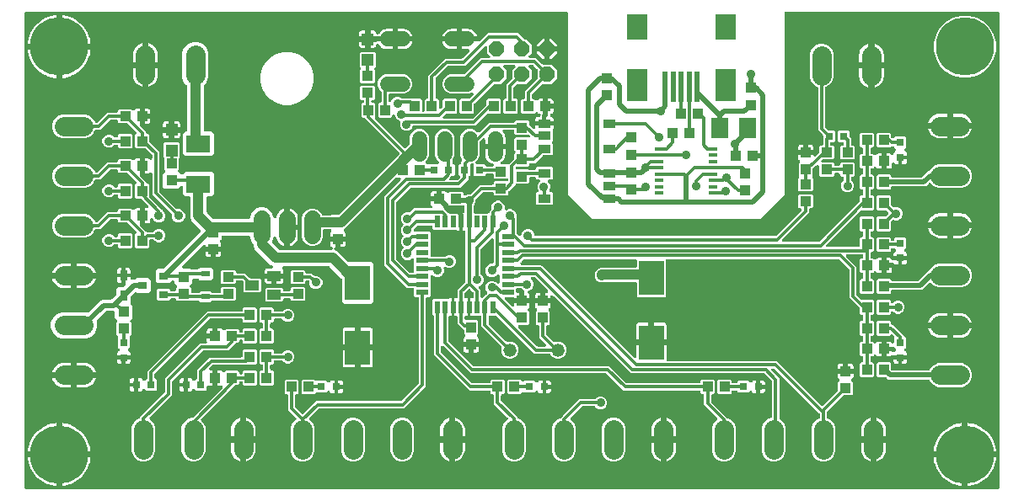
<source format=gbr>
G04 EAGLE Gerber RS-274X export*
G75*
%MOMM*%
%FSLAX34Y34*%
%LPD*%
%INTop Copper*%
%IPPOS*%
%AMOC8*
5,1,8,0,0,1.08239X$1,22.5*%
G01*
%ADD10C,1.676400*%
%ADD11C,1.981200*%
%ADD12R,0.558800X1.270000*%
%ADD13R,1.270000X0.558800*%
%ADD14C,5.842000*%
%ADD15R,2.400000X1.800000*%
%ADD16C,1.320800*%
%ADD17R,1.000000X1.100000*%
%ADD18R,2.500000X3.500000*%
%ADD19R,1.200000X1.200000*%
%ADD20R,1.100000X1.000000*%
%ADD21C,1.524000*%
%ADD22R,1.300000X0.850000*%
%ADD23R,0.914400X0.406400*%
%ADD24R,1.800000X2.000000*%
%ADD25P,1.649562X8X22.500000*%
%ADD26R,2.000000X2.500000*%
%ADD27R,2.000000X3.300000*%
%ADD28R,0.500000X3.100000*%
%ADD29R,0.800000X0.800000*%
%ADD30R,1.400000X1.000000*%
%ADD31R,0.830000X0.630000*%
%ADD32R,0.900000X0.800000*%
%ADD33R,0.800000X1.000000*%
%ADD34C,0.300000*%
%ADD35C,0.906400*%
%ADD36C,0.500000*%
%ADD37C,1.000000*%

G36*
X988375Y10165D02*
X988375Y10165D01*
X988411Y10162D01*
X988547Y10185D01*
X988683Y10201D01*
X988717Y10213D01*
X988752Y10218D01*
X988879Y10271D01*
X989009Y10318D01*
X989038Y10337D01*
X989071Y10351D01*
X989183Y10432D01*
X989298Y10507D01*
X989323Y10533D01*
X989351Y10553D01*
X989442Y10657D01*
X989537Y10757D01*
X989555Y10788D01*
X989578Y10814D01*
X989642Y10937D01*
X989712Y11055D01*
X989722Y11089D01*
X989739Y11121D01*
X989773Y11254D01*
X989814Y11386D01*
X989816Y11421D01*
X989825Y11455D01*
X989839Y11660D01*
X989839Y488340D01*
X989835Y488375D01*
X989838Y488411D01*
X989815Y488547D01*
X989799Y488683D01*
X989787Y488717D01*
X989782Y488752D01*
X989729Y488879D01*
X989682Y489009D01*
X989663Y489038D01*
X989649Y489071D01*
X989568Y489183D01*
X989493Y489298D01*
X989467Y489323D01*
X989447Y489351D01*
X989343Y489442D01*
X989243Y489537D01*
X989212Y489555D01*
X989186Y489578D01*
X989063Y489642D01*
X988945Y489712D01*
X988911Y489722D01*
X988879Y489739D01*
X988746Y489773D01*
X988614Y489814D01*
X988579Y489816D01*
X988545Y489825D01*
X988340Y489839D01*
X775000Y489839D01*
X774965Y489835D01*
X774929Y489838D01*
X774793Y489815D01*
X774657Y489799D01*
X774623Y489787D01*
X774588Y489782D01*
X774461Y489729D01*
X774331Y489682D01*
X774302Y489663D01*
X774269Y489649D01*
X774157Y489568D01*
X774042Y489493D01*
X774017Y489467D01*
X773989Y489447D01*
X773898Y489343D01*
X773803Y489243D01*
X773785Y489212D01*
X773762Y489186D01*
X773698Y489063D01*
X773628Y488945D01*
X773618Y488911D01*
X773601Y488879D01*
X773567Y488746D01*
X773526Y488614D01*
X773524Y488579D01*
X773515Y488545D01*
X773501Y488340D01*
X773501Y305621D01*
X749379Y281499D01*
X580621Y281499D01*
X556499Y305621D01*
X556499Y488340D01*
X556495Y488375D01*
X556498Y488411D01*
X556475Y488547D01*
X556459Y488683D01*
X556447Y488717D01*
X556442Y488752D01*
X556389Y488879D01*
X556342Y489009D01*
X556323Y489038D01*
X556309Y489071D01*
X556228Y489183D01*
X556153Y489298D01*
X556127Y489323D01*
X556107Y489351D01*
X556003Y489442D01*
X555903Y489537D01*
X555872Y489555D01*
X555846Y489578D01*
X555723Y489642D01*
X555605Y489712D01*
X555571Y489722D01*
X555539Y489739D01*
X555406Y489773D01*
X555274Y489814D01*
X555239Y489816D01*
X555205Y489825D01*
X555000Y489839D01*
X11660Y489839D01*
X11625Y489835D01*
X11589Y489838D01*
X11453Y489815D01*
X11317Y489799D01*
X11283Y489787D01*
X11248Y489782D01*
X11121Y489729D01*
X10991Y489682D01*
X10962Y489663D01*
X10929Y489649D01*
X10817Y489568D01*
X10702Y489493D01*
X10677Y489467D01*
X10649Y489447D01*
X10558Y489343D01*
X10463Y489243D01*
X10445Y489212D01*
X10422Y489186D01*
X10358Y489063D01*
X10288Y488945D01*
X10278Y488911D01*
X10261Y488879D01*
X10227Y488746D01*
X10186Y488614D01*
X10184Y488579D01*
X10175Y488545D01*
X10161Y488340D01*
X10161Y11660D01*
X10165Y11625D01*
X10162Y11589D01*
X10185Y11453D01*
X10201Y11317D01*
X10213Y11283D01*
X10218Y11248D01*
X10271Y11121D01*
X10318Y10991D01*
X10337Y10962D01*
X10351Y10929D01*
X10432Y10817D01*
X10507Y10702D01*
X10533Y10677D01*
X10553Y10649D01*
X10657Y10558D01*
X10757Y10463D01*
X10788Y10445D01*
X10814Y10422D01*
X10937Y10358D01*
X11055Y10288D01*
X11089Y10278D01*
X11121Y10261D01*
X11254Y10227D01*
X11386Y10186D01*
X11421Y10184D01*
X11455Y10175D01*
X11660Y10161D01*
X988340Y10161D01*
X988375Y10165D01*
G37*
%LPC*%
G36*
X287448Y38187D02*
X287448Y38187D01*
X283071Y40000D01*
X279722Y43349D01*
X277909Y47726D01*
X277909Y72274D01*
X279722Y76651D01*
X282908Y79837D01*
X282930Y79865D01*
X282957Y79888D01*
X283037Y80000D01*
X283123Y80108D01*
X283138Y80140D01*
X283159Y80169D01*
X283211Y80296D01*
X283270Y80421D01*
X283277Y80455D01*
X283291Y80488D01*
X283313Y80625D01*
X283341Y80759D01*
X283340Y80795D01*
X283346Y80830D01*
X283336Y80967D01*
X283333Y81105D01*
X283324Y81139D01*
X283321Y81174D01*
X283280Y81306D01*
X283246Y81439D01*
X283229Y81471D01*
X283219Y81505D01*
X283149Y81623D01*
X283084Y81745D01*
X283061Y81772D01*
X283043Y81802D01*
X282908Y81957D01*
X274999Y89866D01*
X274999Y104000D01*
X274995Y104035D01*
X274998Y104071D01*
X274975Y104207D01*
X274959Y104343D01*
X274947Y104377D01*
X274942Y104412D01*
X274889Y104539D01*
X274842Y104669D01*
X274823Y104698D01*
X274809Y104731D01*
X274728Y104843D01*
X274653Y104958D01*
X274627Y104983D01*
X274607Y105011D01*
X274503Y105102D01*
X274403Y105197D01*
X274372Y105215D01*
X274346Y105238D01*
X274223Y105302D01*
X274105Y105372D01*
X274071Y105382D01*
X274039Y105399D01*
X273906Y105433D01*
X273774Y105474D01*
X273739Y105476D01*
X273705Y105485D01*
X273500Y105499D01*
X272671Y105499D01*
X271499Y106671D01*
X271499Y119329D01*
X272671Y120501D01*
X284329Y120501D01*
X285501Y119329D01*
X285501Y106671D01*
X284329Y105499D01*
X283500Y105499D01*
X283465Y105495D01*
X283429Y105498D01*
X283293Y105475D01*
X283157Y105459D01*
X283123Y105447D01*
X283088Y105442D01*
X282961Y105389D01*
X282831Y105342D01*
X282802Y105323D01*
X282769Y105309D01*
X282657Y105228D01*
X282542Y105153D01*
X282517Y105127D01*
X282489Y105107D01*
X282398Y105003D01*
X282303Y104903D01*
X282285Y104872D01*
X282262Y104846D01*
X282198Y104723D01*
X282128Y104605D01*
X282118Y104571D01*
X282101Y104539D01*
X282067Y104406D01*
X282026Y104274D01*
X282024Y104239D01*
X282015Y104205D01*
X282001Y104000D01*
X282001Y93387D01*
X282017Y93249D01*
X282027Y93110D01*
X282037Y93077D01*
X282041Y93044D01*
X282088Y92913D01*
X282129Y92779D01*
X282147Y92750D01*
X282158Y92718D01*
X282234Y92602D01*
X282305Y92482D01*
X282335Y92448D01*
X282347Y92429D01*
X282371Y92406D01*
X282440Y92327D01*
X288756Y86011D01*
X288784Y85989D01*
X288807Y85962D01*
X288919Y85882D01*
X289027Y85796D01*
X289059Y85781D01*
X289088Y85761D01*
X289215Y85708D01*
X289340Y85649D01*
X289375Y85642D01*
X289407Y85629D01*
X289544Y85606D01*
X289678Y85578D01*
X289714Y85579D01*
X289749Y85573D01*
X289886Y85583D01*
X290024Y85586D01*
X290058Y85595D01*
X290094Y85598D01*
X290225Y85639D01*
X290358Y85673D01*
X290390Y85690D01*
X290424Y85700D01*
X290543Y85771D01*
X290664Y85835D01*
X290691Y85858D01*
X290721Y85876D01*
X290876Y86011D01*
X303366Y98501D01*
X387929Y98501D01*
X388067Y98517D01*
X388206Y98527D01*
X388239Y98537D01*
X388272Y98541D01*
X388403Y98588D01*
X388537Y98629D01*
X388566Y98647D01*
X388598Y98658D01*
X388714Y98734D01*
X388834Y98805D01*
X388868Y98835D01*
X388887Y98847D01*
X388910Y98871D01*
X388989Y98940D01*
X406060Y116011D01*
X406147Y116120D01*
X406238Y116226D01*
X406254Y116256D01*
X406275Y116282D01*
X406334Y116408D01*
X406399Y116532D01*
X406407Y116564D01*
X406422Y116595D01*
X406450Y116731D01*
X406485Y116866D01*
X406488Y116912D01*
X406493Y116933D01*
X406492Y116967D01*
X406499Y117071D01*
X406499Y201706D01*
X406495Y201741D01*
X406498Y201777D01*
X406475Y201913D01*
X406459Y202049D01*
X406447Y202083D01*
X406442Y202118D01*
X406389Y202245D01*
X406342Y202375D01*
X406323Y202404D01*
X406309Y202437D01*
X406228Y202549D01*
X406153Y202664D01*
X406127Y202689D01*
X406107Y202717D01*
X406003Y202808D01*
X405903Y202903D01*
X405872Y202921D01*
X405846Y202944D01*
X405723Y203008D01*
X405605Y203078D01*
X405571Y203088D01*
X405539Y203105D01*
X405406Y203139D01*
X405274Y203180D01*
X405239Y203182D01*
X405205Y203191D01*
X405000Y203205D01*
X402795Y203205D01*
X401623Y204377D01*
X401623Y211000D01*
X401619Y211035D01*
X401622Y211071D01*
X401599Y211207D01*
X401583Y211343D01*
X401571Y211377D01*
X401566Y211412D01*
X401513Y211539D01*
X401466Y211669D01*
X401447Y211698D01*
X401433Y211731D01*
X401352Y211843D01*
X401277Y211958D01*
X401251Y211983D01*
X401231Y212011D01*
X401127Y212102D01*
X401027Y212197D01*
X400996Y212215D01*
X400970Y212238D01*
X400847Y212302D01*
X400729Y212372D01*
X400695Y212382D01*
X400663Y212399D01*
X400530Y212433D01*
X400398Y212474D01*
X400363Y212476D01*
X400329Y212485D01*
X400124Y212499D01*
X394550Y212499D01*
X371499Y235550D01*
X371499Y304450D01*
X387989Y320940D01*
X388054Y321022D01*
X388126Y321097D01*
X388161Y321157D01*
X388204Y321211D01*
X388248Y321305D01*
X388301Y321395D01*
X388321Y321461D01*
X388351Y321524D01*
X388372Y321626D01*
X388403Y321726D01*
X388408Y321795D01*
X388422Y321862D01*
X388419Y321966D01*
X388427Y322071D01*
X388415Y322139D01*
X388414Y322208D01*
X388387Y322309D01*
X388371Y322412D01*
X388344Y322476D01*
X388327Y322542D01*
X388278Y322635D01*
X388238Y322731D01*
X388197Y322787D01*
X388165Y322848D01*
X388097Y322927D01*
X388036Y323011D01*
X387983Y323057D01*
X387938Y323109D01*
X387853Y323170D01*
X387775Y323238D01*
X387713Y323270D01*
X387657Y323311D01*
X387561Y323350D01*
X387468Y323399D01*
X387402Y323416D01*
X387338Y323443D01*
X387235Y323459D01*
X387134Y323485D01*
X387030Y323492D01*
X386996Y323498D01*
X386974Y323496D01*
X386929Y323499D01*
X384214Y323499D01*
X384175Y323507D01*
X384139Y323507D01*
X384103Y323512D01*
X383966Y323503D01*
X383829Y323500D01*
X383794Y323491D01*
X383758Y323488D01*
X383627Y323447D01*
X383495Y323413D01*
X383462Y323396D01*
X383428Y323385D01*
X383371Y323352D01*
X383357Y323347D01*
X383308Y323315D01*
X383189Y323252D01*
X383161Y323228D01*
X383130Y323210D01*
X383080Y323166D01*
X383067Y323158D01*
X383051Y323141D01*
X382975Y323075D01*
X332416Y272515D01*
X332318Y272461D01*
X332304Y272448D01*
X332288Y272439D01*
X332133Y272304D01*
X331232Y271402D01*
X331195Y271356D01*
X331152Y271316D01*
X331088Y271221D01*
X331017Y271131D01*
X330992Y271078D01*
X330959Y271030D01*
X330919Y270922D01*
X330870Y270818D01*
X330858Y270761D01*
X330837Y270706D01*
X330822Y270592D01*
X330799Y270480D01*
X330800Y270421D01*
X330793Y270363D01*
X330804Y270249D01*
X330807Y270134D01*
X330822Y270077D01*
X330828Y270019D01*
X330865Y269910D01*
X330894Y269799D01*
X330921Y269748D01*
X330940Y269692D01*
X331002Y269595D01*
X331055Y269494D01*
X331094Y269450D01*
X331125Y269400D01*
X331207Y269320D01*
X331283Y269233D01*
X331330Y269199D01*
X331372Y269158D01*
X331542Y269043D01*
X331560Y269033D01*
X332033Y268560D01*
X332368Y267981D01*
X332541Y267335D01*
X332541Y263999D01*
X326000Y263999D01*
X325965Y263995D01*
X325930Y263998D01*
X325794Y263975D01*
X325657Y263959D01*
X325623Y263947D01*
X325588Y263942D01*
X325461Y263889D01*
X325332Y263842D01*
X325302Y263823D01*
X325269Y263809D01*
X325157Y263728D01*
X325042Y263653D01*
X325018Y263627D01*
X324994Y263610D01*
X324903Y263697D01*
X324872Y263715D01*
X324845Y263738D01*
X324723Y263802D01*
X324605Y263872D01*
X324571Y263882D01*
X324539Y263899D01*
X324406Y263933D01*
X324274Y263974D01*
X324239Y263976D01*
X324204Y263985D01*
X324000Y263999D01*
X317459Y263999D01*
X317459Y267335D01*
X317632Y267981D01*
X317967Y268560D01*
X318347Y268940D01*
X318411Y269022D01*
X318484Y269097D01*
X318519Y269157D01*
X318561Y269211D01*
X318606Y269305D01*
X318659Y269395D01*
X318679Y269461D01*
X318708Y269524D01*
X318730Y269626D01*
X318761Y269726D01*
X318765Y269795D01*
X318780Y269862D01*
X318777Y269966D01*
X318784Y270071D01*
X318773Y270139D01*
X318771Y270208D01*
X318745Y270309D01*
X318728Y270412D01*
X318702Y270475D01*
X318684Y270542D01*
X318636Y270635D01*
X318596Y270731D01*
X318555Y270787D01*
X318523Y270848D01*
X318454Y270927D01*
X318393Y271011D01*
X318341Y271057D01*
X318296Y271109D01*
X318211Y271170D01*
X318132Y271238D01*
X318071Y271270D01*
X318015Y271311D01*
X317919Y271350D01*
X317826Y271399D01*
X317759Y271416D01*
X317695Y271442D01*
X317592Y271459D01*
X317491Y271485D01*
X317387Y271492D01*
X317354Y271498D01*
X317332Y271496D01*
X317287Y271499D01*
X311282Y271499D01*
X311247Y271495D01*
X311211Y271498D01*
X311075Y271475D01*
X310939Y271459D01*
X310905Y271447D01*
X310870Y271442D01*
X310743Y271389D01*
X310613Y271342D01*
X310584Y271323D01*
X310551Y271309D01*
X310439Y271228D01*
X310324Y271153D01*
X310299Y271127D01*
X310271Y271107D01*
X310180Y271003D01*
X310085Y270903D01*
X310067Y270872D01*
X310044Y270846D01*
X309980Y270723D01*
X309910Y270605D01*
X309900Y270571D01*
X309883Y270539D01*
X309849Y270406D01*
X309808Y270274D01*
X309806Y270239D01*
X309797Y270205D01*
X309783Y270000D01*
X309783Y262853D01*
X308202Y259037D01*
X305281Y256116D01*
X301465Y254535D01*
X297335Y254535D01*
X293519Y256116D01*
X290598Y259037D01*
X289017Y262853D01*
X289017Y283747D01*
X290598Y287563D01*
X293519Y290484D01*
X297335Y292065D01*
X301465Y292065D01*
X305281Y290484D01*
X308202Y287563D01*
X308673Y286426D01*
X308716Y286350D01*
X308749Y286269D01*
X308799Y286199D01*
X308841Y286124D01*
X308900Y286059D01*
X308951Y285989D01*
X309016Y285932D01*
X309074Y285869D01*
X309147Y285819D01*
X309213Y285762D01*
X309289Y285722D01*
X309360Y285673D01*
X309441Y285642D01*
X309519Y285601D01*
X309602Y285580D01*
X309682Y285549D01*
X309769Y285537D01*
X309853Y285515D01*
X309997Y285505D01*
X310024Y285501D01*
X310036Y285502D01*
X310058Y285501D01*
X318050Y285501D01*
X318188Y285517D01*
X318328Y285527D01*
X318360Y285537D01*
X318394Y285541D01*
X318525Y285588D01*
X318658Y285629D01*
X318687Y285647D01*
X318719Y285658D01*
X318836Y285734D01*
X318956Y285805D01*
X318990Y285835D01*
X319008Y285847D01*
X319032Y285871D01*
X319110Y285940D01*
X319171Y286001D01*
X325479Y286001D01*
X325617Y286017D01*
X325757Y286027D01*
X325789Y286037D01*
X325823Y286041D01*
X325954Y286088D01*
X326087Y286129D01*
X326116Y286147D01*
X326148Y286158D01*
X326265Y286234D01*
X326385Y286305D01*
X326419Y286335D01*
X326437Y286347D01*
X326457Y286367D01*
X326459Y286369D01*
X326467Y286377D01*
X326539Y286440D01*
X381245Y341146D01*
X386514Y346415D01*
X386536Y346443D01*
X386563Y346466D01*
X386643Y346578D01*
X386729Y346686D01*
X386744Y346718D01*
X386765Y346747D01*
X386817Y346874D01*
X386876Y346999D01*
X386883Y347033D01*
X386897Y347066D01*
X386919Y347202D01*
X386947Y347337D01*
X386946Y347372D01*
X386952Y347408D01*
X386942Y347545D01*
X386939Y347683D01*
X386930Y347717D01*
X386927Y347752D01*
X386886Y347884D01*
X386852Y348017D01*
X386835Y348049D01*
X386825Y348083D01*
X386756Y348200D01*
X386746Y348223D01*
X386736Y348237D01*
X386690Y348323D01*
X386667Y348350D01*
X386649Y348380D01*
X386553Y348491D01*
X386544Y348503D01*
X386536Y348510D01*
X386514Y348535D01*
X351989Y383060D01*
X351880Y383147D01*
X351774Y383238D01*
X351744Y383254D01*
X351718Y383275D01*
X351592Y383334D01*
X351468Y383399D01*
X351436Y383407D01*
X351405Y383422D01*
X351269Y383450D01*
X351134Y383485D01*
X351088Y383488D01*
X351067Y383493D01*
X351033Y383492D01*
X350929Y383499D01*
X349671Y383499D01*
X348499Y384671D01*
X348499Y397329D01*
X349671Y398501D01*
X350000Y398501D01*
X350035Y398505D01*
X350071Y398502D01*
X350207Y398525D01*
X350343Y398541D01*
X350377Y398553D01*
X350412Y398558D01*
X350539Y398611D01*
X350669Y398658D01*
X350698Y398677D01*
X350731Y398691D01*
X350843Y398772D01*
X350958Y398847D01*
X350983Y398873D01*
X351011Y398893D01*
X351102Y398997D01*
X351197Y399097D01*
X351215Y399128D01*
X351238Y399154D01*
X351302Y399277D01*
X351372Y399395D01*
X351382Y399429D01*
X351399Y399461D01*
X351433Y399594D01*
X351474Y399726D01*
X351476Y399761D01*
X351485Y399795D01*
X351499Y400000D01*
X351495Y400035D01*
X351498Y400071D01*
X351475Y400207D01*
X351459Y400343D01*
X351447Y400377D01*
X351442Y400412D01*
X351389Y400538D01*
X351342Y400669D01*
X351323Y400698D01*
X351309Y400731D01*
X351228Y400843D01*
X351153Y400958D01*
X351128Y400983D01*
X351107Y401011D01*
X351003Y401102D01*
X350903Y401197D01*
X350872Y401215D01*
X350846Y401238D01*
X350723Y401302D01*
X350605Y401372D01*
X350571Y401382D01*
X350539Y401399D01*
X350406Y401433D01*
X350274Y401474D01*
X350239Y401476D01*
X350205Y401485D01*
X350000Y401499D01*
X348671Y401499D01*
X347499Y402671D01*
X347499Y414329D01*
X348671Y415501D01*
X361329Y415501D01*
X362501Y414329D01*
X362501Y402671D01*
X361329Y401499D01*
X360000Y401499D01*
X359965Y401495D01*
X359929Y401498D01*
X359793Y401475D01*
X359657Y401459D01*
X359623Y401447D01*
X359588Y401442D01*
X359461Y401389D01*
X359331Y401342D01*
X359302Y401323D01*
X359269Y401309D01*
X359157Y401228D01*
X359042Y401153D01*
X359017Y401127D01*
X358989Y401107D01*
X358898Y401003D01*
X358803Y400903D01*
X358785Y400872D01*
X358762Y400846D01*
X358698Y400723D01*
X358628Y400605D01*
X358618Y400571D01*
X358601Y400539D01*
X358567Y400406D01*
X358526Y400274D01*
X358524Y400239D01*
X358515Y400205D01*
X358501Y400000D01*
X358505Y399965D01*
X358502Y399929D01*
X358513Y399862D01*
X358525Y399793D01*
X358541Y399657D01*
X358553Y399623D01*
X358558Y399588D01*
X358611Y399461D01*
X358658Y399331D01*
X358677Y399302D01*
X358691Y399269D01*
X358772Y399157D01*
X358847Y399042D01*
X358873Y399017D01*
X358893Y398989D01*
X358997Y398898D01*
X359097Y398803D01*
X359128Y398785D01*
X359154Y398762D01*
X359277Y398698D01*
X359395Y398628D01*
X359429Y398618D01*
X359461Y398601D01*
X359594Y398567D01*
X359726Y398526D01*
X359761Y398524D01*
X359795Y398515D01*
X360000Y398501D01*
X361329Y398501D01*
X362501Y397329D01*
X362501Y384671D01*
X362450Y384621D01*
X362428Y384593D01*
X362402Y384570D01*
X362321Y384458D01*
X362236Y384350D01*
X362221Y384318D01*
X362200Y384289D01*
X362147Y384161D01*
X362089Y384037D01*
X362081Y384002D01*
X362068Y383969D01*
X362046Y383833D01*
X362017Y383698D01*
X362018Y383663D01*
X362013Y383628D01*
X362022Y383490D01*
X362026Y383353D01*
X362035Y383319D01*
X362037Y383283D01*
X362078Y383152D01*
X362113Y383018D01*
X362129Y382987D01*
X362140Y382953D01*
X362210Y382834D01*
X362274Y382712D01*
X362297Y382686D01*
X362315Y382655D01*
X362450Y382501D01*
X391465Y353486D01*
X391493Y353464D01*
X391516Y353437D01*
X391628Y353356D01*
X391736Y353271D01*
X391768Y353256D01*
X391797Y353235D01*
X391924Y353183D01*
X392049Y353124D01*
X392084Y353117D01*
X392117Y353103D01*
X392253Y353081D01*
X392387Y353053D01*
X392423Y353054D01*
X392458Y353048D01*
X392595Y353058D01*
X392733Y353061D01*
X392767Y353070D01*
X392803Y353073D01*
X392934Y353114D01*
X393068Y353148D01*
X393099Y353165D01*
X393133Y353175D01*
X393252Y353245D01*
X393373Y353310D01*
X393400Y353333D01*
X393431Y353351D01*
X393585Y353486D01*
X396840Y356741D01*
X396927Y356850D01*
X397018Y356955D01*
X397034Y356985D01*
X397055Y357012D01*
X397114Y357138D01*
X397179Y357261D01*
X397187Y357294D01*
X397202Y357325D01*
X397230Y357461D01*
X397265Y357596D01*
X397268Y357641D01*
X397273Y357663D01*
X397272Y357697D01*
X397279Y357801D01*
X397279Y364534D01*
X398744Y368070D01*
X401450Y370776D01*
X404986Y372241D01*
X408814Y372241D01*
X412350Y370776D01*
X415056Y368070D01*
X416521Y364534D01*
X416521Y345466D01*
X415056Y341930D01*
X413538Y340412D01*
X413516Y340384D01*
X413489Y340361D01*
X413409Y340249D01*
X413323Y340141D01*
X413308Y340109D01*
X413287Y340080D01*
X413235Y339952D01*
X413176Y339828D01*
X413169Y339793D01*
X413155Y339761D01*
X413133Y339624D01*
X413105Y339490D01*
X413106Y339454D01*
X413100Y339419D01*
X413110Y339282D01*
X413113Y339144D01*
X413122Y339110D01*
X413125Y339074D01*
X413166Y338943D01*
X413200Y338809D01*
X413217Y338778D01*
X413227Y338744D01*
X413297Y338625D01*
X413362Y338504D01*
X413385Y338477D01*
X413403Y338446D01*
X413538Y338292D01*
X414690Y337140D01*
X414718Y337118D01*
X414741Y337091D01*
X414853Y337010D01*
X414961Y336925D01*
X414993Y336910D01*
X415022Y336889D01*
X415149Y336837D01*
X415274Y336778D01*
X415309Y336771D01*
X415341Y336757D01*
X415477Y336735D01*
X415612Y336707D01*
X415648Y336708D01*
X415683Y336702D01*
X415820Y336712D01*
X415958Y336715D01*
X415992Y336724D01*
X416028Y336726D01*
X416159Y336767D01*
X416292Y336802D01*
X416324Y336819D01*
X416358Y336829D01*
X416477Y336899D01*
X416598Y336964D01*
X416625Y336987D01*
X416649Y337001D01*
X425454Y337001D01*
X425557Y337013D01*
X425662Y337015D01*
X425729Y337033D01*
X425797Y337041D01*
X425895Y337076D01*
X425996Y337102D01*
X426058Y337135D01*
X426123Y337158D01*
X426210Y337215D01*
X426302Y337264D01*
X426354Y337309D01*
X426412Y337347D01*
X426484Y337422D01*
X426563Y337491D01*
X426603Y337547D01*
X426651Y337597D01*
X426704Y337687D01*
X426765Y337772D01*
X426791Y337836D01*
X426826Y337895D01*
X426857Y337995D01*
X426896Y338091D01*
X426908Y338160D01*
X426928Y338226D01*
X426935Y338330D01*
X426952Y338433D01*
X426947Y338502D01*
X426952Y338571D01*
X426935Y338673D01*
X426927Y338778D01*
X426907Y338844D01*
X426896Y338912D01*
X426856Y339008D01*
X426825Y339108D01*
X426789Y339167D01*
X426763Y339231D01*
X426702Y339316D01*
X426649Y339405D01*
X426580Y339484D01*
X426561Y339511D01*
X426544Y339526D01*
X426514Y339560D01*
X424144Y341930D01*
X422679Y345466D01*
X422679Y364534D01*
X424144Y368070D01*
X426850Y370776D01*
X430386Y372241D01*
X434214Y372241D01*
X437750Y370776D01*
X440456Y368070D01*
X441921Y364534D01*
X441921Y345466D01*
X440456Y341930D01*
X440440Y341914D01*
X440354Y341805D01*
X440262Y341700D01*
X440246Y341670D01*
X440225Y341643D01*
X440166Y341517D01*
X440101Y341393D01*
X440093Y341361D01*
X440078Y341330D01*
X440050Y341194D01*
X440015Y341059D01*
X440012Y341014D01*
X440007Y340992D01*
X440008Y340958D01*
X440001Y340854D01*
X440001Y338500D01*
X440005Y338465D01*
X440002Y338429D01*
X440025Y338293D01*
X440041Y338157D01*
X440053Y338123D01*
X440058Y338088D01*
X440111Y337961D01*
X440158Y337831D01*
X440177Y337802D01*
X440191Y337769D01*
X440272Y337657D01*
X440347Y337542D01*
X440373Y337517D01*
X440393Y337489D01*
X440497Y337398D01*
X440597Y337303D01*
X440628Y337285D01*
X440654Y337262D01*
X440777Y337198D01*
X440895Y337128D01*
X440929Y337118D01*
X440961Y337101D01*
X441094Y337067D01*
X441226Y337026D01*
X441261Y337024D01*
X441295Y337015D01*
X441316Y337013D01*
X442501Y335829D01*
X442501Y326171D01*
X441329Y324999D01*
X440071Y324999D01*
X439933Y324983D01*
X439794Y324973D01*
X439761Y324963D01*
X439728Y324959D01*
X439597Y324912D01*
X439463Y324871D01*
X439434Y324853D01*
X439402Y324842D01*
X439286Y324766D01*
X439166Y324695D01*
X439132Y324665D01*
X439113Y324653D01*
X439090Y324629D01*
X439011Y324560D01*
X437511Y323060D01*
X437446Y322978D01*
X437374Y322903D01*
X437339Y322843D01*
X437296Y322789D01*
X437252Y322695D01*
X437199Y322605D01*
X437179Y322539D01*
X437149Y322476D01*
X437128Y322374D01*
X437097Y322274D01*
X437092Y322205D01*
X437078Y322138D01*
X437081Y322034D01*
X437073Y321929D01*
X437085Y321861D01*
X437086Y321792D01*
X437113Y321691D01*
X437129Y321588D01*
X437156Y321524D01*
X437173Y321458D01*
X437222Y321365D01*
X437262Y321269D01*
X437302Y321213D01*
X437335Y321152D01*
X437403Y321073D01*
X437464Y320989D01*
X437517Y320943D01*
X437562Y320891D01*
X437647Y320830D01*
X437725Y320762D01*
X437787Y320730D01*
X437843Y320689D01*
X437939Y320650D01*
X438032Y320601D01*
X438099Y320584D01*
X438162Y320558D01*
X438265Y320541D01*
X438366Y320515D01*
X438470Y320508D01*
X438504Y320502D01*
X438526Y320504D01*
X438571Y320501D01*
X444429Y320501D01*
X444567Y320517D01*
X444706Y320527D01*
X444739Y320537D01*
X444772Y320541D01*
X444903Y320588D01*
X445037Y320629D01*
X445066Y320647D01*
X445098Y320658D01*
X445214Y320734D01*
X445334Y320805D01*
X445368Y320835D01*
X445387Y320847D01*
X445391Y320851D01*
X445392Y320852D01*
X445412Y320872D01*
X445489Y320940D01*
X447550Y323001D01*
X447572Y323028D01*
X447598Y323052D01*
X447679Y323164D01*
X447764Y323272D01*
X447779Y323304D01*
X447800Y323332D01*
X447853Y323460D01*
X447911Y323585D01*
X447919Y323619D01*
X447932Y323652D01*
X447954Y323788D01*
X447983Y323923D01*
X447982Y323958D01*
X447987Y323993D01*
X447978Y324131D01*
X447974Y324269D01*
X447965Y324303D01*
X447963Y324338D01*
X447922Y324470D01*
X447887Y324603D01*
X447871Y324634D01*
X447860Y324668D01*
X447790Y324787D01*
X447726Y324909D01*
X447703Y324936D01*
X447685Y324966D01*
X447550Y325121D01*
X446499Y326171D01*
X446499Y335829D01*
X447671Y337001D01*
X447700Y337001D01*
X447735Y337005D01*
X447771Y337002D01*
X447907Y337025D01*
X448043Y337041D01*
X448077Y337053D01*
X448112Y337058D01*
X448239Y337111D01*
X448369Y337158D01*
X448398Y337177D01*
X448431Y337191D01*
X448543Y337272D01*
X448658Y337347D01*
X448683Y337373D01*
X448711Y337393D01*
X448802Y337497D01*
X448897Y337597D01*
X448915Y337628D01*
X448938Y337654D01*
X449002Y337777D01*
X449072Y337895D01*
X449082Y337929D01*
X449099Y337961D01*
X449133Y338094D01*
X449174Y338226D01*
X449176Y338261D01*
X449185Y338295D01*
X449199Y338500D01*
X449199Y339450D01*
X449552Y339802D01*
X449574Y339830D01*
X449600Y339854D01*
X449681Y339966D01*
X449766Y340073D01*
X449781Y340106D01*
X449802Y340134D01*
X449854Y340262D01*
X449913Y340386D01*
X449920Y340421D01*
X449934Y340454D01*
X449956Y340590D01*
X449984Y340725D01*
X449984Y340760D01*
X449989Y340795D01*
X449979Y340933D01*
X449976Y341070D01*
X449967Y341105D01*
X449965Y341140D01*
X449924Y341272D01*
X449889Y341405D01*
X449873Y341436D01*
X449862Y341470D01*
X449792Y341589D01*
X449728Y341711D01*
X449704Y341737D01*
X449686Y341768D01*
X449552Y341923D01*
X449544Y341930D01*
X448079Y345466D01*
X448079Y364534D01*
X449544Y368070D01*
X452250Y370776D01*
X455786Y372241D01*
X459614Y372241D01*
X463150Y370776D01*
X464927Y368998D01*
X464955Y368976D01*
X464978Y368950D01*
X465091Y368869D01*
X465198Y368784D01*
X465230Y368769D01*
X465259Y368748D01*
X465387Y368695D01*
X465511Y368637D01*
X465546Y368630D01*
X465579Y368616D01*
X465715Y368594D01*
X465850Y368566D01*
X465885Y368566D01*
X465920Y368561D01*
X466058Y368571D01*
X466195Y368574D01*
X466230Y368583D01*
X466265Y368585D01*
X466397Y368626D01*
X466530Y368661D01*
X466561Y368677D01*
X466595Y368688D01*
X466714Y368758D01*
X466836Y368822D01*
X466862Y368846D01*
X466893Y368864D01*
X467048Y368998D01*
X476550Y378501D01*
X501050Y378501D01*
X501188Y378517D01*
X501328Y378527D01*
X501360Y378537D01*
X501394Y378541D01*
X501525Y378588D01*
X501658Y378629D01*
X501687Y378647D01*
X501719Y378658D01*
X501836Y378734D01*
X501956Y378805D01*
X501990Y378835D01*
X502008Y378847D01*
X502032Y378871D01*
X502110Y378940D01*
X503671Y380501D01*
X516329Y380501D01*
X517501Y379329D01*
X517501Y376571D01*
X517517Y376433D01*
X517527Y376293D01*
X517537Y376261D01*
X517541Y376228D01*
X517588Y376097D01*
X517629Y375963D01*
X517647Y375934D01*
X517658Y375902D01*
X517734Y375785D01*
X517805Y375666D01*
X517835Y375632D01*
X517847Y375613D01*
X517871Y375590D01*
X517940Y375511D01*
X518940Y374511D01*
X520888Y372563D01*
X520970Y372498D01*
X521045Y372426D01*
X521105Y372391D01*
X521159Y372348D01*
X521253Y372304D01*
X521343Y372251D01*
X521409Y372231D01*
X521472Y372201D01*
X521574Y372180D01*
X521674Y372149D01*
X521743Y372144D01*
X521810Y372130D01*
X521914Y372133D01*
X522019Y372125D01*
X522087Y372137D01*
X522156Y372138D01*
X522257Y372165D01*
X522360Y372181D01*
X522424Y372208D01*
X522490Y372225D01*
X522583Y372274D01*
X522679Y372314D01*
X522735Y372354D01*
X522796Y372387D01*
X522875Y372455D01*
X522959Y372516D01*
X523005Y372569D01*
X523057Y372614D01*
X523118Y372699D01*
X523186Y372777D01*
X523218Y372839D01*
X523259Y372895D01*
X523298Y372991D01*
X523347Y373084D01*
X523364Y373151D01*
X523390Y373214D01*
X523407Y373317D01*
X523433Y373418D01*
X523440Y373522D01*
X523446Y373556D01*
X523444Y373578D01*
X523447Y373623D01*
X523447Y375576D01*
X531863Y375576D01*
X531898Y375580D01*
X531933Y375577D01*
X532069Y375600D01*
X532206Y375616D01*
X532240Y375628D01*
X532275Y375633D01*
X532402Y375686D01*
X532486Y375716D01*
X532508Y375703D01*
X532542Y375693D01*
X532574Y375676D01*
X532707Y375642D01*
X532839Y375601D01*
X532874Y375599D01*
X532909Y375590D01*
X533113Y375576D01*
X541529Y375576D01*
X541529Y373115D01*
X541356Y372469D01*
X541014Y371879D01*
X541010Y371867D01*
X541002Y371857D01*
X540941Y371708D01*
X540877Y371561D01*
X540875Y371549D01*
X540870Y371537D01*
X540845Y371378D01*
X540816Y371221D01*
X540817Y371208D01*
X540815Y371196D01*
X540826Y371036D01*
X540835Y370876D01*
X540839Y370864D01*
X540840Y370851D01*
X540887Y370697D01*
X540932Y370544D01*
X540939Y370533D01*
X540942Y370521D01*
X540989Y370442D01*
X540989Y360175D01*
X540651Y359837D01*
X540629Y359809D01*
X540602Y359786D01*
X540522Y359674D01*
X540436Y359566D01*
X540421Y359534D01*
X540400Y359505D01*
X540348Y359378D01*
X540289Y359253D01*
X540282Y359218D01*
X540268Y359186D01*
X540246Y359049D01*
X540218Y358915D01*
X540219Y358879D01*
X540213Y358844D01*
X540223Y358707D01*
X540226Y358569D01*
X540235Y358535D01*
X540237Y358499D01*
X540278Y358368D01*
X540313Y358235D01*
X540330Y358203D01*
X540340Y358169D01*
X540410Y358051D01*
X540474Y357929D01*
X540498Y357902D01*
X540516Y357872D01*
X540651Y357717D01*
X540989Y357379D01*
X540989Y347221D01*
X539817Y346049D01*
X531809Y346049D01*
X531671Y346033D01*
X531532Y346023D01*
X531499Y346013D01*
X531466Y346009D01*
X531335Y345962D01*
X531201Y345921D01*
X531172Y345903D01*
X531140Y345892D01*
X531024Y345816D01*
X530904Y345745D01*
X530870Y345715D01*
X530851Y345703D01*
X530828Y345679D01*
X530749Y345610D01*
X523138Y337999D01*
X519000Y337999D01*
X518965Y337995D01*
X518929Y337998D01*
X518793Y337975D01*
X518657Y337959D01*
X518623Y337947D01*
X518588Y337942D01*
X518461Y337889D01*
X518331Y337842D01*
X518302Y337823D01*
X518269Y337809D01*
X518157Y337728D01*
X518042Y337653D01*
X518017Y337627D01*
X517989Y337607D01*
X517898Y337503D01*
X517803Y337403D01*
X517785Y337372D01*
X517762Y337346D01*
X517697Y337223D01*
X517628Y337105D01*
X517618Y337071D01*
X517601Y337039D01*
X517567Y336906D01*
X517526Y336774D01*
X517524Y336739D01*
X517515Y336705D01*
X517501Y336500D01*
X517501Y335671D01*
X516329Y334499D01*
X505071Y334499D01*
X505000Y334491D01*
X504928Y334492D01*
X504829Y334471D01*
X504728Y334459D01*
X504660Y334435D01*
X504590Y334420D01*
X504405Y334343D01*
X504402Y334342D01*
X504402Y334341D01*
X504401Y334341D01*
X504256Y334246D01*
X504113Y334153D01*
X504112Y334152D01*
X504111Y334152D01*
X503989Y334024D01*
X503874Y333903D01*
X503874Y333902D01*
X503873Y333901D01*
X503785Y333751D01*
X503699Y333605D01*
X503699Y333604D01*
X503698Y333603D01*
X503649Y333443D01*
X503597Y333274D01*
X503597Y333273D01*
X503597Y333272D01*
X503585Y333094D01*
X503573Y332929D01*
X503574Y332928D01*
X503574Y332927D01*
X503604Y332742D01*
X503629Y332588D01*
X503630Y332587D01*
X503630Y332586D01*
X503704Y332408D01*
X503762Y332269D01*
X503763Y332268D01*
X503763Y332267D01*
X503875Y332113D01*
X503964Y331989D01*
X503965Y331988D01*
X503966Y331987D01*
X504093Y331877D01*
X504225Y331762D01*
X504226Y331761D01*
X504227Y331761D01*
X504376Y331683D01*
X504532Y331601D01*
X504533Y331601D01*
X504534Y331600D01*
X504695Y331559D01*
X504866Y331515D01*
X504868Y331515D01*
X504868Y331514D01*
X504871Y331514D01*
X505071Y331501D01*
X516329Y331501D01*
X516390Y331440D01*
X516499Y331354D01*
X516604Y331262D01*
X516634Y331246D01*
X516661Y331225D01*
X516786Y331166D01*
X516910Y331101D01*
X516943Y331093D01*
X516974Y331078D01*
X517110Y331050D01*
X517245Y331015D01*
X517290Y331012D01*
X517312Y331007D01*
X517346Y331008D01*
X517450Y331001D01*
X522488Y331001D01*
X522523Y331005D01*
X522559Y331002D01*
X522695Y331025D01*
X522831Y331041D01*
X522865Y331053D01*
X522900Y331058D01*
X523027Y331111D01*
X523157Y331158D01*
X523186Y331177D01*
X523219Y331191D01*
X523331Y331272D01*
X523446Y331347D01*
X523471Y331373D01*
X523499Y331393D01*
X523590Y331497D01*
X523685Y331597D01*
X523703Y331628D01*
X523726Y331654D01*
X523790Y331777D01*
X523860Y331895D01*
X523870Y331929D01*
X523887Y331961D01*
X523921Y332094D01*
X523962Y332226D01*
X523964Y332261D01*
X523973Y332295D01*
X523987Y332500D01*
X523987Y332779D01*
X525159Y333951D01*
X539817Y333951D01*
X540989Y332779D01*
X540989Y322621D01*
X539817Y321449D01*
X537409Y321449D01*
X537305Y321437D01*
X537201Y321435D01*
X537134Y321417D01*
X537065Y321409D01*
X536967Y321374D01*
X536866Y321348D01*
X536805Y321315D01*
X536740Y321292D01*
X536653Y321235D01*
X536561Y321186D01*
X536509Y321141D01*
X536451Y321103D01*
X536379Y321028D01*
X536300Y320959D01*
X536260Y320903D01*
X536212Y320853D01*
X536159Y320763D01*
X536098Y320678D01*
X536072Y320614D01*
X536037Y320555D01*
X536006Y320455D01*
X535966Y320359D01*
X535955Y320290D01*
X535935Y320224D01*
X535928Y320120D01*
X535911Y320017D01*
X535916Y319948D01*
X535911Y319879D01*
X535928Y319777D01*
X535936Y319672D01*
X535956Y319606D01*
X535967Y319538D01*
X536007Y319442D01*
X536038Y319342D01*
X536073Y319283D01*
X536100Y319219D01*
X536161Y319135D01*
X536214Y319045D01*
X536283Y318966D01*
X536302Y318939D01*
X536319Y318924D01*
X536349Y318890D01*
X537538Y317700D01*
X538533Y315299D01*
X538533Y312701D01*
X537672Y310624D01*
X537630Y310474D01*
X537584Y310324D01*
X537583Y310307D01*
X537578Y310291D01*
X537571Y310136D01*
X537560Y309979D01*
X537563Y309963D01*
X537562Y309946D01*
X537591Y309792D01*
X537616Y309638D01*
X537622Y309623D01*
X537626Y309606D01*
X537689Y309463D01*
X537749Y309319D01*
X537759Y309305D01*
X537765Y309290D01*
X537860Y309165D01*
X537951Y309039D01*
X537964Y309027D01*
X537974Y309014D01*
X538094Y308914D01*
X538212Y308812D01*
X538227Y308804D01*
X538240Y308793D01*
X538380Y308724D01*
X538518Y308651D01*
X538535Y308647D01*
X538550Y308639D01*
X538701Y308604D01*
X538853Y308565D01*
X538875Y308563D01*
X538886Y308561D01*
X538914Y308561D01*
X539058Y308551D01*
X539817Y308551D01*
X540989Y307379D01*
X540989Y297221D01*
X539817Y296049D01*
X525159Y296049D01*
X523987Y297221D01*
X523987Y307379D01*
X525185Y308577D01*
X525253Y308583D01*
X525269Y308589D01*
X525286Y308591D01*
X525433Y308644D01*
X525581Y308693D01*
X525595Y308702D01*
X525611Y308708D01*
X525742Y308793D01*
X525874Y308876D01*
X525886Y308888D01*
X525901Y308897D01*
X526008Y309010D01*
X526119Y309120D01*
X526128Y309135D01*
X526139Y309147D01*
X526218Y309281D01*
X526300Y309415D01*
X526306Y309431D01*
X526314Y309445D01*
X526360Y309594D01*
X526410Y309743D01*
X526411Y309759D01*
X526416Y309776D01*
X526427Y309932D01*
X526441Y310087D01*
X526439Y310104D01*
X526440Y310121D01*
X526415Y310274D01*
X526393Y310429D01*
X526386Y310450D01*
X526384Y310462D01*
X526373Y310487D01*
X526328Y310624D01*
X525467Y312701D01*
X525467Y315299D01*
X526462Y317700D01*
X527651Y318890D01*
X527716Y318972D01*
X527788Y319047D01*
X527823Y319107D01*
X527866Y319161D01*
X527910Y319255D01*
X527963Y319345D01*
X527983Y319411D01*
X528013Y319474D01*
X528034Y319576D01*
X528065Y319676D01*
X528070Y319745D01*
X528084Y319812D01*
X528082Y319916D01*
X528089Y320021D01*
X528077Y320089D01*
X528076Y320158D01*
X528050Y320259D01*
X528033Y320362D01*
X528006Y320426D01*
X527989Y320492D01*
X527940Y320585D01*
X527900Y320681D01*
X527860Y320737D01*
X527827Y320798D01*
X527759Y320877D01*
X527698Y320961D01*
X527646Y321007D01*
X527600Y321059D01*
X527516Y321120D01*
X527437Y321188D01*
X527375Y321220D01*
X527319Y321261D01*
X527223Y321300D01*
X527131Y321349D01*
X527063Y321366D01*
X527000Y321392D01*
X526897Y321409D01*
X526796Y321435D01*
X526692Y321442D01*
X526658Y321448D01*
X526636Y321446D01*
X526591Y321449D01*
X525159Y321449D01*
X523975Y322633D01*
X523963Y322707D01*
X523947Y322843D01*
X523935Y322877D01*
X523930Y322912D01*
X523877Y323039D01*
X523830Y323169D01*
X523811Y323198D01*
X523797Y323231D01*
X523716Y323343D01*
X523641Y323458D01*
X523615Y323483D01*
X523595Y323511D01*
X523491Y323602D01*
X523391Y323697D01*
X523360Y323715D01*
X523334Y323738D01*
X523211Y323802D01*
X523093Y323872D01*
X523059Y323882D01*
X523027Y323899D01*
X522894Y323933D01*
X522762Y323974D01*
X522727Y323976D01*
X522693Y323985D01*
X522488Y323999D01*
X519000Y323999D01*
X518965Y323995D01*
X518929Y323998D01*
X518793Y323975D01*
X518657Y323959D01*
X518623Y323947D01*
X518588Y323942D01*
X518461Y323889D01*
X518331Y323842D01*
X518302Y323823D01*
X518269Y323809D01*
X518157Y323728D01*
X518042Y323653D01*
X518017Y323627D01*
X517989Y323607D01*
X517898Y323503D01*
X517803Y323403D01*
X517785Y323372D01*
X517762Y323346D01*
X517698Y323223D01*
X517628Y323105D01*
X517618Y323071D01*
X517601Y323039D01*
X517567Y322906D01*
X517526Y322774D01*
X517524Y322739D01*
X517515Y322705D01*
X517501Y322500D01*
X517501Y318671D01*
X516329Y317499D01*
X505000Y317499D01*
X504965Y317495D01*
X504929Y317498D01*
X504793Y317475D01*
X504657Y317459D01*
X504623Y317447D01*
X504588Y317442D01*
X504461Y317389D01*
X504331Y317342D01*
X504302Y317323D01*
X504269Y317309D01*
X504157Y317228D01*
X504042Y317153D01*
X504017Y317127D01*
X503989Y317107D01*
X503898Y317003D01*
X503803Y316903D01*
X503785Y316872D01*
X503762Y316846D01*
X503724Y316773D01*
X498440Y311489D01*
X496940Y309989D01*
X496853Y309880D01*
X496762Y309775D01*
X496746Y309745D01*
X496725Y309718D01*
X496666Y309592D01*
X496601Y309468D01*
X496593Y309436D01*
X496578Y309405D01*
X496550Y309269D01*
X496515Y309134D01*
X496512Y309089D01*
X496507Y309067D01*
X496508Y309033D01*
X496501Y308929D01*
X496501Y306671D01*
X495329Y305499D01*
X482671Y305499D01*
X481499Y306671D01*
X481499Y307500D01*
X481495Y307535D01*
X481498Y307571D01*
X481475Y307707D01*
X481459Y307843D01*
X481447Y307877D01*
X481442Y307912D01*
X481389Y308039D01*
X481342Y308169D01*
X481323Y308198D01*
X481309Y308231D01*
X481229Y308343D01*
X481153Y308458D01*
X481127Y308483D01*
X481107Y308511D01*
X481003Y308602D01*
X480903Y308697D01*
X480872Y308715D01*
X480846Y308738D01*
X480723Y308802D01*
X480605Y308872D01*
X480571Y308882D01*
X480539Y308899D01*
X480406Y308933D01*
X480274Y308974D01*
X480239Y308976D01*
X480205Y308985D01*
X480000Y308999D01*
X471571Y308999D01*
X471433Y308983D01*
X471294Y308973D01*
X471261Y308963D01*
X471228Y308959D01*
X471097Y308912D01*
X470963Y308871D01*
X470934Y308853D01*
X470902Y308842D01*
X470786Y308766D01*
X470666Y308695D01*
X470632Y308665D01*
X470613Y308653D01*
X470590Y308629D01*
X470511Y308560D01*
X463972Y302021D01*
X463895Y301924D01*
X463889Y301918D01*
X463887Y301914D01*
X463885Y301912D01*
X463794Y301806D01*
X463778Y301776D01*
X463757Y301750D01*
X463698Y301624D01*
X463633Y301500D01*
X463625Y301468D01*
X463610Y301437D01*
X463582Y301301D01*
X463547Y301166D01*
X463544Y301120D01*
X463539Y301099D01*
X463540Y301065D01*
X463533Y300961D01*
X463533Y298701D01*
X462538Y296299D01*
X461840Y295601D01*
X461753Y295492D01*
X461662Y295387D01*
X461646Y295357D01*
X461625Y295330D01*
X461566Y295204D01*
X461501Y295080D01*
X461493Y295048D01*
X461478Y295017D01*
X461450Y294881D01*
X461415Y294746D01*
X461412Y294701D01*
X461407Y294679D01*
X461408Y294645D01*
X461401Y294541D01*
X461401Y288776D01*
X461405Y288741D01*
X461402Y288705D01*
X461425Y288569D01*
X461441Y288433D01*
X461453Y288399D01*
X461458Y288364D01*
X461511Y288237D01*
X461558Y288107D01*
X461577Y288078D01*
X461591Y288045D01*
X461672Y287933D01*
X461747Y287818D01*
X461773Y287793D01*
X461793Y287765D01*
X461897Y287674D01*
X461997Y287579D01*
X462028Y287561D01*
X462054Y287538D01*
X462177Y287474D01*
X462295Y287404D01*
X462329Y287394D01*
X462361Y287377D01*
X462494Y287343D01*
X462626Y287302D01*
X462661Y287300D01*
X462695Y287291D01*
X462900Y287277D01*
X475900Y287277D01*
X475935Y287281D01*
X475971Y287278D01*
X476107Y287301D01*
X476243Y287317D01*
X476277Y287329D01*
X476312Y287334D01*
X476439Y287387D01*
X476569Y287434D01*
X476598Y287453D01*
X476631Y287467D01*
X476743Y287548D01*
X476858Y287623D01*
X476883Y287649D01*
X476911Y287669D01*
X477002Y287773D01*
X477097Y287873D01*
X477115Y287904D01*
X477138Y287930D01*
X477202Y288053D01*
X477272Y288171D01*
X477282Y288205D01*
X477299Y288237D01*
X477333Y288370D01*
X477374Y288502D01*
X477376Y288537D01*
X477385Y288571D01*
X477399Y288776D01*
X477399Y289818D01*
X479028Y291447D01*
X479115Y291556D01*
X479206Y291662D01*
X479222Y291692D01*
X479243Y291718D01*
X479302Y291844D01*
X479367Y291968D01*
X479375Y292000D01*
X479390Y292031D01*
X479418Y292167D01*
X479453Y292302D01*
X479456Y292348D01*
X479461Y292369D01*
X479460Y292403D01*
X479467Y292507D01*
X479467Y294767D01*
X480462Y297169D01*
X482299Y299006D01*
X484701Y300001D01*
X487299Y300001D01*
X489701Y299006D01*
X491538Y297169D01*
X492533Y294767D01*
X492533Y292050D01*
X492551Y291895D01*
X492565Y291740D01*
X492571Y291723D01*
X492573Y291707D01*
X492626Y291560D01*
X492675Y291412D01*
X492684Y291397D01*
X492690Y291382D01*
X492775Y291251D01*
X492858Y291118D01*
X492870Y291106D01*
X492879Y291092D01*
X492992Y290984D01*
X493102Y290874D01*
X493117Y290865D01*
X493129Y290853D01*
X493263Y290774D01*
X493397Y290692D01*
X493413Y290687D01*
X493427Y290678D01*
X493576Y290632D01*
X493725Y290583D01*
X493741Y290581D01*
X493758Y290576D01*
X493914Y290565D01*
X494069Y290551D01*
X494086Y290554D01*
X494103Y290553D01*
X494257Y290578D01*
X494411Y290600D01*
X494432Y290607D01*
X494444Y290609D01*
X494469Y290619D01*
X494606Y290665D01*
X496701Y291533D01*
X499299Y291533D01*
X501701Y290538D01*
X503538Y288701D01*
X504533Y286299D01*
X504533Y283610D01*
X504520Y283566D01*
X504519Y283548D01*
X504515Y283530D01*
X504501Y283325D01*
X504501Y268071D01*
X504517Y267933D01*
X504527Y267794D01*
X504537Y267761D01*
X504541Y267728D01*
X504588Y267597D01*
X504629Y267463D01*
X504647Y267434D01*
X504658Y267402D01*
X504734Y267286D01*
X504805Y267166D01*
X504835Y267132D01*
X504847Y267113D01*
X504871Y267090D01*
X504940Y267011D01*
X506908Y265043D01*
X506990Y264978D01*
X507065Y264906D01*
X507125Y264871D01*
X507179Y264828D01*
X507273Y264784D01*
X507363Y264731D01*
X507429Y264711D01*
X507492Y264681D01*
X507594Y264660D01*
X507694Y264629D01*
X507763Y264624D01*
X507830Y264610D01*
X507934Y264613D01*
X508039Y264605D01*
X508107Y264617D01*
X508176Y264618D01*
X508277Y264645D01*
X508380Y264661D01*
X508444Y264688D01*
X508510Y264705D01*
X508603Y264754D01*
X508699Y264794D01*
X508755Y264834D01*
X508816Y264867D01*
X508895Y264935D01*
X508979Y264996D01*
X509025Y265049D01*
X509077Y265094D01*
X509138Y265179D01*
X509206Y265257D01*
X509238Y265319D01*
X509279Y265375D01*
X509318Y265471D01*
X509367Y265564D01*
X509384Y265631D01*
X509410Y265694D01*
X509427Y265797D01*
X509453Y265898D01*
X509460Y266002D01*
X509466Y266036D01*
X509464Y266058D01*
X509467Y266103D01*
X509467Y266299D01*
X510462Y268701D01*
X512299Y270538D01*
X514701Y271533D01*
X517299Y271533D01*
X519701Y270538D01*
X521538Y268701D01*
X522533Y266299D01*
X522533Y266000D01*
X522537Y265965D01*
X522534Y265929D01*
X522557Y265793D01*
X522573Y265657D01*
X522585Y265623D01*
X522590Y265588D01*
X522643Y265461D01*
X522690Y265331D01*
X522709Y265302D01*
X522723Y265269D01*
X522804Y265157D01*
X522879Y265042D01*
X522905Y265017D01*
X522925Y264989D01*
X523029Y264898D01*
X523129Y264803D01*
X523160Y264785D01*
X523186Y264762D01*
X523309Y264698D01*
X523427Y264628D01*
X523461Y264618D01*
X523493Y264601D01*
X523626Y264567D01*
X523758Y264526D01*
X523793Y264524D01*
X523827Y264515D01*
X524032Y264501D01*
X764429Y264501D01*
X764567Y264517D01*
X764706Y264527D01*
X764739Y264537D01*
X764772Y264541D01*
X764903Y264588D01*
X765037Y264629D01*
X765066Y264647D01*
X765098Y264658D01*
X765214Y264734D01*
X765334Y264805D01*
X765368Y264835D01*
X765387Y264847D01*
X765410Y264871D01*
X765489Y264940D01*
X790489Y289940D01*
X790554Y290022D01*
X790626Y290097D01*
X790661Y290157D01*
X790704Y290211D01*
X790748Y290305D01*
X790801Y290395D01*
X790821Y290461D01*
X790851Y290524D01*
X790872Y290626D01*
X790903Y290726D01*
X790908Y290795D01*
X790922Y290862D01*
X790919Y290966D01*
X790927Y291071D01*
X790915Y291139D01*
X790914Y291208D01*
X790887Y291309D01*
X790871Y291412D01*
X790844Y291476D01*
X790827Y291542D01*
X790778Y291635D01*
X790738Y291731D01*
X790697Y291787D01*
X790665Y291848D01*
X790597Y291927D01*
X790536Y292011D01*
X790483Y292057D01*
X790438Y292109D01*
X790353Y292170D01*
X790275Y292238D01*
X790213Y292270D01*
X790157Y292311D01*
X790061Y292350D01*
X789968Y292399D01*
X789902Y292416D01*
X789838Y292443D01*
X789735Y292459D01*
X789634Y292485D01*
X789530Y292492D01*
X789496Y292498D01*
X789474Y292496D01*
X789429Y292499D01*
X788671Y292499D01*
X787499Y293671D01*
X787499Y305329D01*
X788671Y306501D01*
X801329Y306501D01*
X802501Y305329D01*
X802501Y293671D01*
X801329Y292499D01*
X800000Y292499D01*
X799965Y292495D01*
X799929Y292498D01*
X799793Y292475D01*
X799657Y292459D01*
X799623Y292447D01*
X799588Y292442D01*
X799461Y292389D01*
X799331Y292342D01*
X799302Y292323D01*
X799269Y292309D01*
X799157Y292228D01*
X799042Y292153D01*
X799017Y292127D01*
X798989Y292107D01*
X798898Y292003D01*
X798803Y291903D01*
X798785Y291872D01*
X798762Y291846D01*
X798698Y291723D01*
X798628Y291605D01*
X798618Y291571D01*
X798601Y291539D01*
X798567Y291406D01*
X798526Y291274D01*
X798524Y291239D01*
X798515Y291205D01*
X798501Y291000D01*
X798501Y288050D01*
X771543Y261092D01*
X771478Y261010D01*
X771406Y260935D01*
X771371Y260875D01*
X771328Y260821D01*
X771284Y260727D01*
X771231Y260637D01*
X771211Y260571D01*
X771181Y260508D01*
X771160Y260406D01*
X771129Y260306D01*
X771124Y260237D01*
X771110Y260170D01*
X771113Y260066D01*
X771105Y259961D01*
X771117Y259893D01*
X771118Y259824D01*
X771145Y259723D01*
X771161Y259620D01*
X771188Y259556D01*
X771205Y259490D01*
X771254Y259397D01*
X771294Y259301D01*
X771335Y259245D01*
X771367Y259184D01*
X771435Y259105D01*
X771496Y259021D01*
X771549Y258975D01*
X771594Y258923D01*
X771679Y258862D01*
X771757Y258794D01*
X771819Y258762D01*
X771875Y258721D01*
X771971Y258682D01*
X772064Y258633D01*
X772130Y258616D01*
X772194Y258589D01*
X772297Y258573D01*
X772398Y258547D01*
X772502Y258540D01*
X772536Y258534D01*
X772558Y258536D01*
X772603Y258533D01*
X807961Y258533D01*
X808099Y258549D01*
X808238Y258559D01*
X808271Y258569D01*
X808304Y258573D01*
X808435Y258620D01*
X808569Y258661D01*
X808598Y258679D01*
X808630Y258690D01*
X808746Y258766D01*
X808866Y258837D01*
X808900Y258867D01*
X808919Y258879D01*
X808942Y258903D01*
X809021Y258972D01*
X849060Y299011D01*
X849147Y299120D01*
X849238Y299226D01*
X849254Y299256D01*
X849275Y299282D01*
X849334Y299408D01*
X849399Y299532D01*
X849407Y299564D01*
X849422Y299595D01*
X849450Y299731D01*
X849485Y299866D01*
X849488Y299912D01*
X849493Y299933D01*
X849492Y299967D01*
X849499Y300071D01*
X849499Y304329D01*
X850671Y305501D01*
X851500Y305501D01*
X851535Y305505D01*
X851571Y305502D01*
X851707Y305525D01*
X851843Y305541D01*
X851877Y305553D01*
X851912Y305558D01*
X852039Y305611D01*
X852169Y305658D01*
X852198Y305677D01*
X852231Y305691D01*
X852343Y305772D01*
X852458Y305847D01*
X852483Y305873D01*
X852511Y305893D01*
X852602Y305997D01*
X852697Y306097D01*
X852715Y306128D01*
X852738Y306154D01*
X852802Y306277D01*
X852872Y306395D01*
X852882Y306429D01*
X852899Y306461D01*
X852933Y306594D01*
X852974Y306726D01*
X852976Y306761D01*
X852985Y306795D01*
X852999Y307000D01*
X852999Y310000D01*
X852995Y310035D01*
X852998Y310071D01*
X852975Y310207D01*
X852959Y310343D01*
X852947Y310377D01*
X852942Y310412D01*
X852889Y310539D01*
X852842Y310669D01*
X852823Y310698D01*
X852809Y310731D01*
X852728Y310843D01*
X852653Y310958D01*
X852627Y310983D01*
X852607Y311011D01*
X852503Y311102D01*
X852403Y311197D01*
X852372Y311215D01*
X852346Y311238D01*
X852223Y311302D01*
X852105Y311372D01*
X852071Y311382D01*
X852039Y311399D01*
X851906Y311433D01*
X851774Y311474D01*
X851739Y311476D01*
X851705Y311485D01*
X851500Y311499D01*
X850671Y311499D01*
X849499Y312671D01*
X849499Y325329D01*
X850671Y326501D01*
X851500Y326501D01*
X851535Y326505D01*
X851571Y326502D01*
X851707Y326525D01*
X851843Y326541D01*
X851877Y326553D01*
X851912Y326558D01*
X852039Y326611D01*
X852169Y326658D01*
X852198Y326677D01*
X852231Y326691D01*
X852343Y326772D01*
X852458Y326847D01*
X852483Y326873D01*
X852511Y326893D01*
X852602Y326997D01*
X852697Y327097D01*
X852715Y327128D01*
X852738Y327154D01*
X852802Y327277D01*
X852872Y327395D01*
X852882Y327429D01*
X852899Y327461D01*
X852933Y327594D01*
X852974Y327726D01*
X852976Y327761D01*
X852985Y327795D01*
X852999Y328000D01*
X852999Y331500D01*
X852995Y331535D01*
X852998Y331571D01*
X852975Y331707D01*
X852959Y331843D01*
X852947Y331877D01*
X852942Y331912D01*
X852889Y332039D01*
X852842Y332169D01*
X852823Y332198D01*
X852809Y332231D01*
X852728Y332343D01*
X852653Y332458D01*
X852627Y332483D01*
X852607Y332511D01*
X852503Y332602D01*
X852403Y332697D01*
X852372Y332715D01*
X852346Y332738D01*
X852223Y332802D01*
X852105Y332872D01*
X852071Y332882D01*
X852039Y332899D01*
X851906Y332933D01*
X851774Y332974D01*
X851739Y332976D01*
X851705Y332985D01*
X851500Y332999D01*
X850171Y332999D01*
X848999Y334171D01*
X848999Y345829D01*
X850171Y347001D01*
X851500Y347001D01*
X851535Y347005D01*
X851571Y347002D01*
X851707Y347025D01*
X851843Y347041D01*
X851877Y347053D01*
X851912Y347058D01*
X852039Y347111D01*
X852169Y347158D01*
X852198Y347177D01*
X852231Y347191D01*
X852343Y347272D01*
X852458Y347347D01*
X852483Y347373D01*
X852511Y347393D01*
X852602Y347497D01*
X852697Y347597D01*
X852715Y347628D01*
X852738Y347654D01*
X852802Y347777D01*
X852872Y347895D01*
X852882Y347929D01*
X852899Y347961D01*
X852933Y348094D01*
X852974Y348226D01*
X852976Y348261D01*
X852985Y348295D01*
X852999Y348500D01*
X852999Y352000D01*
X852996Y352031D01*
X852998Y352060D01*
X852997Y352063D01*
X852998Y352071D01*
X852975Y352207D01*
X852959Y352343D01*
X852947Y352377D01*
X852942Y352412D01*
X852889Y352539D01*
X852842Y352669D01*
X852823Y352698D01*
X852809Y352731D01*
X852728Y352843D01*
X852653Y352958D01*
X852627Y352983D01*
X852607Y353011D01*
X852503Y353102D01*
X852403Y353197D01*
X852372Y353215D01*
X852346Y353238D01*
X852223Y353302D01*
X852105Y353372D01*
X852071Y353382D01*
X852039Y353399D01*
X851906Y353433D01*
X851774Y353474D01*
X851739Y353476D01*
X851705Y353485D01*
X851500Y353499D01*
X850671Y353499D01*
X849499Y354671D01*
X849499Y367329D01*
X850671Y368501D01*
X862329Y368501D01*
X863501Y367329D01*
X863501Y354671D01*
X862329Y353499D01*
X861500Y353499D01*
X861465Y353495D01*
X861429Y353498D01*
X861293Y353475D01*
X861157Y353459D01*
X861123Y353447D01*
X861088Y353442D01*
X860961Y353389D01*
X860831Y353342D01*
X860802Y353323D01*
X860769Y353309D01*
X860657Y353228D01*
X860542Y353153D01*
X860517Y353127D01*
X860489Y353107D01*
X860398Y353003D01*
X860303Y352903D01*
X860285Y352872D01*
X860262Y352846D01*
X860198Y352723D01*
X860128Y352605D01*
X860118Y352571D01*
X860101Y352539D01*
X860067Y352406D01*
X860026Y352274D01*
X860024Y352239D01*
X860015Y352205D01*
X860001Y352000D01*
X860001Y348500D01*
X860005Y348465D01*
X860002Y348429D01*
X860025Y348293D01*
X860041Y348157D01*
X860053Y348123D01*
X860058Y348088D01*
X860111Y347961D01*
X860158Y347831D01*
X860177Y347802D01*
X860191Y347769D01*
X860272Y347657D01*
X860347Y347542D01*
X860373Y347517D01*
X860393Y347489D01*
X860497Y347398D01*
X860597Y347303D01*
X860628Y347285D01*
X860654Y347262D01*
X860777Y347198D01*
X860895Y347128D01*
X860929Y347118D01*
X860961Y347101D01*
X861094Y347067D01*
X861226Y347026D01*
X861261Y347024D01*
X861295Y347015D01*
X861500Y347001D01*
X862829Y347001D01*
X863598Y346232D01*
X863644Y346195D01*
X863684Y346152D01*
X863779Y346088D01*
X863869Y346017D01*
X863922Y345992D01*
X863970Y345959D01*
X864078Y345919D01*
X864182Y345870D01*
X864239Y345858D01*
X864294Y345837D01*
X864408Y345822D01*
X864520Y345799D01*
X864579Y345800D01*
X864637Y345793D01*
X864751Y345804D01*
X864866Y345807D01*
X864923Y345822D01*
X864981Y345828D01*
X865090Y345865D01*
X865201Y345894D01*
X865252Y345921D01*
X865308Y345940D01*
X865405Y346002D01*
X865506Y346055D01*
X865550Y346094D01*
X865600Y346125D01*
X865680Y346207D01*
X865767Y346283D01*
X865801Y346330D01*
X865842Y346372D01*
X865957Y346542D01*
X865967Y346560D01*
X866440Y347033D01*
X867019Y347368D01*
X867665Y347541D01*
X871001Y347541D01*
X871001Y341000D01*
X871005Y340965D01*
X871002Y340930D01*
X871025Y340793D01*
X871041Y340657D01*
X871053Y340623D01*
X871058Y340588D01*
X871111Y340461D01*
X871158Y340332D01*
X871177Y340302D01*
X871191Y340269D01*
X871272Y340157D01*
X871347Y340042D01*
X871373Y340018D01*
X871390Y339994D01*
X871303Y339903D01*
X871285Y339872D01*
X871262Y339845D01*
X871198Y339723D01*
X871128Y339605D01*
X871118Y339571D01*
X871101Y339539D01*
X871067Y339405D01*
X871026Y339274D01*
X871024Y339239D01*
X871015Y339204D01*
X871001Y339000D01*
X871001Y332459D01*
X867665Y332459D01*
X867019Y332632D01*
X866440Y332967D01*
X865967Y333440D01*
X865957Y333458D01*
X865922Y333505D01*
X865894Y333557D01*
X865819Y333643D01*
X865750Y333735D01*
X865706Y333773D01*
X865667Y333817D01*
X865574Y333884D01*
X865486Y333958D01*
X865434Y333985D01*
X865386Y334019D01*
X865280Y334063D01*
X865178Y334115D01*
X865121Y334129D01*
X865067Y334151D01*
X864953Y334169D01*
X864842Y334196D01*
X864783Y334197D01*
X864725Y334206D01*
X864611Y334198D01*
X864496Y334199D01*
X864439Y334186D01*
X864381Y334182D01*
X864271Y334148D01*
X864159Y334122D01*
X864106Y334096D01*
X864050Y334079D01*
X863951Y334021D01*
X863848Y333970D01*
X863803Y333933D01*
X863753Y333903D01*
X863598Y333768D01*
X862829Y332999D01*
X861500Y332999D01*
X861465Y332995D01*
X861429Y332998D01*
X861293Y332975D01*
X861157Y332959D01*
X861123Y332947D01*
X861088Y332942D01*
X860961Y332889D01*
X860831Y332842D01*
X860802Y332823D01*
X860769Y332809D01*
X860657Y332728D01*
X860542Y332653D01*
X860517Y332627D01*
X860489Y332607D01*
X860398Y332503D01*
X860303Y332403D01*
X860285Y332372D01*
X860262Y332346D01*
X860198Y332223D01*
X860128Y332105D01*
X860118Y332071D01*
X860101Y332039D01*
X860067Y331906D01*
X860026Y331774D01*
X860024Y331739D01*
X860015Y331705D01*
X860001Y331500D01*
X860001Y328000D01*
X860005Y327965D01*
X860002Y327931D01*
X860002Y327929D01*
X860025Y327793D01*
X860041Y327657D01*
X860053Y327623D01*
X860058Y327588D01*
X860111Y327461D01*
X860158Y327331D01*
X860177Y327302D01*
X860191Y327269D01*
X860272Y327157D01*
X860347Y327042D01*
X860373Y327017D01*
X860393Y326989D01*
X860497Y326898D01*
X860597Y326803D01*
X860628Y326785D01*
X860654Y326762D01*
X860777Y326698D01*
X860895Y326628D01*
X860929Y326618D01*
X860961Y326601D01*
X861094Y326567D01*
X861226Y326526D01*
X861261Y326524D01*
X861295Y326515D01*
X861500Y326501D01*
X862329Y326501D01*
X863501Y325329D01*
X863501Y312671D01*
X862329Y311499D01*
X861500Y311499D01*
X861465Y311495D01*
X861429Y311498D01*
X861293Y311475D01*
X861157Y311459D01*
X861123Y311447D01*
X861088Y311442D01*
X860961Y311389D01*
X860831Y311342D01*
X860802Y311323D01*
X860769Y311309D01*
X860657Y311228D01*
X860542Y311153D01*
X860517Y311127D01*
X860489Y311107D01*
X860398Y311003D01*
X860303Y310903D01*
X860285Y310872D01*
X860262Y310846D01*
X860198Y310723D01*
X860128Y310605D01*
X860118Y310571D01*
X860101Y310539D01*
X860067Y310406D01*
X860026Y310274D01*
X860024Y310239D01*
X860015Y310205D01*
X860001Y310000D01*
X860001Y307000D01*
X860004Y306969D01*
X860002Y306942D01*
X860003Y306938D01*
X860002Y306929D01*
X860025Y306793D01*
X860041Y306657D01*
X860053Y306623D01*
X860058Y306588D01*
X860111Y306461D01*
X860158Y306331D01*
X860177Y306302D01*
X860191Y306269D01*
X860272Y306157D01*
X860347Y306042D01*
X860373Y306017D01*
X860393Y305989D01*
X860497Y305898D01*
X860597Y305803D01*
X860628Y305785D01*
X860654Y305762D01*
X860777Y305698D01*
X860895Y305628D01*
X860929Y305618D01*
X860961Y305601D01*
X861094Y305567D01*
X861226Y305526D01*
X861261Y305524D01*
X861295Y305515D01*
X861500Y305501D01*
X862329Y305501D01*
X863501Y304329D01*
X863501Y291671D01*
X862329Y290499D01*
X851071Y290499D01*
X850933Y290483D01*
X850794Y290473D01*
X850761Y290463D01*
X850728Y290459D01*
X850597Y290412D01*
X850463Y290371D01*
X850434Y290353D01*
X850402Y290342D01*
X850286Y290266D01*
X850166Y290195D01*
X850132Y290165D01*
X850113Y290153D01*
X850090Y290129D01*
X850011Y290060D01*
X816011Y256060D01*
X815946Y255978D01*
X815874Y255903D01*
X815839Y255843D01*
X815796Y255789D01*
X815752Y255695D01*
X815699Y255605D01*
X815679Y255539D01*
X815649Y255476D01*
X815628Y255374D01*
X815597Y255274D01*
X815592Y255205D01*
X815578Y255138D01*
X815581Y255034D01*
X815573Y254929D01*
X815585Y254861D01*
X815586Y254792D01*
X815613Y254691D01*
X815629Y254588D01*
X815656Y254524D01*
X815673Y254458D01*
X815722Y254365D01*
X815762Y254269D01*
X815803Y254213D01*
X815835Y254152D01*
X815903Y254073D01*
X815964Y253989D01*
X816017Y253943D01*
X816062Y253891D01*
X816147Y253830D01*
X816225Y253762D01*
X816287Y253730D01*
X816343Y253689D01*
X816439Y253650D01*
X816532Y253601D01*
X816598Y253584D01*
X816662Y253557D01*
X816765Y253541D01*
X816866Y253515D01*
X816970Y253508D01*
X817004Y253502D01*
X817026Y253504D01*
X817071Y253501D01*
X848000Y253501D01*
X848035Y253505D01*
X848071Y253502D01*
X848207Y253525D01*
X848343Y253541D01*
X848377Y253553D01*
X848412Y253558D01*
X848539Y253611D01*
X848669Y253658D01*
X848698Y253677D01*
X848731Y253691D01*
X848843Y253772D01*
X848958Y253847D01*
X848983Y253873D01*
X849011Y253893D01*
X849102Y253997D01*
X849197Y254097D01*
X849215Y254128D01*
X849238Y254154D01*
X849302Y254277D01*
X849372Y254395D01*
X849382Y254429D01*
X849399Y254461D01*
X849433Y254594D01*
X849474Y254726D01*
X849476Y254761D01*
X849485Y254795D01*
X849499Y255000D01*
X849499Y262329D01*
X850671Y263501D01*
X851500Y263501D01*
X851535Y263505D01*
X851571Y263502D01*
X851707Y263525D01*
X851843Y263541D01*
X851877Y263553D01*
X851912Y263558D01*
X852039Y263611D01*
X852169Y263658D01*
X852198Y263677D01*
X852231Y263691D01*
X852343Y263772D01*
X852458Y263847D01*
X852483Y263873D01*
X852511Y263893D01*
X852602Y263997D01*
X852697Y264097D01*
X852715Y264128D01*
X852738Y264154D01*
X852802Y264277D01*
X852872Y264395D01*
X852882Y264429D01*
X852899Y264461D01*
X852933Y264594D01*
X852974Y264726D01*
X852976Y264761D01*
X852985Y264795D01*
X852999Y265000D01*
X852999Y268000D01*
X852995Y268035D01*
X852998Y268071D01*
X852975Y268207D01*
X852959Y268343D01*
X852947Y268377D01*
X852942Y268412D01*
X852889Y268539D01*
X852842Y268669D01*
X852823Y268698D01*
X852809Y268731D01*
X852728Y268843D01*
X852653Y268958D01*
X852627Y268983D01*
X852607Y269011D01*
X852503Y269102D01*
X852403Y269197D01*
X852372Y269215D01*
X852346Y269238D01*
X852223Y269302D01*
X852105Y269372D01*
X852071Y269382D01*
X852039Y269399D01*
X851906Y269433D01*
X851774Y269474D01*
X851739Y269476D01*
X851705Y269485D01*
X851500Y269499D01*
X850671Y269499D01*
X849499Y270671D01*
X849499Y283329D01*
X850671Y284501D01*
X862329Y284501D01*
X863501Y283329D01*
X863501Y270671D01*
X862329Y269499D01*
X861500Y269499D01*
X861465Y269495D01*
X861429Y269498D01*
X861293Y269475D01*
X861157Y269459D01*
X861123Y269447D01*
X861088Y269442D01*
X860961Y269389D01*
X860831Y269342D01*
X860802Y269323D01*
X860769Y269309D01*
X860657Y269228D01*
X860542Y269153D01*
X860517Y269127D01*
X860489Y269107D01*
X860398Y269003D01*
X860303Y268903D01*
X860285Y268872D01*
X860262Y268846D01*
X860198Y268723D01*
X860128Y268605D01*
X860118Y268571D01*
X860101Y268539D01*
X860067Y268406D01*
X860026Y268274D01*
X860024Y268239D01*
X860015Y268205D01*
X860001Y268000D01*
X860001Y265000D01*
X860003Y264977D01*
X860002Y264963D01*
X860004Y264953D01*
X860002Y264929D01*
X860025Y264793D01*
X860041Y264657D01*
X860053Y264623D01*
X860058Y264588D01*
X860111Y264461D01*
X860158Y264331D01*
X860177Y264302D01*
X860191Y264269D01*
X860272Y264157D01*
X860347Y264042D01*
X860373Y264017D01*
X860393Y263989D01*
X860497Y263898D01*
X860597Y263803D01*
X860628Y263785D01*
X860654Y263762D01*
X860777Y263698D01*
X860895Y263628D01*
X860929Y263618D01*
X860961Y263601D01*
X861094Y263567D01*
X861226Y263526D01*
X861261Y263524D01*
X861295Y263515D01*
X861500Y263501D01*
X862329Y263501D01*
X863501Y262329D01*
X863501Y249671D01*
X862329Y248499D01*
X861500Y248499D01*
X861465Y248495D01*
X861429Y248498D01*
X861293Y248475D01*
X861157Y248459D01*
X861123Y248447D01*
X861088Y248442D01*
X860961Y248389D01*
X860831Y248342D01*
X860802Y248323D01*
X860769Y248309D01*
X860657Y248228D01*
X860542Y248153D01*
X860517Y248127D01*
X860489Y248107D01*
X860398Y248003D01*
X860303Y247903D01*
X860285Y247872D01*
X860262Y247846D01*
X860198Y247723D01*
X860128Y247605D01*
X860118Y247571D01*
X860101Y247539D01*
X860067Y247406D01*
X860026Y247274D01*
X860024Y247239D01*
X860015Y247205D01*
X860001Y247000D01*
X860001Y243500D01*
X860005Y243465D01*
X860002Y243429D01*
X860025Y243293D01*
X860041Y243157D01*
X860053Y243123D01*
X860058Y243088D01*
X860111Y242961D01*
X860158Y242831D01*
X860177Y242802D01*
X860191Y242769D01*
X860272Y242657D01*
X860347Y242542D01*
X860373Y242517D01*
X860393Y242489D01*
X860497Y242398D01*
X860597Y242303D01*
X860628Y242285D01*
X860654Y242262D01*
X860777Y242198D01*
X860895Y242128D01*
X860929Y242118D01*
X860961Y242101D01*
X861094Y242067D01*
X861226Y242026D01*
X861261Y242024D01*
X861295Y242015D01*
X861500Y242001D01*
X862829Y242001D01*
X863598Y241231D01*
X863644Y241195D01*
X863684Y241152D01*
X863779Y241088D01*
X863869Y241017D01*
X863922Y240992D01*
X863971Y240959D01*
X864078Y240919D01*
X864182Y240870D01*
X864239Y240858D01*
X864294Y240837D01*
X864408Y240822D01*
X864520Y240799D01*
X864579Y240800D01*
X864637Y240793D01*
X864751Y240804D01*
X864866Y240807D01*
X864923Y240822D01*
X864981Y240828D01*
X865089Y240865D01*
X865201Y240894D01*
X865252Y240921D01*
X865308Y240940D01*
X865405Y241002D01*
X865506Y241055D01*
X865551Y241094D01*
X865600Y241125D01*
X865680Y241207D01*
X865767Y241283D01*
X865801Y241330D01*
X865842Y241372D01*
X865957Y241542D01*
X865967Y241560D01*
X866440Y242033D01*
X867019Y242368D01*
X867665Y242541D01*
X871001Y242541D01*
X871001Y236000D01*
X871005Y235965D01*
X871002Y235930D01*
X871025Y235794D01*
X871041Y235657D01*
X871053Y235623D01*
X871058Y235588D01*
X871111Y235461D01*
X871158Y235332D01*
X871177Y235302D01*
X871191Y235269D01*
X871272Y235157D01*
X871347Y235042D01*
X871373Y235018D01*
X871390Y234994D01*
X871303Y234903D01*
X871285Y234872D01*
X871262Y234845D01*
X871198Y234723D01*
X871128Y234605D01*
X871118Y234571D01*
X871101Y234539D01*
X871067Y234406D01*
X871026Y234274D01*
X871024Y234239D01*
X871015Y234204D01*
X871001Y234000D01*
X871001Y227459D01*
X867665Y227459D01*
X867019Y227632D01*
X866440Y227967D01*
X865967Y228440D01*
X865957Y228458D01*
X865922Y228505D01*
X865894Y228557D01*
X865819Y228643D01*
X865750Y228735D01*
X865706Y228773D01*
X865667Y228817D01*
X865574Y228884D01*
X865486Y228958D01*
X865434Y228985D01*
X865386Y229019D01*
X865280Y229063D01*
X865178Y229115D01*
X865121Y229129D01*
X865067Y229151D01*
X864953Y229169D01*
X864842Y229196D01*
X864783Y229197D01*
X864725Y229206D01*
X864611Y229198D01*
X864496Y229199D01*
X864439Y229186D01*
X864381Y229182D01*
X864271Y229148D01*
X864159Y229122D01*
X864106Y229096D01*
X864050Y229079D01*
X863951Y229021D01*
X863848Y228970D01*
X863803Y228933D01*
X863753Y228903D01*
X863598Y228769D01*
X862829Y227999D01*
X861500Y227999D01*
X861465Y227995D01*
X861429Y227998D01*
X861293Y227975D01*
X861157Y227959D01*
X861123Y227947D01*
X861088Y227942D01*
X860961Y227889D01*
X860831Y227842D01*
X860802Y227823D01*
X860769Y227809D01*
X860657Y227728D01*
X860542Y227653D01*
X860517Y227627D01*
X860489Y227607D01*
X860398Y227502D01*
X860303Y227403D01*
X860285Y227372D01*
X860262Y227346D01*
X860198Y227223D01*
X860128Y227105D01*
X860118Y227071D01*
X860101Y227039D01*
X860067Y226906D01*
X860026Y226774D01*
X860024Y226739D01*
X860015Y226705D01*
X860001Y226500D01*
X860001Y223000D01*
X860002Y222985D01*
X860002Y222984D01*
X860003Y222979D01*
X860005Y222965D01*
X860002Y222929D01*
X860025Y222793D01*
X860041Y222657D01*
X860053Y222623D01*
X860058Y222588D01*
X860111Y222461D01*
X860158Y222331D01*
X860177Y222302D01*
X860191Y222269D01*
X860272Y222157D01*
X860347Y222042D01*
X860373Y222017D01*
X860393Y221989D01*
X860497Y221898D01*
X860597Y221803D01*
X860628Y221785D01*
X860654Y221762D01*
X860777Y221698D01*
X860895Y221628D01*
X860929Y221618D01*
X860961Y221601D01*
X861094Y221567D01*
X861226Y221526D01*
X861261Y221524D01*
X861295Y221515D01*
X861500Y221501D01*
X862329Y221501D01*
X863501Y220329D01*
X863501Y207671D01*
X862329Y206499D01*
X850671Y206499D01*
X849499Y207671D01*
X849499Y220329D01*
X850671Y221501D01*
X851500Y221501D01*
X851535Y221505D01*
X851571Y221502D01*
X851707Y221525D01*
X851843Y221541D01*
X851877Y221553D01*
X851912Y221558D01*
X852039Y221611D01*
X852169Y221658D01*
X852198Y221677D01*
X852231Y221691D01*
X852343Y221772D01*
X852458Y221847D01*
X852483Y221873D01*
X852511Y221893D01*
X852602Y221997D01*
X852697Y222097D01*
X852715Y222128D01*
X852738Y222154D01*
X852802Y222277D01*
X852872Y222395D01*
X852882Y222429D01*
X852899Y222461D01*
X852933Y222594D01*
X852974Y222726D01*
X852976Y222761D01*
X852985Y222795D01*
X852999Y223000D01*
X852999Y226500D01*
X852995Y226535D01*
X852998Y226571D01*
X852975Y226707D01*
X852959Y226843D01*
X852947Y226877D01*
X852942Y226912D01*
X852889Y227039D01*
X852842Y227169D01*
X852823Y227198D01*
X852809Y227231D01*
X852728Y227343D01*
X852653Y227458D01*
X852627Y227483D01*
X852607Y227511D01*
X852503Y227602D01*
X852403Y227697D01*
X852372Y227715D01*
X852346Y227738D01*
X852223Y227802D01*
X852105Y227872D01*
X852071Y227882D01*
X852039Y227899D01*
X851906Y227933D01*
X851774Y227974D01*
X851739Y227976D01*
X851705Y227985D01*
X851500Y227999D01*
X850171Y227999D01*
X848999Y229171D01*
X848999Y240829D01*
X850171Y242001D01*
X851500Y242001D01*
X851535Y242005D01*
X851571Y242002D01*
X851707Y242025D01*
X851843Y242041D01*
X851877Y242053D01*
X851912Y242058D01*
X852039Y242111D01*
X852169Y242158D01*
X852198Y242177D01*
X852231Y242191D01*
X852343Y242272D01*
X852458Y242347D01*
X852483Y242373D01*
X852511Y242393D01*
X852602Y242497D01*
X852697Y242597D01*
X852715Y242628D01*
X852738Y242654D01*
X852802Y242777D01*
X852872Y242895D01*
X852882Y242929D01*
X852899Y242961D01*
X852933Y243094D01*
X852974Y243226D01*
X852976Y243261D01*
X852985Y243295D01*
X852999Y243500D01*
X852999Y245000D01*
X852995Y245035D01*
X852998Y245071D01*
X852975Y245207D01*
X852959Y245343D01*
X852947Y245377D01*
X852942Y245412D01*
X852889Y245539D01*
X852842Y245669D01*
X852823Y245698D01*
X852809Y245731D01*
X852728Y245843D01*
X852653Y245958D01*
X852627Y245983D01*
X852607Y246011D01*
X852503Y246102D01*
X852403Y246197D01*
X852372Y246215D01*
X852346Y246238D01*
X852223Y246302D01*
X852105Y246372D01*
X852071Y246382D01*
X852039Y246399D01*
X851906Y246433D01*
X851774Y246474D01*
X851739Y246476D01*
X851705Y246485D01*
X851500Y246499D01*
X837071Y246499D01*
X836968Y246487D01*
X836863Y246485D01*
X836796Y246467D01*
X836728Y246459D01*
X836629Y246424D01*
X836529Y246398D01*
X836468Y246365D01*
X836402Y246342D01*
X836315Y246285D01*
X836223Y246236D01*
X836171Y246191D01*
X836113Y246153D01*
X836041Y246078D01*
X835962Y246009D01*
X835922Y245953D01*
X835874Y245903D01*
X835821Y245813D01*
X835760Y245728D01*
X835734Y245664D01*
X835699Y245605D01*
X835668Y245505D01*
X835629Y245409D01*
X835617Y245340D01*
X835597Y245274D01*
X835590Y245170D01*
X835573Y245067D01*
X835578Y244998D01*
X835573Y244929D01*
X835590Y244827D01*
X835598Y244722D01*
X835618Y244656D01*
X835629Y244588D01*
X835669Y244492D01*
X835700Y244392D01*
X835736Y244333D01*
X835762Y244269D01*
X835823Y244184D01*
X835876Y244095D01*
X835945Y244016D01*
X835964Y243989D01*
X835981Y243974D01*
X836011Y243940D01*
X846001Y233950D01*
X846001Y206071D01*
X846017Y205933D01*
X846027Y205794D01*
X846037Y205761D01*
X846041Y205728D01*
X846088Y205597D01*
X846129Y205463D01*
X846147Y205434D01*
X846158Y205402D01*
X846234Y205286D01*
X846305Y205166D01*
X846335Y205132D01*
X846347Y205113D01*
X846371Y205090D01*
X846440Y205011D01*
X850511Y200940D01*
X850620Y200853D01*
X850725Y200762D01*
X850755Y200746D01*
X850782Y200725D01*
X850908Y200666D01*
X851032Y200601D01*
X851064Y200593D01*
X851095Y200578D01*
X851231Y200550D01*
X851366Y200515D01*
X851411Y200512D01*
X851433Y200507D01*
X851467Y200508D01*
X851571Y200501D01*
X862329Y200501D01*
X863501Y199329D01*
X863501Y186671D01*
X862329Y185499D01*
X861500Y185499D01*
X861465Y185495D01*
X861429Y185498D01*
X861293Y185475D01*
X861157Y185459D01*
X861123Y185447D01*
X861088Y185442D01*
X860961Y185389D01*
X860831Y185342D01*
X860802Y185323D01*
X860769Y185309D01*
X860657Y185228D01*
X860542Y185153D01*
X860517Y185127D01*
X860489Y185107D01*
X860398Y185003D01*
X860303Y184903D01*
X860285Y184872D01*
X860262Y184846D01*
X860198Y184723D01*
X860128Y184605D01*
X860118Y184571D01*
X860101Y184539D01*
X860067Y184406D01*
X860026Y184274D01*
X860024Y184239D01*
X860015Y184205D01*
X860001Y184000D01*
X860001Y181000D01*
X860005Y180965D01*
X860002Y180929D01*
X860025Y180793D01*
X860041Y180657D01*
X860053Y180623D01*
X860058Y180588D01*
X860111Y180461D01*
X860158Y180331D01*
X860177Y180302D01*
X860191Y180269D01*
X860272Y180157D01*
X860347Y180042D01*
X860373Y180017D01*
X860393Y179989D01*
X860497Y179898D01*
X860597Y179803D01*
X860628Y179785D01*
X860654Y179762D01*
X860777Y179698D01*
X860895Y179628D01*
X860929Y179618D01*
X860961Y179601D01*
X861094Y179567D01*
X861226Y179526D01*
X861261Y179524D01*
X861295Y179515D01*
X861500Y179501D01*
X862329Y179501D01*
X863501Y178329D01*
X863501Y165671D01*
X862329Y164499D01*
X861500Y164499D01*
X861465Y164495D01*
X861429Y164498D01*
X861293Y164475D01*
X861157Y164459D01*
X861123Y164447D01*
X861088Y164442D01*
X860961Y164389D01*
X860831Y164342D01*
X860802Y164323D01*
X860769Y164309D01*
X860657Y164228D01*
X860542Y164153D01*
X860517Y164127D01*
X860489Y164107D01*
X860398Y164003D01*
X860303Y163903D01*
X860285Y163872D01*
X860262Y163846D01*
X860198Y163723D01*
X860128Y163605D01*
X860118Y163571D01*
X860101Y163539D01*
X860067Y163406D01*
X860026Y163274D01*
X860024Y163239D01*
X860015Y163205D01*
X860001Y163000D01*
X860001Y159500D01*
X860005Y159465D01*
X860002Y159429D01*
X860025Y159293D01*
X860041Y159157D01*
X860053Y159123D01*
X860058Y159088D01*
X860111Y158961D01*
X860158Y158831D01*
X860177Y158802D01*
X860191Y158769D01*
X860272Y158657D01*
X860347Y158542D01*
X860373Y158517D01*
X860393Y158489D01*
X860497Y158398D01*
X860597Y158303D01*
X860628Y158285D01*
X860654Y158262D01*
X860777Y158198D01*
X860895Y158128D01*
X860929Y158118D01*
X860961Y158101D01*
X861094Y158067D01*
X861226Y158026D01*
X861261Y158024D01*
X861295Y158015D01*
X861500Y158001D01*
X862829Y158001D01*
X863598Y157231D01*
X863644Y157195D01*
X863684Y157152D01*
X863779Y157088D01*
X863869Y157017D01*
X863922Y156992D01*
X863971Y156959D01*
X864078Y156919D01*
X864182Y156870D01*
X864239Y156858D01*
X864294Y156837D01*
X864408Y156822D01*
X864520Y156799D01*
X864579Y156800D01*
X864637Y156793D01*
X864751Y156804D01*
X864866Y156807D01*
X864923Y156822D01*
X864981Y156828D01*
X865089Y156865D01*
X865201Y156894D01*
X865252Y156921D01*
X865308Y156940D01*
X865405Y157002D01*
X865506Y157055D01*
X865551Y157094D01*
X865600Y157125D01*
X865680Y157207D01*
X865767Y157283D01*
X865801Y157330D01*
X865842Y157372D01*
X865957Y157542D01*
X865967Y157560D01*
X866440Y158033D01*
X867019Y158368D01*
X867665Y158541D01*
X871001Y158541D01*
X871001Y152000D01*
X871005Y151965D01*
X871002Y151930D01*
X871025Y151794D01*
X871041Y151657D01*
X871053Y151623D01*
X871058Y151588D01*
X871111Y151461D01*
X871158Y151332D01*
X871177Y151302D01*
X871191Y151269D01*
X871272Y151157D01*
X871347Y151042D01*
X871373Y151018D01*
X871390Y150994D01*
X871303Y150903D01*
X871285Y150872D01*
X871262Y150845D01*
X871198Y150723D01*
X871128Y150605D01*
X871118Y150571D01*
X871101Y150539D01*
X871067Y150406D01*
X871026Y150274D01*
X871024Y150239D01*
X871015Y150204D01*
X871001Y150000D01*
X871001Y143459D01*
X867665Y143459D01*
X867019Y143632D01*
X866440Y143967D01*
X865967Y144440D01*
X865957Y144458D01*
X865922Y144505D01*
X865894Y144557D01*
X865819Y144643D01*
X865750Y144735D01*
X865706Y144773D01*
X865667Y144817D01*
X865574Y144884D01*
X865486Y144958D01*
X865434Y144985D01*
X865386Y145019D01*
X865280Y145063D01*
X865178Y145115D01*
X865121Y145129D01*
X865067Y145151D01*
X864953Y145169D01*
X864842Y145196D01*
X864783Y145197D01*
X864725Y145206D01*
X864611Y145198D01*
X864496Y145199D01*
X864439Y145186D01*
X864381Y145182D01*
X864271Y145148D01*
X864159Y145122D01*
X864106Y145096D01*
X864050Y145079D01*
X863951Y145021D01*
X863848Y144970D01*
X863803Y144933D01*
X863753Y144903D01*
X863598Y144769D01*
X862829Y143999D01*
X861500Y143999D01*
X861465Y143995D01*
X861429Y143998D01*
X861293Y143975D01*
X861157Y143959D01*
X861123Y143947D01*
X861088Y143942D01*
X860961Y143889D01*
X860831Y143842D01*
X860802Y143823D01*
X860769Y143809D01*
X860657Y143728D01*
X860542Y143653D01*
X860517Y143627D01*
X860489Y143607D01*
X860398Y143503D01*
X860303Y143403D01*
X860285Y143372D01*
X860262Y143346D01*
X860198Y143223D01*
X860128Y143105D01*
X860118Y143071D01*
X860101Y143039D01*
X860067Y142906D01*
X860026Y142774D01*
X860024Y142739D01*
X860015Y142705D01*
X860001Y142500D01*
X860001Y139000D01*
X860005Y138965D01*
X860002Y138929D01*
X860025Y138793D01*
X860041Y138657D01*
X860053Y138623D01*
X860058Y138588D01*
X860111Y138461D01*
X860158Y138331D01*
X860177Y138302D01*
X860191Y138269D01*
X860272Y138157D01*
X860347Y138042D01*
X860373Y138017D01*
X860393Y137989D01*
X860497Y137898D01*
X860597Y137803D01*
X860628Y137785D01*
X860654Y137762D01*
X860777Y137698D01*
X860895Y137628D01*
X860929Y137618D01*
X860961Y137601D01*
X861094Y137567D01*
X861226Y137526D01*
X861261Y137524D01*
X861295Y137515D01*
X861500Y137501D01*
X862329Y137501D01*
X863501Y136329D01*
X863501Y123671D01*
X862329Y122499D01*
X850671Y122499D01*
X849499Y123671D01*
X849499Y136329D01*
X850671Y137501D01*
X851500Y137501D01*
X851535Y137505D01*
X851571Y137502D01*
X851707Y137525D01*
X851843Y137541D01*
X851877Y137553D01*
X851912Y137558D01*
X852039Y137611D01*
X852169Y137658D01*
X852198Y137677D01*
X852231Y137691D01*
X852343Y137772D01*
X852458Y137847D01*
X852483Y137873D01*
X852511Y137893D01*
X852602Y137997D01*
X852697Y138097D01*
X852715Y138128D01*
X852738Y138154D01*
X852802Y138277D01*
X852872Y138395D01*
X852882Y138429D01*
X852899Y138461D01*
X852933Y138594D01*
X852974Y138726D01*
X852976Y138761D01*
X852985Y138795D01*
X852999Y139000D01*
X852999Y142500D01*
X852995Y142535D01*
X852998Y142571D01*
X852975Y142707D01*
X852959Y142843D01*
X852947Y142877D01*
X852942Y142912D01*
X852889Y143039D01*
X852842Y143169D01*
X852823Y143198D01*
X852809Y143231D01*
X852728Y143343D01*
X852653Y143458D01*
X852627Y143483D01*
X852607Y143511D01*
X852503Y143602D01*
X852403Y143697D01*
X852372Y143715D01*
X852346Y143738D01*
X852223Y143802D01*
X852105Y143872D01*
X852071Y143882D01*
X852039Y143899D01*
X851906Y143933D01*
X851774Y143974D01*
X851739Y143976D01*
X851705Y143985D01*
X851500Y143999D01*
X850171Y143999D01*
X848999Y145171D01*
X848999Y156829D01*
X850171Y158001D01*
X851500Y158001D01*
X851535Y158005D01*
X851571Y158002D01*
X851707Y158025D01*
X851843Y158041D01*
X851877Y158053D01*
X851912Y158058D01*
X852039Y158111D01*
X852169Y158158D01*
X852198Y158177D01*
X852231Y158191D01*
X852343Y158272D01*
X852458Y158347D01*
X852483Y158373D01*
X852511Y158393D01*
X852602Y158497D01*
X852697Y158597D01*
X852715Y158628D01*
X852738Y158654D01*
X852802Y158777D01*
X852872Y158895D01*
X852882Y158929D01*
X852899Y158961D01*
X852933Y159094D01*
X852974Y159226D01*
X852976Y159261D01*
X852985Y159295D01*
X852999Y159500D01*
X852999Y163000D01*
X852995Y163035D01*
X852998Y163071D01*
X852975Y163207D01*
X852959Y163343D01*
X852947Y163377D01*
X852942Y163412D01*
X852889Y163539D01*
X852842Y163669D01*
X852823Y163698D01*
X852809Y163731D01*
X852728Y163843D01*
X852653Y163958D01*
X852627Y163983D01*
X852607Y164011D01*
X852503Y164102D01*
X852403Y164197D01*
X852372Y164215D01*
X852346Y164238D01*
X852223Y164302D01*
X852105Y164372D01*
X852071Y164382D01*
X852039Y164399D01*
X851906Y164433D01*
X851774Y164474D01*
X851739Y164476D01*
X851705Y164485D01*
X851500Y164499D01*
X850671Y164499D01*
X849499Y165671D01*
X849499Y178329D01*
X850671Y179501D01*
X851500Y179501D01*
X851535Y179505D01*
X851571Y179502D01*
X851707Y179525D01*
X851843Y179541D01*
X851877Y179553D01*
X851912Y179558D01*
X852039Y179611D01*
X852169Y179658D01*
X852198Y179677D01*
X852231Y179691D01*
X852343Y179772D01*
X852458Y179847D01*
X852483Y179873D01*
X852511Y179893D01*
X852602Y179997D01*
X852697Y180097D01*
X852715Y180128D01*
X852738Y180154D01*
X852802Y180277D01*
X852872Y180395D01*
X852882Y180429D01*
X852899Y180461D01*
X852933Y180594D01*
X852974Y180726D01*
X852976Y180761D01*
X852985Y180795D01*
X852999Y181000D01*
X852999Y184000D01*
X852995Y184035D01*
X852998Y184071D01*
X852975Y184207D01*
X852959Y184343D01*
X852947Y184377D01*
X852942Y184412D01*
X852889Y184539D01*
X852842Y184669D01*
X852823Y184698D01*
X852809Y184731D01*
X852728Y184843D01*
X852653Y184958D01*
X852627Y184983D01*
X852607Y185011D01*
X852503Y185102D01*
X852403Y185197D01*
X852372Y185215D01*
X852346Y185238D01*
X852223Y185302D01*
X852105Y185372D01*
X852071Y185382D01*
X852039Y185399D01*
X851906Y185433D01*
X851774Y185474D01*
X851739Y185476D01*
X851705Y185485D01*
X851500Y185499D01*
X850671Y185499D01*
X849499Y186671D01*
X849499Y191429D01*
X849483Y191567D01*
X849473Y191707D01*
X849463Y191739D01*
X849459Y191772D01*
X849412Y191903D01*
X849371Y192037D01*
X849353Y192066D01*
X849342Y192098D01*
X849266Y192214D01*
X849195Y192334D01*
X849165Y192368D01*
X849153Y192387D01*
X849129Y192410D01*
X849060Y192489D01*
X838999Y202550D01*
X838999Y230429D01*
X838983Y230567D01*
X838973Y230706D01*
X838963Y230739D01*
X838959Y230772D01*
X838912Y230903D01*
X838871Y231037D01*
X838853Y231066D01*
X838842Y231098D01*
X838766Y231214D01*
X838695Y231334D01*
X838665Y231368D01*
X838653Y231387D01*
X838629Y231410D01*
X838560Y231489D01*
X828989Y241060D01*
X828880Y241147D01*
X828774Y241238D01*
X828744Y241254D01*
X828718Y241275D01*
X828592Y241334D01*
X828468Y241399D01*
X828436Y241407D01*
X828405Y241422D01*
X828269Y241450D01*
X828134Y241485D01*
X828088Y241488D01*
X828067Y241493D01*
X828033Y241492D01*
X827929Y241499D01*
X656000Y241499D01*
X655965Y241495D01*
X655929Y241498D01*
X655793Y241475D01*
X655657Y241459D01*
X655623Y241447D01*
X655588Y241442D01*
X655461Y241389D01*
X655331Y241342D01*
X655302Y241323D01*
X655269Y241309D01*
X655157Y241228D01*
X655042Y241153D01*
X655017Y241127D01*
X654989Y241107D01*
X654898Y241003D01*
X654803Y240903D01*
X654785Y240872D01*
X654762Y240846D01*
X654698Y240723D01*
X654628Y240605D01*
X654618Y240571D01*
X654601Y240539D01*
X654567Y240406D01*
X654526Y240274D01*
X654524Y240239D01*
X654515Y240205D01*
X654501Y240000D01*
X654501Y204171D01*
X653329Y202999D01*
X626671Y202999D01*
X625499Y204171D01*
X625499Y217000D01*
X625495Y217035D01*
X625498Y217071D01*
X625475Y217207D01*
X625459Y217343D01*
X625447Y217377D01*
X625442Y217412D01*
X625389Y217539D01*
X625342Y217669D01*
X625323Y217698D01*
X625309Y217731D01*
X625228Y217843D01*
X625153Y217958D01*
X625127Y217983D01*
X625107Y218011D01*
X625003Y218102D01*
X624903Y218197D01*
X624872Y218215D01*
X624846Y218238D01*
X624723Y218302D01*
X624605Y218372D01*
X624571Y218382D01*
X624539Y218399D01*
X624406Y218433D01*
X624274Y218474D01*
X624239Y218476D01*
X624205Y218485D01*
X624000Y218499D01*
X592898Y218499D01*
X592879Y218497D01*
X592861Y218499D01*
X592708Y218477D01*
X592554Y218459D01*
X592537Y218453D01*
X592519Y218450D01*
X592324Y218385D01*
X591393Y217999D01*
X588607Y217999D01*
X586034Y219065D01*
X584065Y221034D01*
X582999Y223607D01*
X582999Y226393D01*
X584065Y228966D01*
X586534Y231435D01*
X589107Y232501D01*
X624000Y232501D01*
X624035Y232505D01*
X624071Y232502D01*
X624207Y232525D01*
X624343Y232541D01*
X624377Y232553D01*
X624412Y232558D01*
X624539Y232611D01*
X624669Y232658D01*
X624698Y232677D01*
X624731Y232691D01*
X624843Y232772D01*
X624958Y232847D01*
X624983Y232873D01*
X625011Y232893D01*
X625102Y232997D01*
X625197Y233097D01*
X625215Y233128D01*
X625238Y233154D01*
X625302Y233277D01*
X625372Y233395D01*
X625382Y233429D01*
X625399Y233461D01*
X625433Y233594D01*
X625474Y233726D01*
X625476Y233761D01*
X625485Y233795D01*
X625499Y234000D01*
X625499Y240000D01*
X625495Y240035D01*
X625498Y240071D01*
X625475Y240207D01*
X625459Y240343D01*
X625447Y240377D01*
X625442Y240412D01*
X625389Y240539D01*
X625342Y240669D01*
X625323Y240698D01*
X625309Y240731D01*
X625228Y240843D01*
X625153Y240958D01*
X625127Y240983D01*
X625107Y241011D01*
X625003Y241102D01*
X624903Y241197D01*
X624872Y241215D01*
X624846Y241238D01*
X624723Y241302D01*
X624605Y241372D01*
X624571Y241382D01*
X624539Y241399D01*
X624406Y241433D01*
X624274Y241474D01*
X624239Y241476D01*
X624205Y241485D01*
X624000Y241499D01*
X512897Y241499D01*
X512759Y241483D01*
X512620Y241473D01*
X512587Y241463D01*
X512554Y241459D01*
X512423Y241412D01*
X512289Y241371D01*
X512260Y241353D01*
X512228Y241342D01*
X512112Y241266D01*
X511992Y241195D01*
X511958Y241165D01*
X511939Y241153D01*
X511916Y241129D01*
X511837Y241060D01*
X509766Y238989D01*
X508837Y238060D01*
X508772Y237978D01*
X508700Y237903D01*
X508665Y237843D01*
X508622Y237789D01*
X508578Y237694D01*
X508525Y237605D01*
X508505Y237539D01*
X508475Y237476D01*
X508454Y237374D01*
X508423Y237274D01*
X508418Y237205D01*
X508404Y237138D01*
X508407Y237034D01*
X508399Y236929D01*
X508411Y236861D01*
X508412Y236792D01*
X508439Y236691D01*
X508455Y236588D01*
X508482Y236525D01*
X508499Y236458D01*
X508548Y236365D01*
X508588Y236269D01*
X508628Y236213D01*
X508661Y236152D01*
X508729Y236073D01*
X508790Y235989D01*
X508843Y235943D01*
X508888Y235891D01*
X508973Y235830D01*
X509051Y235762D01*
X509113Y235730D01*
X509169Y235689D01*
X509265Y235650D01*
X509358Y235601D01*
X509425Y235584D01*
X509488Y235558D01*
X509591Y235541D01*
X509692Y235515D01*
X509796Y235508D01*
X509830Y235502D01*
X509852Y235504D01*
X509897Y235501D01*
X529450Y235501D01*
X622400Y142551D01*
X622482Y142486D01*
X622557Y142414D01*
X622617Y142379D01*
X622671Y142336D01*
X622765Y142292D01*
X622855Y142239D01*
X622921Y142219D01*
X622984Y142189D01*
X623086Y142168D01*
X623186Y142137D01*
X623255Y142132D01*
X623322Y142118D01*
X623426Y142121D01*
X623531Y142113D01*
X623599Y142125D01*
X623668Y142126D01*
X623769Y142153D01*
X623872Y142169D01*
X623936Y142196D01*
X624002Y142213D01*
X624095Y142262D01*
X624191Y142302D01*
X624247Y142343D01*
X624308Y142375D01*
X624387Y142443D01*
X624471Y142504D01*
X624517Y142557D01*
X624569Y142602D01*
X624630Y142687D01*
X624698Y142765D01*
X624730Y142827D01*
X624771Y142883D01*
X624810Y142979D01*
X624859Y143072D01*
X624876Y143138D01*
X624903Y143202D01*
X624919Y143305D01*
X624945Y143406D01*
X624952Y143510D01*
X624958Y143544D01*
X624956Y143566D01*
X624959Y143611D01*
X624959Y154501D01*
X638500Y154501D01*
X638535Y154505D01*
X638570Y154502D01*
X638707Y154525D01*
X638843Y154541D01*
X638877Y154553D01*
X638912Y154558D01*
X639039Y154611D01*
X639169Y154658D01*
X639198Y154678D01*
X639231Y154691D01*
X639343Y154772D01*
X639458Y154847D01*
X639483Y154873D01*
X639511Y154893D01*
X639602Y154998D01*
X639697Y155097D01*
X639715Y155128D01*
X639738Y155154D01*
X639802Y155277D01*
X639872Y155395D01*
X639882Y155429D01*
X639899Y155461D01*
X639933Y155594D01*
X639974Y155726D01*
X639976Y155761D01*
X639985Y155795D01*
X639999Y156000D01*
X639999Y157501D01*
X640001Y157501D01*
X640001Y156000D01*
X640005Y155965D01*
X640003Y155929D01*
X640025Y155793D01*
X640041Y155657D01*
X640053Y155623D01*
X640059Y155588D01*
X640111Y155461D01*
X640158Y155331D01*
X640178Y155302D01*
X640191Y155269D01*
X640272Y155157D01*
X640347Y155042D01*
X640373Y155017D01*
X640393Y154989D01*
X640498Y154898D01*
X640597Y154803D01*
X640628Y154785D01*
X640655Y154762D01*
X640777Y154698D01*
X640895Y154628D01*
X640929Y154618D01*
X640961Y154601D01*
X641094Y154567D01*
X641226Y154526D01*
X641261Y154524D01*
X641295Y154515D01*
X641500Y154501D01*
X655041Y154501D01*
X655041Y140000D01*
X655045Y139965D01*
X655042Y139929D01*
X655065Y139793D01*
X655081Y139657D01*
X655093Y139623D01*
X655098Y139588D01*
X655151Y139461D01*
X655198Y139331D01*
X655217Y139302D01*
X655231Y139269D01*
X655312Y139157D01*
X655387Y139042D01*
X655413Y139017D01*
X655433Y138989D01*
X655537Y138898D01*
X655637Y138803D01*
X655668Y138785D01*
X655694Y138762D01*
X655817Y138698D01*
X655935Y138628D01*
X655969Y138618D01*
X656001Y138601D01*
X656134Y138567D01*
X656266Y138526D01*
X656301Y138524D01*
X656335Y138515D01*
X656540Y138501D01*
X766450Y138501D01*
X768940Y136011D01*
X810690Y94261D01*
X810718Y94239D01*
X810741Y94212D01*
X810853Y94132D01*
X810961Y94046D01*
X810993Y94031D01*
X811022Y94011D01*
X811149Y93958D01*
X811274Y93899D01*
X811309Y93892D01*
X811341Y93879D01*
X811478Y93856D01*
X811612Y93828D01*
X811648Y93829D01*
X811683Y93823D01*
X811820Y93833D01*
X811958Y93836D01*
X811992Y93845D01*
X812028Y93848D01*
X812159Y93889D01*
X812292Y93923D01*
X812324Y93940D01*
X812358Y93950D01*
X812477Y94021D01*
X812598Y94085D01*
X812625Y94108D01*
X812655Y94126D01*
X812810Y94261D01*
X827060Y108511D01*
X827147Y108620D01*
X827238Y108725D01*
X827254Y108755D01*
X827275Y108782D01*
X827334Y108908D01*
X827399Y109032D01*
X827407Y109064D01*
X827422Y109095D01*
X827450Y109231D01*
X827485Y109366D01*
X827488Y109411D01*
X827493Y109433D01*
X827492Y109467D01*
X827499Y109571D01*
X827499Y117329D01*
X828902Y118732D01*
X828939Y118778D01*
X828982Y118818D01*
X829046Y118913D01*
X829117Y119003D01*
X829142Y119056D01*
X829175Y119104D01*
X829215Y119212D01*
X829264Y119316D01*
X829276Y119373D01*
X829297Y119428D01*
X829312Y119542D01*
X829335Y119654D01*
X829334Y119713D01*
X829341Y119771D01*
X829330Y119885D01*
X829327Y120000D01*
X829312Y120057D01*
X829306Y120115D01*
X829269Y120223D01*
X829240Y120335D01*
X829213Y120386D01*
X829194Y120442D01*
X829132Y120539D01*
X829079Y120640D01*
X829040Y120684D01*
X829009Y120734D01*
X828927Y120814D01*
X828851Y120901D01*
X828804Y120935D01*
X828762Y120976D01*
X828592Y121090D01*
X827940Y121467D01*
X827467Y121940D01*
X827132Y122519D01*
X826959Y123165D01*
X826959Y126001D01*
X834000Y126001D01*
X834035Y126005D01*
X834070Y126002D01*
X834206Y126025D01*
X834343Y126041D01*
X834377Y126053D01*
X834412Y126058D01*
X834539Y126111D01*
X834668Y126158D01*
X834698Y126177D01*
X834731Y126191D01*
X834843Y126272D01*
X834958Y126347D01*
X834982Y126373D01*
X835006Y126390D01*
X835097Y126303D01*
X835128Y126285D01*
X835155Y126262D01*
X835277Y126198D01*
X835395Y126128D01*
X835429Y126118D01*
X835461Y126101D01*
X835594Y126067D01*
X835726Y126026D01*
X835761Y126024D01*
X835796Y126015D01*
X836000Y126001D01*
X843041Y126001D01*
X843041Y123165D01*
X842868Y122519D01*
X842533Y121940D01*
X842060Y121467D01*
X841408Y121090D01*
X841361Y121056D01*
X841309Y121028D01*
X841223Y120953D01*
X841131Y120884D01*
X841093Y120840D01*
X841049Y120801D01*
X840982Y120708D01*
X840908Y120620D01*
X840881Y120568D01*
X840847Y120520D01*
X840803Y120414D01*
X840751Y120312D01*
X840737Y120255D01*
X840715Y120201D01*
X840697Y120087D01*
X840670Y119976D01*
X840669Y119917D01*
X840660Y119859D01*
X840668Y119744D01*
X840667Y119630D01*
X840680Y119573D01*
X840684Y119515D01*
X840718Y119405D01*
X840744Y119293D01*
X840770Y119240D01*
X840787Y119184D01*
X840845Y119086D01*
X840896Y118982D01*
X840933Y118937D01*
X840963Y118887D01*
X841098Y118732D01*
X842501Y117329D01*
X842501Y105671D01*
X841329Y104499D01*
X833571Y104499D01*
X833433Y104483D01*
X833294Y104473D01*
X833261Y104463D01*
X833228Y104459D01*
X833097Y104412D01*
X832963Y104371D01*
X832934Y104353D01*
X832902Y104342D01*
X832786Y104266D01*
X832666Y104195D01*
X832632Y104165D01*
X832613Y104153D01*
X832590Y104129D01*
X832511Y104060D01*
X816832Y88381D01*
X816745Y88272D01*
X816654Y88167D01*
X816638Y88137D01*
X816617Y88110D01*
X816558Y87984D01*
X816493Y87860D01*
X816485Y87828D01*
X816470Y87797D01*
X816442Y87661D01*
X816407Y87526D01*
X816404Y87481D01*
X816399Y87459D01*
X816400Y87425D01*
X816393Y87321D01*
X816393Y82345D01*
X816403Y82259D01*
X816403Y82171D01*
X816423Y82087D01*
X816433Y82002D01*
X816462Y81920D01*
X816482Y81834D01*
X816521Y81758D01*
X816550Y81677D01*
X816598Y81604D01*
X816637Y81525D01*
X816692Y81459D01*
X816739Y81387D01*
X816802Y81327D01*
X816858Y81260D01*
X816927Y81208D01*
X816989Y81149D01*
X817065Y81104D01*
X817135Y81052D01*
X817263Y80988D01*
X817287Y80974D01*
X817299Y80970D01*
X817318Y80960D01*
X819637Y80000D01*
X822986Y76651D01*
X824799Y72274D01*
X824799Y47726D01*
X822986Y43349D01*
X819637Y40000D01*
X815260Y38187D01*
X810524Y38187D01*
X806147Y40000D01*
X802798Y43349D01*
X800985Y47726D01*
X800985Y72274D01*
X802798Y76651D01*
X806147Y80000D01*
X808466Y80960D01*
X808542Y81003D01*
X808623Y81037D01*
X808693Y81087D01*
X808768Y81129D01*
X808833Y81188D01*
X808903Y81239D01*
X808960Y81304D01*
X809023Y81362D01*
X809073Y81434D01*
X809130Y81500D01*
X809170Y81576D01*
X809219Y81647D01*
X809250Y81728D01*
X809291Y81806D01*
X809312Y81889D01*
X809343Y81969D01*
X809355Y82056D01*
X809377Y82141D01*
X809387Y82284D01*
X809391Y82312D01*
X809390Y82324D01*
X809391Y82345D01*
X809391Y85037D01*
X809375Y85175D01*
X809365Y85314D01*
X809355Y85347D01*
X809351Y85380D01*
X809304Y85511D01*
X809263Y85645D01*
X809245Y85674D01*
X809234Y85706D01*
X809158Y85822D01*
X809087Y85942D01*
X809057Y85976D01*
X809045Y85995D01*
X809021Y86018D01*
X808952Y86097D01*
X763989Y131060D01*
X763880Y131147D01*
X763775Y131238D01*
X763745Y131254D01*
X763718Y131275D01*
X763592Y131334D01*
X763468Y131399D01*
X763436Y131407D01*
X763405Y131422D01*
X763269Y131450D01*
X763134Y131485D01*
X763089Y131488D01*
X763067Y131493D01*
X763033Y131492D01*
X762929Y131499D01*
X762071Y131499D01*
X761968Y131487D01*
X761863Y131485D01*
X761796Y131467D01*
X761728Y131459D01*
X761629Y131424D01*
X761529Y131398D01*
X761468Y131365D01*
X761402Y131342D01*
X761315Y131285D01*
X761223Y131236D01*
X761171Y131191D01*
X761113Y131153D01*
X761041Y131078D01*
X760962Y131009D01*
X760922Y130953D01*
X760874Y130903D01*
X760821Y130813D01*
X760760Y130728D01*
X760734Y130664D01*
X760699Y130605D01*
X760668Y130505D01*
X760629Y130409D01*
X760617Y130340D01*
X760597Y130274D01*
X760590Y130170D01*
X760573Y130067D01*
X760578Y129998D01*
X760573Y129929D01*
X760590Y129826D01*
X760598Y129722D01*
X760618Y129656D01*
X760629Y129588D01*
X760669Y129492D01*
X760700Y129392D01*
X760736Y129333D01*
X760762Y129269D01*
X760823Y129184D01*
X760876Y129095D01*
X760945Y129016D01*
X760964Y128989D01*
X760981Y128974D01*
X761011Y128940D01*
X766011Y123940D01*
X768501Y121450D01*
X768501Y81562D01*
X768511Y81475D01*
X768511Y81387D01*
X768531Y81304D01*
X768541Y81218D01*
X768570Y81136D01*
X768590Y81051D01*
X768629Y80974D01*
X768658Y80893D01*
X768706Y80820D01*
X768745Y80741D01*
X768800Y80676D01*
X768847Y80604D01*
X768910Y80543D01*
X768966Y80476D01*
X769035Y80424D01*
X769097Y80365D01*
X769173Y80321D01*
X769243Y80268D01*
X769371Y80204D01*
X769395Y80190D01*
X769407Y80186D01*
X769426Y80177D01*
X769853Y80000D01*
X773202Y76651D01*
X775015Y72274D01*
X775015Y47726D01*
X773202Y43349D01*
X769853Y40000D01*
X765476Y38187D01*
X760740Y38187D01*
X756363Y40000D01*
X753014Y43349D01*
X751201Y47726D01*
X751201Y72274D01*
X753014Y76651D01*
X756363Y80000D01*
X760574Y81744D01*
X760650Y81787D01*
X760731Y81820D01*
X760801Y81870D01*
X760876Y81912D01*
X760940Y81971D01*
X761011Y82022D01*
X761068Y82087D01*
X761131Y82145D01*
X761181Y82217D01*
X761238Y82284D01*
X761278Y82360D01*
X761327Y82431D01*
X761358Y82512D01*
X761399Y82590D01*
X761420Y82673D01*
X761451Y82753D01*
X761463Y82840D01*
X761485Y82924D01*
X761495Y83068D01*
X761499Y83095D01*
X761498Y83107D01*
X761499Y83129D01*
X761499Y117929D01*
X761483Y118067D01*
X761473Y118206D01*
X761463Y118239D01*
X761459Y118272D01*
X761412Y118403D01*
X761371Y118537D01*
X761353Y118566D01*
X761342Y118598D01*
X761266Y118714D01*
X761195Y118834D01*
X761165Y118868D01*
X761153Y118887D01*
X761129Y118910D01*
X761060Y118989D01*
X753989Y126060D01*
X753880Y126147D01*
X753774Y126238D01*
X753744Y126254D01*
X753718Y126275D01*
X753592Y126334D01*
X753468Y126399D01*
X753436Y126407D01*
X753405Y126422D01*
X753269Y126450D01*
X753134Y126485D01*
X753088Y126488D01*
X753067Y126493D01*
X753033Y126492D01*
X752929Y126499D01*
X619500Y126499D01*
X617010Y128989D01*
X541100Y204899D01*
X541018Y204964D01*
X540943Y205036D01*
X540883Y205071D01*
X540829Y205114D01*
X540735Y205158D01*
X540645Y205211D01*
X540579Y205231D01*
X540516Y205260D01*
X540414Y205282D01*
X540314Y205313D01*
X540245Y205317D01*
X540178Y205332D01*
X540074Y205329D01*
X539969Y205336D01*
X539901Y205325D01*
X539832Y205324D01*
X539731Y205297D01*
X539628Y205280D01*
X539564Y205254D01*
X539498Y205236D01*
X539405Y205188D01*
X539309Y205148D01*
X539253Y205107D01*
X539192Y205075D01*
X539113Y205006D01*
X539029Y204945D01*
X538983Y204893D01*
X538931Y204848D01*
X538870Y204763D01*
X538802Y204684D01*
X538770Y204623D01*
X538729Y204567D01*
X538690Y204470D01*
X538641Y204378D01*
X538624Y204311D01*
X538597Y204247D01*
X538581Y204144D01*
X538555Y204043D01*
X538548Y203939D01*
X538542Y203906D01*
X538544Y203884D01*
X538541Y203839D01*
X538541Y201999D01*
X533499Y201999D01*
X533499Y207541D01*
X534839Y207541D01*
X534942Y207553D01*
X535047Y207555D01*
X535114Y207573D01*
X535182Y207581D01*
X535280Y207616D01*
X535381Y207642D01*
X535442Y207675D01*
X535507Y207698D01*
X535595Y207755D01*
X535687Y207804D01*
X535739Y207849D01*
X535797Y207887D01*
X535869Y207962D01*
X535948Y208031D01*
X535988Y208087D01*
X536036Y208137D01*
X536088Y208227D01*
X536149Y208312D01*
X536176Y208376D01*
X536211Y208435D01*
X536241Y208535D01*
X536281Y208631D01*
X536292Y208700D01*
X536313Y208766D01*
X536320Y208870D01*
X536336Y208973D01*
X536332Y209042D01*
X536336Y209111D01*
X536319Y209213D01*
X536312Y209318D01*
X536292Y209384D01*
X536280Y209452D01*
X536240Y209548D01*
X536209Y209648D01*
X536174Y209707D01*
X536148Y209771D01*
X536087Y209856D01*
X536034Y209945D01*
X535965Y210024D01*
X535945Y210051D01*
X535928Y210066D01*
X535899Y210100D01*
X522939Y223060D01*
X522830Y223147D01*
X522724Y223238D01*
X522694Y223254D01*
X522668Y223275D01*
X522542Y223334D01*
X522418Y223399D01*
X522385Y223407D01*
X522355Y223422D01*
X522219Y223450D01*
X522083Y223485D01*
X522038Y223488D01*
X522016Y223493D01*
X521983Y223492D01*
X521879Y223499D01*
X520359Y223499D01*
X520255Y223487D01*
X520151Y223485D01*
X520084Y223467D01*
X520015Y223459D01*
X519917Y223424D01*
X519816Y223398D01*
X519755Y223365D01*
X519690Y223342D01*
X519603Y223285D01*
X519511Y223236D01*
X519459Y223191D01*
X519401Y223153D01*
X519329Y223078D01*
X519250Y223009D01*
X519210Y222953D01*
X519162Y222903D01*
X519109Y222813D01*
X519048Y222728D01*
X519022Y222664D01*
X518987Y222605D01*
X518956Y222505D01*
X518916Y222409D01*
X518905Y222340D01*
X518885Y222274D01*
X518878Y222170D01*
X518861Y222067D01*
X518866Y221998D01*
X518861Y221929D01*
X518878Y221827D01*
X518886Y221722D01*
X518906Y221656D01*
X518917Y221588D01*
X518957Y221492D01*
X518988Y221392D01*
X519023Y221333D01*
X519050Y221269D01*
X519111Y221185D01*
X519164Y221095D01*
X519233Y221016D01*
X519252Y220989D01*
X519269Y220974D01*
X519299Y220940D01*
X520538Y219700D01*
X521533Y217299D01*
X521533Y214701D01*
X520538Y212299D01*
X518701Y210462D01*
X516805Y209677D01*
X516800Y209674D01*
X516793Y209672D01*
X516647Y209589D01*
X516503Y209508D01*
X516498Y209504D01*
X516493Y209501D01*
X516370Y209387D01*
X516248Y209275D01*
X516244Y209270D01*
X516239Y209266D01*
X516146Y209128D01*
X516052Y208990D01*
X516050Y208984D01*
X516046Y208979D01*
X515988Y208824D01*
X515927Y208668D01*
X515927Y208661D01*
X515924Y208656D01*
X515903Y208491D01*
X515880Y208325D01*
X515880Y208319D01*
X515880Y208313D01*
X515896Y208149D01*
X515912Y207981D01*
X515914Y207975D01*
X515915Y207969D01*
X515969Y207812D01*
X516022Y207653D01*
X516025Y207648D01*
X516028Y207642D01*
X516117Y207501D01*
X516204Y207360D01*
X516209Y207355D01*
X516212Y207350D01*
X516332Y207232D01*
X516449Y207115D01*
X516454Y207112D01*
X516459Y207108D01*
X516540Y207053D01*
X517033Y206560D01*
X517368Y205981D01*
X517541Y205335D01*
X517541Y201999D01*
X512499Y201999D01*
X512499Y208963D01*
X512489Y209050D01*
X512489Y209138D01*
X512469Y209221D01*
X512459Y209307D01*
X512430Y209389D01*
X512410Y209474D01*
X512371Y209551D01*
X512342Y209632D01*
X512294Y209705D01*
X512255Y209783D01*
X512200Y209849D01*
X512153Y209921D01*
X512090Y209982D01*
X512034Y210049D01*
X511965Y210101D01*
X511903Y210160D01*
X511827Y210204D01*
X511757Y210257D01*
X511629Y210321D01*
X511605Y210335D01*
X511593Y210338D01*
X511574Y210348D01*
X511299Y210462D01*
X509701Y212060D01*
X509592Y212147D01*
X509487Y212238D01*
X509457Y212254D01*
X509430Y212275D01*
X509304Y212334D01*
X509180Y212399D01*
X509148Y212407D01*
X509117Y212422D01*
X508981Y212450D01*
X508846Y212485D01*
X508801Y212488D01*
X508779Y212493D01*
X508745Y212492D01*
X508641Y212499D01*
X505676Y212499D01*
X505641Y212495D01*
X505605Y212498D01*
X505469Y212475D01*
X505333Y212459D01*
X505299Y212447D01*
X505264Y212442D01*
X505137Y212389D01*
X505007Y212342D01*
X504978Y212323D01*
X504945Y212309D01*
X504833Y212228D01*
X504718Y212153D01*
X504693Y212127D01*
X504665Y212107D01*
X504574Y212003D01*
X504479Y211903D01*
X504461Y211872D01*
X504438Y211846D01*
X504374Y211723D01*
X504304Y211605D01*
X504294Y211571D01*
X504277Y211539D01*
X504243Y211406D01*
X504202Y211274D01*
X504200Y211239D01*
X504191Y211205D01*
X504177Y211000D01*
X504177Y209040D01*
X504181Y209005D01*
X504178Y208969D01*
X504201Y208833D01*
X504217Y208697D01*
X504229Y208663D01*
X504234Y208628D01*
X504287Y208501D01*
X504334Y208371D01*
X504353Y208342D01*
X504367Y208309D01*
X504448Y208197D01*
X504523Y208082D01*
X504549Y208057D01*
X504569Y208029D01*
X504673Y207938D01*
X504773Y207843D01*
X504804Y207825D01*
X504830Y207802D01*
X504953Y207738D01*
X505071Y207668D01*
X505105Y207658D01*
X505137Y207641D01*
X505270Y207607D01*
X505402Y207566D01*
X505437Y207564D01*
X505471Y207555D01*
X505676Y207541D01*
X507501Y207541D01*
X507501Y201999D01*
X502425Y201999D01*
X502419Y202049D01*
X502407Y202083D01*
X502402Y202118D01*
X502349Y202245D01*
X502302Y202375D01*
X502283Y202404D01*
X502269Y202437D01*
X502188Y202549D01*
X502113Y202664D01*
X502087Y202689D01*
X502067Y202717D01*
X501963Y202808D01*
X501863Y202903D01*
X501832Y202921D01*
X501806Y202944D01*
X501683Y203008D01*
X501565Y203078D01*
X501531Y203088D01*
X501499Y203105D01*
X501366Y203139D01*
X501234Y203180D01*
X501199Y203182D01*
X501165Y203191D01*
X500960Y203205D01*
X494365Y203205D01*
X494262Y203193D01*
X494157Y203191D01*
X494090Y203173D01*
X494022Y203165D01*
X493923Y203130D01*
X493823Y203104D01*
X493762Y203071D01*
X493696Y203048D01*
X493609Y202991D01*
X493517Y202942D01*
X493465Y202897D01*
X493407Y202859D01*
X493335Y202784D01*
X493256Y202715D01*
X493216Y202659D01*
X493168Y202609D01*
X493115Y202519D01*
X493054Y202434D01*
X493028Y202370D01*
X492993Y202311D01*
X492962Y202211D01*
X492923Y202115D01*
X492911Y202046D01*
X492891Y201980D01*
X492884Y201876D01*
X492867Y201773D01*
X492872Y201704D01*
X492867Y201635D01*
X492884Y201533D01*
X492892Y201428D01*
X492912Y201362D01*
X492923Y201294D01*
X492963Y201198D01*
X492994Y201098D01*
X493030Y201039D01*
X493056Y200975D01*
X493117Y200890D01*
X493170Y200801D01*
X493239Y200722D01*
X493258Y200695D01*
X493275Y200680D01*
X493305Y200646D01*
X499900Y194051D01*
X499982Y193986D01*
X500057Y193914D01*
X500117Y193879D01*
X500171Y193836D01*
X500265Y193792D01*
X500355Y193739D01*
X500421Y193719D01*
X500484Y193689D01*
X500586Y193668D01*
X500686Y193637D01*
X500755Y193632D01*
X500822Y193618D01*
X500926Y193621D01*
X501031Y193613D01*
X501099Y193625D01*
X501168Y193626D01*
X501269Y193653D01*
X501372Y193669D01*
X501436Y193696D01*
X501502Y193713D01*
X501595Y193762D01*
X501691Y193802D01*
X501747Y193843D01*
X501808Y193875D01*
X501887Y193943D01*
X501971Y194004D01*
X502017Y194057D01*
X502069Y194102D01*
X502130Y194187D01*
X502198Y194265D01*
X502230Y194327D01*
X502271Y194383D01*
X502310Y194479D01*
X502359Y194572D01*
X502376Y194638D01*
X502403Y194702D01*
X502419Y194805D01*
X502445Y194906D01*
X502452Y195010D01*
X502458Y195044D01*
X502456Y195066D01*
X502459Y195111D01*
X502459Y197001D01*
X509000Y197001D01*
X509035Y197005D01*
X509070Y197002D01*
X509206Y197025D01*
X509343Y197041D01*
X509377Y197053D01*
X509412Y197058D01*
X509539Y197111D01*
X509668Y197158D01*
X509698Y197177D01*
X509731Y197191D01*
X509843Y197272D01*
X509958Y197347D01*
X509982Y197373D01*
X510006Y197390D01*
X510097Y197303D01*
X510128Y197285D01*
X510155Y197262D01*
X510277Y197198D01*
X510395Y197128D01*
X510429Y197118D01*
X510461Y197101D01*
X510594Y197067D01*
X510726Y197026D01*
X510761Y197024D01*
X510796Y197015D01*
X511000Y197001D01*
X517541Y197001D01*
X517541Y193665D01*
X517368Y193019D01*
X517033Y192440D01*
X516560Y191967D01*
X516542Y191957D01*
X516495Y191922D01*
X516443Y191894D01*
X516357Y191819D01*
X516265Y191750D01*
X516227Y191706D01*
X516183Y191667D01*
X516116Y191574D01*
X516042Y191486D01*
X516015Y191434D01*
X515981Y191386D01*
X515937Y191280D01*
X515885Y191178D01*
X515871Y191121D01*
X515849Y191067D01*
X515831Y190953D01*
X515804Y190842D01*
X515803Y190783D01*
X515794Y190725D01*
X515802Y190611D01*
X515801Y190496D01*
X515814Y190439D01*
X515818Y190381D01*
X515852Y190271D01*
X515878Y190159D01*
X515904Y190106D01*
X515921Y190050D01*
X515979Y189951D01*
X516030Y189848D01*
X516067Y189803D01*
X516097Y189753D01*
X516231Y189598D01*
X517001Y188829D01*
X517001Y176171D01*
X515829Y174999D01*
X507545Y174999D01*
X507442Y174987D01*
X507337Y174985D01*
X507270Y174967D01*
X507202Y174959D01*
X507103Y174924D01*
X507003Y174898D01*
X506942Y174865D01*
X506876Y174842D01*
X506789Y174785D01*
X506697Y174736D01*
X506645Y174691D01*
X506587Y174653D01*
X506515Y174578D01*
X506436Y174509D01*
X506396Y174453D01*
X506348Y174403D01*
X506295Y174313D01*
X506234Y174228D01*
X506208Y174164D01*
X506173Y174105D01*
X506142Y174005D01*
X506103Y173909D01*
X506091Y173840D01*
X506071Y173774D01*
X506064Y173670D01*
X506047Y173567D01*
X506052Y173498D01*
X506047Y173429D01*
X506064Y173327D01*
X506072Y173222D01*
X506092Y173156D01*
X506103Y173088D01*
X506143Y172992D01*
X506174Y172892D01*
X506210Y172833D01*
X506236Y172769D01*
X506297Y172684D01*
X506350Y172595D01*
X506419Y172516D01*
X506438Y172489D01*
X506455Y172474D01*
X506485Y172440D01*
X524985Y153940D01*
X525094Y153853D01*
X525200Y153762D01*
X525230Y153746D01*
X525256Y153725D01*
X525382Y153666D01*
X525506Y153601D01*
X525538Y153593D01*
X525569Y153578D01*
X525705Y153550D01*
X525840Y153515D01*
X525886Y153512D01*
X525907Y153507D01*
X525941Y153508D01*
X526045Y153501D01*
X532929Y153501D01*
X533032Y153513D01*
X533137Y153515D01*
X533204Y153533D01*
X533272Y153541D01*
X533371Y153576D01*
X533471Y153602D01*
X533532Y153635D01*
X533598Y153658D01*
X533685Y153715D01*
X533777Y153764D01*
X533829Y153809D01*
X533887Y153847D01*
X533959Y153922D01*
X534038Y153991D01*
X534078Y154047D01*
X534126Y154097D01*
X534179Y154187D01*
X534240Y154272D01*
X534266Y154336D01*
X534301Y154395D01*
X534332Y154495D01*
X534371Y154591D01*
X534383Y154660D01*
X534403Y154726D01*
X534410Y154830D01*
X534427Y154933D01*
X534422Y155002D01*
X534427Y155071D01*
X534410Y155173D01*
X534402Y155278D01*
X534382Y155344D01*
X534371Y155412D01*
X534331Y155508D01*
X534300Y155608D01*
X534264Y155667D01*
X534238Y155731D01*
X534177Y155816D01*
X534124Y155905D01*
X534055Y155984D01*
X534036Y156011D01*
X534019Y156026D01*
X533989Y156060D01*
X527499Y162550D01*
X527499Y173500D01*
X527495Y173535D01*
X527498Y173571D01*
X527475Y173707D01*
X527459Y173843D01*
X527447Y173877D01*
X527442Y173912D01*
X527389Y174039D01*
X527342Y174169D01*
X527323Y174198D01*
X527309Y174231D01*
X527228Y174343D01*
X527153Y174458D01*
X527127Y174483D01*
X527107Y174511D01*
X527003Y174602D01*
X526903Y174697D01*
X526872Y174715D01*
X526846Y174738D01*
X526723Y174802D01*
X526605Y174872D01*
X526571Y174882D01*
X526539Y174899D01*
X526406Y174933D01*
X526274Y174974D01*
X526239Y174976D01*
X526205Y174985D01*
X526000Y174999D01*
X525171Y174999D01*
X523999Y176171D01*
X523999Y188829D01*
X524769Y189598D01*
X524805Y189644D01*
X524848Y189684D01*
X524912Y189779D01*
X524983Y189869D01*
X525008Y189922D01*
X525041Y189971D01*
X525081Y190078D01*
X525130Y190182D01*
X525142Y190239D01*
X525163Y190294D01*
X525178Y190408D01*
X525201Y190520D01*
X525200Y190579D01*
X525207Y190637D01*
X525196Y190751D01*
X525193Y190866D01*
X525178Y190923D01*
X525172Y190981D01*
X525135Y191089D01*
X525106Y191201D01*
X525079Y191252D01*
X525060Y191308D01*
X524998Y191405D01*
X524945Y191506D01*
X524906Y191551D01*
X524875Y191600D01*
X524793Y191680D01*
X524717Y191767D01*
X524670Y191801D01*
X524628Y191842D01*
X524458Y191957D01*
X524440Y191967D01*
X523967Y192440D01*
X523632Y193019D01*
X523459Y193665D01*
X523459Y197001D01*
X530000Y197001D01*
X530035Y197005D01*
X530070Y197002D01*
X530206Y197025D01*
X530343Y197041D01*
X530377Y197053D01*
X530412Y197058D01*
X530539Y197111D01*
X530668Y197158D01*
X530698Y197177D01*
X530731Y197191D01*
X530843Y197272D01*
X530958Y197347D01*
X530982Y197373D01*
X531006Y197390D01*
X531097Y197303D01*
X531128Y197285D01*
X531155Y197262D01*
X531277Y197198D01*
X531395Y197128D01*
X531429Y197118D01*
X531461Y197101D01*
X531594Y197067D01*
X531726Y197026D01*
X531761Y197024D01*
X531796Y197015D01*
X532000Y197001D01*
X538541Y197001D01*
X538541Y193665D01*
X538368Y193019D01*
X538033Y192440D01*
X537560Y191967D01*
X537542Y191957D01*
X537495Y191922D01*
X537443Y191894D01*
X537357Y191819D01*
X537265Y191750D01*
X537227Y191706D01*
X537183Y191667D01*
X537116Y191574D01*
X537042Y191486D01*
X537015Y191434D01*
X536981Y191386D01*
X536937Y191280D01*
X536885Y191178D01*
X536871Y191121D01*
X536849Y191067D01*
X536831Y190953D01*
X536804Y190842D01*
X536803Y190783D01*
X536794Y190725D01*
X536802Y190611D01*
X536801Y190496D01*
X536814Y190439D01*
X536818Y190381D01*
X536852Y190271D01*
X536878Y190159D01*
X536904Y190106D01*
X536921Y190050D01*
X536979Y189951D01*
X537030Y189848D01*
X537067Y189803D01*
X537097Y189753D01*
X537231Y189598D01*
X538001Y188829D01*
X538001Y176171D01*
X536829Y174999D01*
X536000Y174999D01*
X535965Y174995D01*
X535929Y174998D01*
X535793Y174975D01*
X535657Y174959D01*
X535623Y174947D01*
X535588Y174942D01*
X535461Y174889D01*
X535331Y174842D01*
X535302Y174823D01*
X535269Y174809D01*
X535157Y174728D01*
X535042Y174653D01*
X535017Y174627D01*
X534989Y174607D01*
X534898Y174503D01*
X534803Y174403D01*
X534785Y174372D01*
X534762Y174346D01*
X534698Y174223D01*
X534628Y174105D01*
X534618Y174071D01*
X534601Y174039D01*
X534567Y173906D01*
X534526Y173774D01*
X534524Y173739D01*
X534515Y173705D01*
X534501Y173500D01*
X534501Y166071D01*
X534504Y166040D01*
X534502Y166012D01*
X534518Y165918D01*
X534527Y165794D01*
X534537Y165761D01*
X534541Y165728D01*
X534556Y165685D01*
X534558Y165671D01*
X534579Y165621D01*
X534588Y165597D01*
X534629Y165463D01*
X534647Y165434D01*
X534658Y165402D01*
X534691Y165352D01*
X534692Y165350D01*
X534734Y165286D01*
X534805Y165166D01*
X534835Y165132D01*
X534847Y165113D01*
X534871Y165090D01*
X534940Y165011D01*
X541538Y158413D01*
X541606Y158359D01*
X541668Y158297D01*
X541741Y158252D01*
X541809Y158199D01*
X541888Y158161D01*
X541962Y158115D01*
X542044Y158088D01*
X542122Y158052D01*
X542207Y158034D01*
X542290Y158006D01*
X542376Y157998D01*
X542460Y157980D01*
X542548Y157982D01*
X542635Y157975D01*
X542720Y157987D01*
X542806Y157989D01*
X542890Y158011D01*
X542977Y158023D01*
X543113Y158069D01*
X543140Y158076D01*
X543151Y158081D01*
X543171Y158088D01*
X544418Y158605D01*
X547842Y158605D01*
X551004Y157295D01*
X553425Y154874D01*
X554735Y151712D01*
X554735Y148288D01*
X553425Y145126D01*
X551004Y142705D01*
X547842Y141395D01*
X544418Y141395D01*
X541256Y142705D01*
X538835Y145126D01*
X538650Y145574D01*
X538607Y145650D01*
X538574Y145731D01*
X538523Y145801D01*
X538481Y145876D01*
X538423Y145940D01*
X538371Y146011D01*
X538306Y146068D01*
X538249Y146131D01*
X538176Y146181D01*
X538110Y146238D01*
X538034Y146278D01*
X537963Y146327D01*
X537882Y146358D01*
X537804Y146399D01*
X537721Y146420D01*
X537641Y146451D01*
X537554Y146463D01*
X537469Y146485D01*
X537326Y146495D01*
X537298Y146499D01*
X537286Y146498D01*
X537265Y146499D01*
X522524Y146499D01*
X520034Y148989D01*
X484739Y184284D01*
X484630Y184371D01*
X484525Y184462D01*
X484495Y184478D01*
X484468Y184499D01*
X484342Y184558D01*
X484218Y184623D01*
X484186Y184631D01*
X484155Y184646D01*
X484019Y184674D01*
X483884Y184709D01*
X483839Y184712D01*
X483817Y184717D01*
X483783Y184716D01*
X483679Y184723D01*
X477900Y184723D01*
X477865Y184719D01*
X477829Y184722D01*
X477693Y184699D01*
X477557Y184683D01*
X477523Y184671D01*
X477488Y184666D01*
X477361Y184613D01*
X477231Y184566D01*
X477202Y184547D01*
X477169Y184533D01*
X477057Y184452D01*
X476942Y184377D01*
X476917Y184351D01*
X476889Y184331D01*
X476798Y184227D01*
X476703Y184127D01*
X476685Y184096D01*
X476662Y184070D01*
X476598Y183947D01*
X476528Y183829D01*
X476518Y183795D01*
X476501Y183763D01*
X476467Y183630D01*
X476426Y183498D01*
X476424Y183463D01*
X476415Y183429D01*
X476401Y183224D01*
X476401Y177041D01*
X476417Y176903D01*
X476427Y176764D01*
X476437Y176731D01*
X476441Y176698D01*
X476488Y176567D01*
X476529Y176433D01*
X476547Y176404D01*
X476558Y176372D01*
X476634Y176256D01*
X476705Y176136D01*
X476735Y176102D01*
X476747Y176083D01*
X476771Y176060D01*
X476840Y175981D01*
X494077Y158744D01*
X494145Y158690D01*
X494207Y158628D01*
X494280Y158583D01*
X494348Y158530D01*
X494427Y158492D01*
X494501Y158446D01*
X494583Y158419D01*
X494661Y158383D01*
X494746Y158365D01*
X494829Y158337D01*
X494915Y158329D01*
X494999Y158311D01*
X495087Y158313D01*
X495174Y158306D01*
X495259Y158317D01*
X495345Y158320D01*
X495429Y158342D01*
X495516Y158354D01*
X495652Y158400D01*
X495679Y158407D01*
X495690Y158412D01*
X495711Y158419D01*
X496158Y158605D01*
X499582Y158605D01*
X502744Y157295D01*
X505165Y154874D01*
X506475Y151712D01*
X506475Y148288D01*
X505165Y145126D01*
X502744Y142705D01*
X499582Y141395D01*
X496158Y141395D01*
X492996Y142705D01*
X490575Y145126D01*
X489265Y148288D01*
X489265Y151712D01*
X489451Y152159D01*
X489475Y152244D01*
X489508Y152325D01*
X489522Y152409D01*
X489545Y152492D01*
X489549Y152579D01*
X489563Y152666D01*
X489557Y152752D01*
X489561Y152837D01*
X489545Y152923D01*
X489539Y153011D01*
X489513Y153093D01*
X489498Y153177D01*
X489462Y153257D01*
X489436Y153341D01*
X489393Y153415D01*
X489358Y153493D01*
X489305Y153563D01*
X489261Y153639D01*
X489166Y153747D01*
X489149Y153769D01*
X489140Y153777D01*
X489126Y153793D01*
X469399Y173520D01*
X469399Y183224D01*
X469395Y183259D01*
X469398Y183295D01*
X469375Y183431D01*
X469359Y183567D01*
X469347Y183601D01*
X469342Y183636D01*
X469289Y183763D01*
X469242Y183893D01*
X469223Y183922D01*
X469209Y183955D01*
X469128Y184067D01*
X469053Y184182D01*
X469027Y184207D01*
X469007Y184235D01*
X468903Y184326D01*
X468803Y184421D01*
X468772Y184439D01*
X468746Y184462D01*
X468623Y184526D01*
X468505Y184596D01*
X468471Y184606D01*
X468439Y184623D01*
X468306Y184657D01*
X468174Y184698D01*
X468139Y184700D01*
X468105Y184709D01*
X467900Y184723D01*
X461712Y184723D01*
X461596Y184710D01*
X461480Y184705D01*
X461425Y184690D01*
X461368Y184683D01*
X461259Y184644D01*
X461146Y184613D01*
X461073Y184577D01*
X461043Y184566D01*
X461019Y184550D01*
X460962Y184522D01*
X460675Y184356D01*
X460029Y184183D01*
X458399Y184183D01*
X458399Y193074D01*
X458399Y201965D01*
X459900Y201965D01*
X459935Y201969D01*
X459971Y201966D01*
X460107Y201989D01*
X460243Y202005D01*
X460277Y202017D01*
X460312Y202022D01*
X460439Y202075D01*
X460569Y202122D01*
X460598Y202141D01*
X460631Y202155D01*
X460743Y202236D01*
X460858Y202311D01*
X460883Y202337D01*
X460911Y202357D01*
X461002Y202461D01*
X461097Y202561D01*
X461115Y202592D01*
X461138Y202618D01*
X461202Y202741D01*
X461272Y202859D01*
X461282Y202893D01*
X461299Y202925D01*
X461333Y203058D01*
X461374Y203190D01*
X461376Y203225D01*
X461385Y203259D01*
X461399Y203464D01*
X461399Y206829D01*
X461383Y206967D01*
X461373Y207106D01*
X461363Y207139D01*
X461359Y207172D01*
X461312Y207303D01*
X461271Y207437D01*
X461253Y207466D01*
X461242Y207498D01*
X461166Y207614D01*
X461095Y207734D01*
X461065Y207768D01*
X461053Y207787D01*
X461029Y207810D01*
X460960Y207889D01*
X457960Y210889D01*
X457932Y210911D01*
X457909Y210938D01*
X457797Y211018D01*
X457689Y211104D01*
X457657Y211119D01*
X457628Y211139D01*
X457501Y211192D01*
X457376Y211251D01*
X457341Y211258D01*
X457309Y211271D01*
X457172Y211294D01*
X457038Y211322D01*
X457002Y211321D01*
X456967Y211327D01*
X456830Y211317D01*
X456692Y211314D01*
X456658Y211305D01*
X456622Y211302D01*
X456491Y211261D01*
X456358Y211227D01*
X456326Y211210D01*
X456292Y211200D01*
X456174Y211130D01*
X456052Y211065D01*
X456025Y211042D01*
X455995Y211024D01*
X455840Y210889D01*
X452840Y207889D01*
X452753Y207780D01*
X452662Y207674D01*
X452646Y207644D01*
X452625Y207618D01*
X452566Y207492D01*
X452501Y207368D01*
X452493Y207336D01*
X452478Y207305D01*
X452450Y207169D01*
X452415Y207034D01*
X452412Y206988D01*
X452407Y206967D01*
X452408Y206933D01*
X452401Y206829D01*
X452401Y203464D01*
X452405Y203429D01*
X452402Y203393D01*
X452425Y203257D01*
X452441Y203121D01*
X452453Y203087D01*
X452458Y203052D01*
X452511Y202925D01*
X452558Y202795D01*
X452577Y202766D01*
X452591Y202733D01*
X452672Y202621D01*
X452747Y202506D01*
X452773Y202481D01*
X452793Y202453D01*
X452897Y202362D01*
X452997Y202267D01*
X453028Y202249D01*
X453054Y202226D01*
X453177Y202162D01*
X453295Y202092D01*
X453329Y202082D01*
X453361Y202065D01*
X453494Y202031D01*
X453626Y201990D01*
X453661Y201988D01*
X453695Y201979D01*
X453900Y201965D01*
X455401Y201965D01*
X455401Y193074D01*
X455401Y184183D01*
X453900Y184183D01*
X453865Y184179D01*
X453829Y184182D01*
X453693Y184159D01*
X453557Y184143D01*
X453523Y184131D01*
X453488Y184126D01*
X453361Y184073D01*
X453231Y184026D01*
X453202Y184007D01*
X453169Y183993D01*
X453057Y183912D01*
X452942Y183837D01*
X452917Y183811D01*
X452889Y183791D01*
X452798Y183687D01*
X452703Y183587D01*
X452685Y183556D01*
X452662Y183530D01*
X452598Y183407D01*
X452528Y183289D01*
X452518Y183255D01*
X452501Y183223D01*
X452467Y183090D01*
X452426Y182958D01*
X452424Y182923D01*
X452415Y182889D01*
X452401Y182684D01*
X452401Y181500D01*
X452405Y181465D01*
X452402Y181429D01*
X452425Y181293D01*
X452441Y181157D01*
X452453Y181123D01*
X452458Y181088D01*
X452511Y180961D01*
X452558Y180831D01*
X452577Y180802D01*
X452591Y180769D01*
X452672Y180657D01*
X452747Y180542D01*
X452773Y180517D01*
X452793Y180489D01*
X452897Y180398D01*
X452997Y180303D01*
X453028Y180285D01*
X453054Y180262D01*
X453177Y180198D01*
X453295Y180128D01*
X453329Y180118D01*
X453361Y180101D01*
X453494Y180067D01*
X453626Y180026D01*
X453661Y180024D01*
X453695Y180015D01*
X453900Y180001D01*
X464829Y180001D01*
X466001Y178829D01*
X466001Y166171D01*
X465231Y165402D01*
X465195Y165356D01*
X465152Y165316D01*
X465088Y165221D01*
X465017Y165131D01*
X464992Y165078D01*
X464959Y165029D01*
X464919Y164922D01*
X464870Y164818D01*
X464858Y164761D01*
X464837Y164706D01*
X464822Y164592D01*
X464799Y164480D01*
X464800Y164421D01*
X464793Y164363D01*
X464804Y164249D01*
X464807Y164134D01*
X464822Y164077D01*
X464828Y164019D01*
X464865Y163911D01*
X464894Y163799D01*
X464921Y163748D01*
X464940Y163692D01*
X465002Y163595D01*
X465055Y163494D01*
X465094Y163449D01*
X465125Y163400D01*
X465207Y163320D01*
X465283Y163233D01*
X465330Y163199D01*
X465372Y163158D01*
X465542Y163043D01*
X465560Y163033D01*
X466033Y162560D01*
X466368Y161981D01*
X466541Y161335D01*
X466541Y157999D01*
X460000Y157999D01*
X459965Y157995D01*
X459930Y157998D01*
X459794Y157975D01*
X459657Y157959D01*
X459623Y157947D01*
X459588Y157942D01*
X459461Y157889D01*
X459332Y157842D01*
X459302Y157823D01*
X459269Y157809D01*
X459157Y157728D01*
X459042Y157653D01*
X459018Y157627D01*
X458994Y157610D01*
X458903Y157697D01*
X458872Y157715D01*
X458845Y157738D01*
X458723Y157802D01*
X458605Y157872D01*
X458571Y157882D01*
X458539Y157899D01*
X458406Y157933D01*
X458274Y157974D01*
X458239Y157976D01*
X458204Y157985D01*
X458000Y157999D01*
X451459Y157999D01*
X451459Y161335D01*
X451632Y161981D01*
X451967Y162560D01*
X452440Y163033D01*
X452458Y163043D01*
X452505Y163078D01*
X452557Y163106D01*
X452643Y163181D01*
X452735Y163250D01*
X452773Y163294D01*
X452817Y163333D01*
X452884Y163426D01*
X452958Y163514D01*
X452985Y163566D01*
X453019Y163614D01*
X453063Y163720D01*
X453115Y163822D01*
X453129Y163879D01*
X453151Y163933D01*
X453169Y164047D01*
X453196Y164158D01*
X453197Y164217D01*
X453206Y164275D01*
X453198Y164389D01*
X453199Y164504D01*
X453186Y164561D01*
X453182Y164619D01*
X453148Y164729D01*
X453122Y164841D01*
X453096Y164894D01*
X453079Y164950D01*
X453021Y165049D01*
X452970Y165152D01*
X452933Y165197D01*
X452903Y165247D01*
X452769Y165402D01*
X451999Y166171D01*
X451999Y169474D01*
X451995Y169509D01*
X451998Y169545D01*
X451975Y169681D01*
X451959Y169817D01*
X451947Y169851D01*
X451942Y169886D01*
X451889Y170013D01*
X451842Y170143D01*
X451823Y170172D01*
X451809Y170205D01*
X451729Y170317D01*
X451653Y170432D01*
X451627Y170457D01*
X451607Y170485D01*
X451503Y170576D01*
X451403Y170671D01*
X451372Y170689D01*
X451346Y170712D01*
X451273Y170750D01*
X450910Y171114D01*
X450838Y171171D01*
X450772Y171235D01*
X450702Y171278D01*
X450639Y171328D01*
X450555Y171367D01*
X450477Y171415D01*
X450353Y171462D01*
X450326Y171475D01*
X450311Y171478D01*
X450285Y171488D01*
X450095Y171546D01*
X449762Y172170D01*
X449694Y172267D01*
X449634Y172369D01*
X449583Y172428D01*
X449565Y172454D01*
X449543Y172474D01*
X449500Y172524D01*
X445399Y176624D01*
X445399Y182684D01*
X445395Y182719D01*
X445398Y182755D01*
X445375Y182891D01*
X445359Y183027D01*
X445347Y183061D01*
X445342Y183096D01*
X445289Y183223D01*
X445242Y183353D01*
X445223Y183382D01*
X445209Y183415D01*
X445128Y183527D01*
X445053Y183642D01*
X445027Y183667D01*
X445007Y183695D01*
X444903Y183786D01*
X444803Y183881D01*
X444772Y183899D01*
X444746Y183922D01*
X444623Y183986D01*
X444505Y184056D01*
X444471Y184066D01*
X444439Y184083D01*
X444306Y184117D01*
X444174Y184158D01*
X444139Y184160D01*
X444105Y184169D01*
X443900Y184183D01*
X442399Y184183D01*
X442399Y193074D01*
X442399Y201965D01*
X443900Y201965D01*
X443935Y201969D01*
X443971Y201966D01*
X444107Y201989D01*
X444243Y202005D01*
X444277Y202017D01*
X444312Y202022D01*
X444439Y202075D01*
X444569Y202122D01*
X444598Y202141D01*
X444631Y202155D01*
X444743Y202236D01*
X444858Y202311D01*
X444883Y202337D01*
X444911Y202357D01*
X445002Y202461D01*
X445097Y202561D01*
X445115Y202592D01*
X445138Y202618D01*
X445202Y202741D01*
X445272Y202859D01*
X445282Y202893D01*
X445299Y202925D01*
X445333Y203058D01*
X445374Y203190D01*
X445376Y203225D01*
X445385Y203259D01*
X445399Y203464D01*
X445399Y210350D01*
X452960Y217911D01*
X453047Y218020D01*
X453138Y218126D01*
X453154Y218156D01*
X453175Y218182D01*
X453234Y218308D01*
X453299Y218432D01*
X453307Y218464D01*
X453322Y218495D01*
X453350Y218631D01*
X453385Y218766D01*
X453388Y218812D01*
X453393Y218833D01*
X453392Y218867D01*
X453399Y218971D01*
X453399Y268536D01*
X453395Y268571D01*
X453398Y268607D01*
X453375Y268743D01*
X453359Y268879D01*
X453347Y268913D01*
X453342Y268948D01*
X453289Y269075D01*
X453242Y269205D01*
X453223Y269234D01*
X453209Y269267D01*
X453128Y269379D01*
X453053Y269494D01*
X453027Y269519D01*
X453007Y269547D01*
X452903Y269638D01*
X452803Y269733D01*
X452772Y269751D01*
X452746Y269774D01*
X452623Y269838D01*
X452505Y269908D01*
X452471Y269918D01*
X452439Y269935D01*
X452306Y269969D01*
X452174Y270010D01*
X452139Y270012D01*
X452105Y270021D01*
X451900Y270035D01*
X450399Y270035D01*
X450399Y278926D01*
X450399Y287817D01*
X450900Y287817D01*
X450935Y287821D01*
X450971Y287818D01*
X451107Y287841D01*
X451243Y287857D01*
X451277Y287869D01*
X451312Y287874D01*
X451439Y287927D01*
X451569Y287974D01*
X451598Y287993D01*
X451631Y288007D01*
X451743Y288088D01*
X451858Y288163D01*
X451883Y288189D01*
X451911Y288209D01*
X452002Y288313D01*
X452097Y288413D01*
X452115Y288444D01*
X452138Y288470D01*
X452202Y288593D01*
X452272Y288711D01*
X452282Y288745D01*
X452299Y288777D01*
X452333Y288910D01*
X452374Y289042D01*
X452376Y289077D01*
X452385Y289111D01*
X452399Y289316D01*
X452399Y293950D01*
X452387Y294054D01*
X452385Y294158D01*
X452367Y294225D01*
X452359Y294294D01*
X452324Y294392D01*
X452298Y294493D01*
X452265Y294554D01*
X452242Y294619D01*
X452185Y294706D01*
X452136Y294799D01*
X452091Y294851D01*
X452053Y294909D01*
X451978Y294981D01*
X451909Y295059D01*
X451853Y295099D01*
X451803Y295147D01*
X451713Y295200D01*
X451628Y295261D01*
X451564Y295287D01*
X451505Y295322D01*
X451405Y295353D01*
X451309Y295393D01*
X451240Y295404D01*
X451174Y295424D01*
X451070Y295431D01*
X450967Y295448D01*
X450898Y295443D01*
X450829Y295448D01*
X450726Y295431D01*
X450622Y295424D01*
X450556Y295403D01*
X450488Y295392D01*
X450392Y295352D01*
X450292Y295321D01*
X450233Y295286D01*
X450169Y295259D01*
X450084Y295198D01*
X449995Y295145D01*
X449916Y295077D01*
X449889Y295057D01*
X449874Y295040D01*
X449840Y295010D01*
X449829Y294999D01*
X437171Y294999D01*
X436402Y295769D01*
X436356Y295805D01*
X436316Y295848D01*
X436221Y295912D01*
X436131Y295983D01*
X436078Y296008D01*
X436029Y296041D01*
X435922Y296081D01*
X435818Y296130D01*
X435761Y296142D01*
X435706Y296163D01*
X435592Y296178D01*
X435480Y296201D01*
X435421Y296200D01*
X435363Y296207D01*
X435249Y296196D01*
X435134Y296193D01*
X435077Y296178D01*
X435019Y296172D01*
X434911Y296135D01*
X434799Y296106D01*
X434748Y296079D01*
X434692Y296060D01*
X434595Y295998D01*
X434494Y295945D01*
X434449Y295906D01*
X434400Y295875D01*
X434320Y295793D01*
X434233Y295717D01*
X434199Y295670D01*
X434158Y295628D01*
X434043Y295458D01*
X434033Y295440D01*
X433560Y294967D01*
X432981Y294632D01*
X432463Y294494D01*
X432388Y294464D01*
X432309Y294443D01*
X432228Y294400D01*
X432142Y294366D01*
X432075Y294320D01*
X432003Y294282D01*
X431934Y294221D01*
X431858Y294169D01*
X431804Y294108D01*
X431743Y294055D01*
X431689Y293980D01*
X431627Y293911D01*
X431588Y293840D01*
X431541Y293774D01*
X431506Y293689D01*
X431462Y293608D01*
X431440Y293530D01*
X431409Y293454D01*
X431394Y293363D01*
X431370Y293275D01*
X431367Y293193D01*
X431354Y293113D01*
X431360Y293021D01*
X431357Y292929D01*
X431372Y292849D01*
X431378Y292768D01*
X431405Y292680D01*
X431423Y292590D01*
X431457Y292516D01*
X431481Y292438D01*
X431528Y292359D01*
X431565Y292275D01*
X431615Y292210D01*
X431656Y292140D01*
X431763Y292018D01*
X431776Y292001D01*
X431782Y291996D01*
X431791Y291986D01*
X433840Y289937D01*
X436061Y287716D01*
X436170Y287629D01*
X436276Y287538D01*
X436306Y287522D01*
X436332Y287501D01*
X436458Y287442D01*
X436582Y287377D01*
X436614Y287369D01*
X436645Y287354D01*
X436781Y287326D01*
X436916Y287291D01*
X436962Y287288D01*
X436983Y287283D01*
X437017Y287284D01*
X437121Y287277D01*
X444088Y287277D01*
X444204Y287290D01*
X444320Y287295D01*
X444375Y287310D01*
X444432Y287317D01*
X444541Y287356D01*
X444654Y287387D01*
X444727Y287423D01*
X444757Y287434D01*
X444781Y287450D01*
X444838Y287478D01*
X445125Y287644D01*
X445771Y287817D01*
X447401Y287817D01*
X447401Y278926D01*
X447401Y270035D01*
X445771Y270035D01*
X445125Y270208D01*
X444838Y270374D01*
X444731Y270421D01*
X444628Y270475D01*
X444572Y270489D01*
X444520Y270512D01*
X444406Y270532D01*
X444293Y270561D01*
X444212Y270567D01*
X444180Y270572D01*
X444152Y270571D01*
X444088Y270575D01*
X421277Y270575D01*
X420105Y271747D01*
X420105Y273926D01*
X420101Y273961D01*
X420104Y273997D01*
X420081Y274133D01*
X420065Y274269D01*
X420053Y274303D01*
X420048Y274338D01*
X419995Y274465D01*
X419948Y274595D01*
X419929Y274624D01*
X419915Y274657D01*
X419834Y274769D01*
X419759Y274884D01*
X419733Y274909D01*
X419713Y274937D01*
X419609Y275028D01*
X419509Y275123D01*
X419478Y275141D01*
X419452Y275164D01*
X419329Y275228D01*
X419211Y275298D01*
X419177Y275308D01*
X419145Y275325D01*
X419012Y275359D01*
X418880Y275400D01*
X418845Y275402D01*
X418811Y275411D01*
X418606Y275425D01*
X405997Y275425D01*
X405859Y275409D01*
X405720Y275399D01*
X405687Y275389D01*
X405654Y275385D01*
X405523Y275338D01*
X405389Y275297D01*
X405360Y275279D01*
X405328Y275268D01*
X405212Y275192D01*
X405092Y275121D01*
X405058Y275091D01*
X405039Y275079D01*
X405016Y275055D01*
X404937Y274986D01*
X401972Y272021D01*
X401885Y271912D01*
X401794Y271806D01*
X401778Y271776D01*
X401757Y271750D01*
X401698Y271624D01*
X401633Y271500D01*
X401625Y271468D01*
X401610Y271437D01*
X401582Y271301D01*
X401547Y271166D01*
X401544Y271120D01*
X401539Y271099D01*
X401540Y271065D01*
X401533Y270961D01*
X401533Y270294D01*
X401537Y270259D01*
X401534Y270223D01*
X401557Y270087D01*
X401573Y269951D01*
X401585Y269917D01*
X401590Y269882D01*
X401643Y269755D01*
X401690Y269625D01*
X401709Y269596D01*
X401723Y269563D01*
X401804Y269451D01*
X401879Y269336D01*
X401905Y269311D01*
X401925Y269283D01*
X402029Y269192D01*
X402129Y269097D01*
X402160Y269079D01*
X402186Y269056D01*
X402309Y268992D01*
X402427Y268922D01*
X402461Y268912D01*
X402493Y268895D01*
X402626Y268861D01*
X402758Y268820D01*
X402793Y268818D01*
X402827Y268809D01*
X403032Y268795D01*
X417153Y268795D01*
X418325Y267623D01*
X418325Y245000D01*
X418329Y244965D01*
X418326Y244929D01*
X418349Y244793D01*
X418365Y244657D01*
X418377Y244623D01*
X418382Y244588D01*
X418435Y244461D01*
X418482Y244331D01*
X418501Y244302D01*
X418515Y244269D01*
X418596Y244157D01*
X418671Y244042D01*
X418697Y244017D01*
X418717Y243989D01*
X418821Y243898D01*
X418921Y243803D01*
X418952Y243785D01*
X418978Y243762D01*
X419101Y243698D01*
X419219Y243628D01*
X419253Y243618D01*
X419285Y243601D01*
X419418Y243567D01*
X419550Y243526D01*
X419585Y243524D01*
X419619Y243515D01*
X419824Y243501D01*
X431641Y243501D01*
X431779Y243517D01*
X431919Y243527D01*
X431951Y243537D01*
X431984Y243541D01*
X432115Y243588D01*
X432249Y243629D01*
X432278Y243647D01*
X432310Y243658D01*
X432426Y243734D01*
X432546Y243805D01*
X432581Y243835D01*
X432599Y243847D01*
X432623Y243871D01*
X432701Y243940D01*
X433299Y244538D01*
X435701Y245533D01*
X438299Y245533D01*
X440701Y244538D01*
X442538Y242701D01*
X443533Y240299D01*
X443533Y237701D01*
X442538Y235299D01*
X440701Y233462D01*
X438299Y232467D01*
X435701Y232467D01*
X433430Y233408D01*
X433329Y233436D01*
X433232Y233474D01*
X433163Y233484D01*
X433097Y233503D01*
X432993Y233507D01*
X432890Y233522D01*
X432821Y233515D01*
X432752Y233518D01*
X432649Y233499D01*
X432545Y233490D01*
X432480Y233468D01*
X432412Y233455D01*
X432316Y233413D01*
X432218Y233379D01*
X432159Y233343D01*
X432096Y233315D01*
X432012Y233252D01*
X431924Y233197D01*
X431875Y233148D01*
X431820Y233106D01*
X431753Y233026D01*
X431680Y232952D01*
X431643Y232893D01*
X431599Y232840D01*
X431553Y232747D01*
X431498Y232658D01*
X431476Y232593D01*
X431445Y232531D01*
X431422Y232429D01*
X431388Y232330D01*
X431382Y232261D01*
X431366Y232194D01*
X431367Y232090D01*
X431357Y231986D01*
X431367Y231918D01*
X431367Y231848D01*
X431391Y231747D01*
X431405Y231644D01*
X431439Y231545D01*
X431446Y231512D01*
X431456Y231492D01*
X431471Y231449D01*
X431533Y231299D01*
X431533Y228701D01*
X430538Y226299D01*
X428701Y224462D01*
X426299Y223467D01*
X423701Y223467D01*
X421300Y224462D01*
X420884Y224877D01*
X420802Y224942D01*
X420727Y225014D01*
X420667Y225049D01*
X420613Y225092D01*
X420519Y225136D01*
X420429Y225189D01*
X420363Y225209D01*
X420300Y225239D01*
X420198Y225260D01*
X420098Y225291D01*
X420029Y225296D01*
X419962Y225310D01*
X419858Y225308D01*
X419753Y225315D01*
X419685Y225303D01*
X419616Y225302D01*
X419515Y225276D01*
X419412Y225259D01*
X419349Y225232D01*
X419282Y225215D01*
X419189Y225166D01*
X419093Y225126D01*
X419037Y225086D01*
X418976Y225053D01*
X418897Y224985D01*
X418813Y224924D01*
X418767Y224872D01*
X418715Y224826D01*
X418654Y224741D01*
X418586Y224663D01*
X418554Y224601D01*
X418513Y224545D01*
X418474Y224449D01*
X418425Y224357D01*
X418408Y224290D01*
X418382Y224226D01*
X418365Y224123D01*
X418339Y224022D01*
X418332Y223918D01*
X418326Y223884D01*
X418328Y223862D01*
X418325Y223817D01*
X418325Y204377D01*
X417153Y203205D01*
X415000Y203205D01*
X414965Y203201D01*
X414929Y203204D01*
X414793Y203181D01*
X414657Y203165D01*
X414623Y203153D01*
X414588Y203148D01*
X414461Y203095D01*
X414331Y203048D01*
X414302Y203029D01*
X414269Y203015D01*
X414157Y202934D01*
X414042Y202859D01*
X414017Y202833D01*
X413989Y202813D01*
X413898Y202709D01*
X413803Y202609D01*
X413785Y202578D01*
X413762Y202552D01*
X413698Y202429D01*
X413628Y202311D01*
X413618Y202277D01*
X413601Y202245D01*
X413567Y202112D01*
X413526Y201980D01*
X413524Y201945D01*
X413515Y201911D01*
X413501Y201706D01*
X413501Y113550D01*
X391450Y91499D01*
X306887Y91499D01*
X306749Y91483D01*
X306610Y91473D01*
X306577Y91463D01*
X306544Y91459D01*
X306413Y91412D01*
X306279Y91371D01*
X306250Y91353D01*
X306218Y91342D01*
X306102Y91266D01*
X305982Y91195D01*
X305948Y91165D01*
X305929Y91153D01*
X305906Y91129D01*
X305827Y91060D01*
X296724Y81957D01*
X296702Y81929D01*
X296675Y81906D01*
X296594Y81794D01*
X296509Y81686D01*
X296494Y81654D01*
X296473Y81625D01*
X296421Y81498D01*
X296362Y81373D01*
X296355Y81338D01*
X296341Y81306D01*
X296319Y81169D01*
X296291Y81035D01*
X296292Y80999D01*
X296286Y80964D01*
X296296Y80827D01*
X296299Y80689D01*
X296308Y80655D01*
X296311Y80619D01*
X296352Y80488D01*
X296386Y80354D01*
X296403Y80323D01*
X296413Y80289D01*
X296484Y80170D01*
X296548Y80049D01*
X296571Y80022D01*
X296589Y79991D01*
X296724Y79837D01*
X299910Y76651D01*
X301723Y72274D01*
X301723Y47726D01*
X299910Y43349D01*
X296561Y40000D01*
X292184Y38187D01*
X287448Y38187D01*
G37*
%LPD*%
%LPC*%
G36*
X331132Y196697D02*
X331132Y196697D01*
X329197Y198632D01*
X329197Y220940D01*
X329181Y221078D01*
X329171Y221217D01*
X329161Y221250D01*
X329157Y221283D01*
X329110Y221414D01*
X329069Y221548D01*
X329051Y221577D01*
X329040Y221609D01*
X328964Y221725D01*
X328893Y221845D01*
X328863Y221879D01*
X328851Y221898D01*
X328827Y221921D01*
X328758Y222000D01*
X317000Y233758D01*
X316891Y233845D01*
X316785Y233936D01*
X316755Y233952D01*
X316729Y233973D01*
X316603Y234032D01*
X316479Y234097D01*
X316447Y234105D01*
X316416Y234120D01*
X316280Y234148D01*
X316145Y234183D01*
X316099Y234186D01*
X316078Y234191D01*
X316044Y234190D01*
X315940Y234197D01*
X270515Y234197D01*
X270412Y234185D01*
X270307Y234183D01*
X270241Y234165D01*
X270172Y234157D01*
X270074Y234122D01*
X269973Y234096D01*
X269912Y234063D01*
X269847Y234040D01*
X269759Y233983D01*
X269667Y233934D01*
X269615Y233889D01*
X269557Y233851D01*
X269485Y233776D01*
X269406Y233707D01*
X269366Y233651D01*
X269318Y233601D01*
X269266Y233511D01*
X269205Y233426D01*
X269178Y233362D01*
X269143Y233303D01*
X269113Y233203D01*
X269073Y233107D01*
X269062Y233038D01*
X269041Y232972D01*
X269034Y232868D01*
X269018Y232765D01*
X269022Y232696D01*
X269018Y232627D01*
X269035Y232525D01*
X269042Y232420D01*
X269063Y232354D01*
X269074Y232286D01*
X269114Y232190D01*
X269145Y232090D01*
X269180Y232031D01*
X269206Y231967D01*
X269267Y231882D01*
X269320Y231793D01*
X269389Y231714D01*
X269409Y231687D01*
X269426Y231672D01*
X269455Y231638D01*
X270033Y231060D01*
X270368Y230481D01*
X270541Y229835D01*
X270541Y226999D01*
X262000Y226999D01*
X261965Y226995D01*
X261930Y226998D01*
X261794Y226975D01*
X261657Y226959D01*
X261623Y226947D01*
X261588Y226942D01*
X261461Y226889D01*
X261332Y226842D01*
X261302Y226823D01*
X261269Y226809D01*
X261157Y226728D01*
X261042Y226653D01*
X261018Y226627D01*
X260994Y226610D01*
X260903Y226697D01*
X260872Y226715D01*
X260845Y226738D01*
X260723Y226802D01*
X260605Y226872D01*
X260571Y226882D01*
X260539Y226899D01*
X260406Y226933D01*
X260274Y226974D01*
X260239Y226976D01*
X260204Y226985D01*
X260000Y226999D01*
X251459Y226999D01*
X251459Y229835D01*
X251632Y230481D01*
X251967Y231060D01*
X252440Y231533D01*
X253019Y231868D01*
X253665Y232041D01*
X258518Y232041D01*
X258570Y232047D01*
X258622Y232044D01*
X258741Y232067D01*
X258861Y232081D01*
X258910Y232098D01*
X258962Y232108D01*
X259072Y232157D01*
X259186Y232198D01*
X259230Y232227D01*
X259278Y232248D01*
X259374Y232321D01*
X259476Y232387D01*
X259512Y232425D01*
X259554Y232456D01*
X259631Y232549D01*
X259714Y232637D01*
X259741Y232682D01*
X259774Y232722D01*
X259828Y232831D01*
X259889Y232935D01*
X259905Y232985D01*
X259928Y233032D01*
X259956Y233150D01*
X259992Y233266D01*
X259995Y233318D01*
X260007Y233369D01*
X260007Y233490D01*
X260015Y233611D01*
X260007Y233662D01*
X260007Y233714D01*
X259979Y233832D01*
X259959Y233952D01*
X259939Y234000D01*
X259927Y234051D01*
X259873Y234159D01*
X259827Y234271D01*
X259796Y234313D01*
X259773Y234360D01*
X259695Y234453D01*
X259624Y234551D01*
X259585Y234586D01*
X259551Y234626D01*
X259455Y234699D01*
X259363Y234778D01*
X259317Y234802D01*
X259275Y234834D01*
X259091Y234925D01*
X257797Y235461D01*
X241561Y251697D01*
X240297Y254748D01*
X240297Y256075D01*
X240295Y256096D01*
X240296Y256108D01*
X240288Y256154D01*
X240281Y256213D01*
X240271Y256353D01*
X240261Y256385D01*
X240257Y256418D01*
X240210Y256550D01*
X240169Y256683D01*
X240151Y256712D01*
X240140Y256744D01*
X240064Y256860D01*
X239993Y256981D01*
X239963Y257015D01*
X239951Y257033D01*
X239927Y257056D01*
X239858Y257135D01*
X238694Y258299D01*
X236915Y262594D01*
X236915Y263498D01*
X236911Y263533D01*
X236914Y263569D01*
X236891Y263705D01*
X236875Y263841D01*
X236863Y263875D01*
X236858Y263910D01*
X236805Y264037D01*
X236758Y264167D01*
X236739Y264196D01*
X236725Y264229D01*
X236644Y264341D01*
X236569Y264456D01*
X236543Y264481D01*
X236523Y264509D01*
X236419Y264600D01*
X236319Y264695D01*
X236288Y264713D01*
X236262Y264736D01*
X236139Y264800D01*
X236021Y264870D01*
X235987Y264880D01*
X235955Y264897D01*
X235822Y264931D01*
X235690Y264972D01*
X235655Y264974D01*
X235621Y264983D01*
X235416Y264997D01*
X209802Y264997D01*
X209767Y264993D01*
X209731Y264996D01*
X209595Y264973D01*
X209459Y264957D01*
X209425Y264945D01*
X209390Y264940D01*
X209263Y264887D01*
X209133Y264840D01*
X209104Y264821D01*
X209071Y264807D01*
X208959Y264726D01*
X208844Y264651D01*
X208819Y264625D01*
X208791Y264605D01*
X208700Y264501D01*
X208605Y264401D01*
X208587Y264370D01*
X208564Y264344D01*
X208500Y264221D01*
X208430Y264103D01*
X208420Y264069D01*
X208403Y264037D01*
X208369Y263904D01*
X208328Y263772D01*
X208326Y263737D01*
X208317Y263703D01*
X208303Y263498D01*
X208303Y261632D01*
X207187Y260516D01*
X207179Y260506D01*
X207170Y260499D01*
X207071Y260370D01*
X206972Y260245D01*
X206967Y260234D01*
X206959Y260224D01*
X206894Y260078D01*
X206825Y259932D01*
X206823Y259920D01*
X206818Y259909D01*
X206787Y259752D01*
X206754Y259594D01*
X206754Y259581D01*
X206752Y259569D01*
X206758Y259409D01*
X206762Y259248D01*
X206765Y259236D01*
X206766Y259224D01*
X206809Y259068D01*
X206849Y258914D01*
X206855Y258903D01*
X206858Y258891D01*
X206949Y258706D01*
X207368Y257981D01*
X207541Y257335D01*
X207541Y253999D01*
X201000Y253999D01*
X200965Y253995D01*
X200930Y253998D01*
X200794Y253975D01*
X200657Y253959D01*
X200623Y253947D01*
X200588Y253942D01*
X200461Y253889D01*
X200332Y253842D01*
X200302Y253823D01*
X200269Y253809D01*
X200157Y253728D01*
X200042Y253653D01*
X200018Y253627D01*
X199994Y253610D01*
X199903Y253697D01*
X199872Y253715D01*
X199845Y253738D01*
X199723Y253802D01*
X199605Y253872D01*
X199571Y253882D01*
X199539Y253899D01*
X199406Y253933D01*
X199274Y253974D01*
X199239Y253976D01*
X199204Y253985D01*
X199000Y253999D01*
X192459Y253999D01*
X192459Y254133D01*
X192447Y254237D01*
X192445Y254341D01*
X192427Y254408D01*
X192419Y254477D01*
X192384Y254575D01*
X192358Y254676D01*
X192325Y254737D01*
X192302Y254802D01*
X192245Y254890D01*
X192196Y254982D01*
X192151Y255034D01*
X192113Y255092D01*
X192038Y255164D01*
X191969Y255242D01*
X191913Y255283D01*
X191863Y255330D01*
X191773Y255383D01*
X191688Y255444D01*
X191624Y255470D01*
X191565Y255505D01*
X191465Y255536D01*
X191369Y255576D01*
X191300Y255587D01*
X191234Y255607D01*
X191130Y255615D01*
X191027Y255631D01*
X190958Y255626D01*
X190889Y255631D01*
X190787Y255614D01*
X190682Y255607D01*
X190616Y255586D01*
X190548Y255575D01*
X190452Y255535D01*
X190352Y255504D01*
X190293Y255469D01*
X190229Y255442D01*
X190144Y255381D01*
X190055Y255328D01*
X189976Y255260D01*
X189949Y255240D01*
X189934Y255223D01*
X189900Y255194D01*
X169068Y234362D01*
X169004Y234280D01*
X168932Y234205D01*
X168897Y234145D01*
X168854Y234091D01*
X168809Y233997D01*
X168757Y233907D01*
X168736Y233841D01*
X168707Y233778D01*
X168685Y233676D01*
X168655Y233576D01*
X168650Y233507D01*
X168636Y233440D01*
X168638Y233336D01*
X168631Y233231D01*
X168642Y233163D01*
X168644Y233094D01*
X168670Y232993D01*
X168687Y232890D01*
X168713Y232826D01*
X168731Y232760D01*
X168780Y232667D01*
X168820Y232571D01*
X168860Y232515D01*
X168892Y232454D01*
X168961Y232375D01*
X169022Y232291D01*
X169074Y232245D01*
X169119Y232193D01*
X169204Y232132D01*
X169283Y232064D01*
X169344Y232032D01*
X169400Y231991D01*
X169497Y231952D01*
X169589Y231903D01*
X169656Y231886D01*
X169720Y231859D01*
X169823Y231843D01*
X169924Y231817D01*
X170028Y231810D01*
X170061Y231804D01*
X170084Y231806D01*
X170129Y231803D01*
X176868Y231803D01*
X176929Y231742D01*
X177038Y231655D01*
X177143Y231564D01*
X177173Y231548D01*
X177200Y231527D01*
X177326Y231468D01*
X177450Y231403D01*
X177482Y231395D01*
X177513Y231380D01*
X177649Y231352D01*
X177784Y231317D01*
X177829Y231314D01*
X177851Y231309D01*
X177885Y231310D01*
X177989Y231303D01*
X184211Y231303D01*
X184349Y231319D01*
X184489Y231329D01*
X184521Y231339D01*
X184554Y231343D01*
X184686Y231390D01*
X184819Y231431D01*
X184848Y231449D01*
X184880Y231460D01*
X184996Y231536D01*
X185116Y231607D01*
X185151Y231637D01*
X185169Y231649D01*
X185192Y231673D01*
X185271Y231742D01*
X186482Y232953D01*
X197518Y232953D01*
X199453Y231018D01*
X199453Y221982D01*
X197518Y220047D01*
X186482Y220047D01*
X185271Y221258D01*
X185162Y221345D01*
X185057Y221436D01*
X185027Y221452D01*
X185000Y221473D01*
X184874Y221532D01*
X184750Y221597D01*
X184718Y221605D01*
X184687Y221620D01*
X184551Y221648D01*
X184416Y221683D01*
X184371Y221686D01*
X184349Y221691D01*
X184315Y221690D01*
X184211Y221697D01*
X180302Y221697D01*
X180267Y221693D01*
X180231Y221696D01*
X180095Y221673D01*
X179959Y221657D01*
X179925Y221645D01*
X179890Y221640D01*
X179763Y221587D01*
X179633Y221540D01*
X179604Y221521D01*
X179571Y221507D01*
X179459Y221426D01*
X179344Y221351D01*
X179319Y221325D01*
X179291Y221305D01*
X179200Y221201D01*
X179105Y221101D01*
X179087Y221070D01*
X179064Y221044D01*
X179000Y220921D01*
X178930Y220803D01*
X178920Y220769D01*
X178903Y220737D01*
X178869Y220604D01*
X178828Y220472D01*
X178826Y220437D01*
X178817Y220403D01*
X178803Y220198D01*
X178803Y217132D01*
X176810Y215139D01*
X176788Y215112D01*
X176761Y215088D01*
X176681Y214976D01*
X176596Y214868D01*
X176581Y214836D01*
X176560Y214808D01*
X176507Y214680D01*
X176449Y214555D01*
X176441Y214521D01*
X176428Y214488D01*
X176406Y214352D01*
X176377Y214217D01*
X176378Y214182D01*
X176373Y214147D01*
X176382Y214009D01*
X176386Y213871D01*
X176395Y213837D01*
X176397Y213802D01*
X176438Y213670D01*
X176473Y213537D01*
X176489Y213506D01*
X176500Y213472D01*
X176570Y213353D01*
X176578Y213337D01*
X176582Y213328D01*
X176586Y213322D01*
X176634Y213231D01*
X176657Y213204D01*
X176675Y213174D01*
X176777Y213057D01*
X176784Y213047D01*
X176790Y213042D01*
X176810Y213019D01*
X177501Y212329D01*
X177501Y208500D01*
X177505Y208465D01*
X177502Y208429D01*
X177525Y208293D01*
X177541Y208157D01*
X177553Y208123D01*
X177558Y208088D01*
X177611Y207961D01*
X177658Y207831D01*
X177677Y207802D01*
X177691Y207769D01*
X177772Y207657D01*
X177847Y207542D01*
X177873Y207517D01*
X177893Y207489D01*
X177997Y207398D01*
X178097Y207303D01*
X178128Y207285D01*
X178154Y207262D01*
X178277Y207198D01*
X178395Y207128D01*
X178429Y207118D01*
X178461Y207101D01*
X178594Y207067D01*
X178726Y207026D01*
X178761Y207024D01*
X178795Y207015D01*
X179000Y207001D01*
X184750Y207001D01*
X184888Y207017D01*
X185028Y207027D01*
X185060Y207037D01*
X185094Y207041D01*
X185225Y207088D01*
X185358Y207129D01*
X185387Y207147D01*
X185419Y207158D01*
X185536Y207234D01*
X185656Y207305D01*
X185690Y207335D01*
X185708Y207347D01*
X185732Y207371D01*
X185810Y207440D01*
X187021Y208651D01*
X196979Y208651D01*
X198190Y207440D01*
X198299Y207353D01*
X198404Y207262D01*
X198434Y207246D01*
X198461Y207225D01*
X198587Y207166D01*
X198710Y207101D01*
X198743Y207093D01*
X198774Y207078D01*
X198910Y207050D01*
X199045Y207015D01*
X199090Y207012D01*
X199112Y207007D01*
X199146Y207008D01*
X199250Y207001D01*
X206000Y207001D01*
X206035Y207005D01*
X206071Y207002D01*
X206207Y207025D01*
X206343Y207041D01*
X206377Y207053D01*
X206412Y207058D01*
X206539Y207111D01*
X206669Y207158D01*
X206698Y207177D01*
X206731Y207191D01*
X206843Y207272D01*
X206958Y207347D01*
X206983Y207373D01*
X207011Y207393D01*
X207102Y207497D01*
X207197Y207597D01*
X207215Y207628D01*
X207238Y207654D01*
X207302Y207777D01*
X207372Y207895D01*
X207382Y207929D01*
X207399Y207961D01*
X207433Y208094D01*
X207474Y208226D01*
X207476Y208261D01*
X207485Y208295D01*
X207499Y208500D01*
X207499Y212329D01*
X208671Y213501D01*
X221329Y213501D01*
X222501Y212329D01*
X222501Y200671D01*
X221329Y199499D01*
X208671Y199499D01*
X208610Y199560D01*
X208501Y199646D01*
X208396Y199738D01*
X208366Y199754D01*
X208339Y199775D01*
X208214Y199834D01*
X208090Y199899D01*
X208057Y199907D01*
X208026Y199922D01*
X207890Y199950D01*
X207755Y199985D01*
X207710Y199988D01*
X207688Y199993D01*
X207654Y199992D01*
X207550Y199999D01*
X199250Y199999D01*
X199112Y199983D01*
X198972Y199973D01*
X198940Y199963D01*
X198906Y199959D01*
X198775Y199912D01*
X198642Y199871D01*
X198613Y199853D01*
X198581Y199842D01*
X198464Y199766D01*
X198344Y199695D01*
X198310Y199665D01*
X198292Y199653D01*
X198268Y199629D01*
X198190Y199560D01*
X196979Y198349D01*
X187021Y198349D01*
X185810Y199560D01*
X185701Y199647D01*
X185596Y199738D01*
X185566Y199754D01*
X185539Y199775D01*
X185413Y199834D01*
X185290Y199899D01*
X185257Y199907D01*
X185226Y199922D01*
X185090Y199950D01*
X184955Y199985D01*
X184910Y199988D01*
X184888Y199993D01*
X184854Y199992D01*
X184750Y199999D01*
X177450Y199999D01*
X177312Y199983D01*
X177172Y199973D01*
X177140Y199963D01*
X177106Y199959D01*
X176975Y199912D01*
X176842Y199871D01*
X176813Y199853D01*
X176781Y199842D01*
X176664Y199766D01*
X176544Y199695D01*
X176510Y199665D01*
X176492Y199653D01*
X176468Y199629D01*
X176390Y199560D01*
X176329Y199499D01*
X163671Y199499D01*
X162478Y200693D01*
X162475Y200707D01*
X162459Y200843D01*
X162447Y200877D01*
X162442Y200912D01*
X162389Y201039D01*
X162342Y201169D01*
X162323Y201198D01*
X162309Y201231D01*
X162229Y201343D01*
X162153Y201458D01*
X162127Y201483D01*
X162107Y201511D01*
X162003Y201602D01*
X161903Y201697D01*
X161872Y201715D01*
X161846Y201738D01*
X161723Y201802D01*
X161605Y201872D01*
X161571Y201882D01*
X161539Y201899D01*
X161406Y201933D01*
X161274Y201974D01*
X161239Y201976D01*
X161205Y201985D01*
X161000Y201999D01*
X158000Y201999D01*
X157965Y201995D01*
X157929Y201998D01*
X157793Y201975D01*
X157657Y201959D01*
X157623Y201947D01*
X157588Y201942D01*
X157461Y201889D01*
X157331Y201842D01*
X157302Y201823D01*
X157269Y201809D01*
X157157Y201728D01*
X157042Y201653D01*
X157017Y201627D01*
X156989Y201607D01*
X156898Y201503D01*
X156803Y201403D01*
X156785Y201372D01*
X156762Y201346D01*
X156698Y201223D01*
X156628Y201105D01*
X156618Y201071D01*
X156601Y201039D01*
X156567Y200906D01*
X156526Y200774D01*
X156524Y200739D01*
X156515Y200705D01*
X156513Y200684D01*
X155329Y199499D01*
X144671Y199499D01*
X143499Y200671D01*
X143499Y210329D01*
X144671Y211501D01*
X155329Y211501D01*
X156522Y210307D01*
X156525Y210293D01*
X156541Y210157D01*
X156553Y210123D01*
X156558Y210088D01*
X156611Y209961D01*
X156658Y209831D01*
X156677Y209802D01*
X156691Y209769D01*
X156772Y209657D01*
X156847Y209542D01*
X156873Y209517D01*
X156893Y209489D01*
X156997Y209398D01*
X157097Y209303D01*
X157128Y209285D01*
X157154Y209262D01*
X157277Y209198D01*
X157395Y209128D01*
X157429Y209118D01*
X157461Y209101D01*
X157594Y209067D01*
X157726Y209026D01*
X157761Y209024D01*
X157795Y209015D01*
X158000Y209001D01*
X161000Y209001D01*
X161035Y209005D01*
X161071Y209002D01*
X161207Y209025D01*
X161343Y209041D01*
X161377Y209053D01*
X161412Y209058D01*
X161539Y209111D01*
X161669Y209158D01*
X161698Y209177D01*
X161731Y209191D01*
X161843Y209272D01*
X161958Y209347D01*
X161983Y209373D01*
X162011Y209393D01*
X162102Y209497D01*
X162197Y209597D01*
X162215Y209628D01*
X162238Y209654D01*
X162302Y209777D01*
X162372Y209895D01*
X162382Y209929D01*
X162399Y209961D01*
X162433Y210094D01*
X162474Y210226D01*
X162476Y210261D01*
X162485Y210295D01*
X162499Y210500D01*
X162499Y212329D01*
X163190Y213019D01*
X163212Y213047D01*
X163239Y213070D01*
X163282Y213130D01*
X163306Y213156D01*
X163329Y213195D01*
X163404Y213290D01*
X163419Y213322D01*
X163440Y213351D01*
X163493Y213479D01*
X163551Y213603D01*
X163559Y213638D01*
X163572Y213671D01*
X163594Y213807D01*
X163623Y213942D01*
X163622Y213977D01*
X163627Y214012D01*
X163618Y214149D01*
X163614Y214287D01*
X163605Y214322D01*
X163603Y214357D01*
X163562Y214488D01*
X163527Y214622D01*
X163511Y214653D01*
X163500Y214687D01*
X163430Y214805D01*
X163366Y214928D01*
X163343Y214954D01*
X163325Y214985D01*
X163190Y215139D01*
X161197Y217132D01*
X161197Y218198D01*
X161193Y218233D01*
X161196Y218269D01*
X161173Y218405D01*
X161157Y218541D01*
X161145Y218575D01*
X161140Y218610D01*
X161087Y218737D01*
X161040Y218867D01*
X161021Y218896D01*
X161007Y218929D01*
X160926Y219041D01*
X160851Y219156D01*
X160825Y219181D01*
X160805Y219209D01*
X160701Y219300D01*
X160601Y219395D01*
X160570Y219413D01*
X160544Y219436D01*
X160421Y219500D01*
X160303Y219570D01*
X160269Y219580D01*
X160237Y219597D01*
X160104Y219631D01*
X159972Y219672D01*
X159937Y219674D01*
X159903Y219683D01*
X159698Y219697D01*
X158989Y219697D01*
X158851Y219681D01*
X158712Y219671D01*
X158679Y219661D01*
X158646Y219657D01*
X158515Y219610D01*
X158381Y219569D01*
X158352Y219551D01*
X158320Y219540D01*
X158204Y219464D01*
X158084Y219393D01*
X158050Y219363D01*
X158031Y219351D01*
X158008Y219327D01*
X157929Y219258D01*
X155868Y217197D01*
X144132Y217197D01*
X142197Y219132D01*
X142197Y229868D01*
X144132Y231803D01*
X149475Y231803D01*
X149614Y231819D01*
X149753Y231829D01*
X149785Y231839D01*
X149819Y231843D01*
X149950Y231890D01*
X150083Y231931D01*
X150112Y231949D01*
X150144Y231960D01*
X150261Y232036D01*
X150381Y232107D01*
X150415Y232137D01*
X150434Y232149D01*
X150457Y232173D01*
X150536Y232242D01*
X187216Y268922D01*
X187238Y268950D01*
X187265Y268973D01*
X187345Y269085D01*
X187430Y269193D01*
X187445Y269225D01*
X187466Y269254D01*
X187519Y269382D01*
X187577Y269506D01*
X187585Y269541D01*
X187598Y269574D01*
X187620Y269710D01*
X187649Y269844D01*
X187648Y269880D01*
X187653Y269915D01*
X187644Y270052D01*
X187640Y270190D01*
X187632Y270224D01*
X187629Y270260D01*
X187588Y270392D01*
X187553Y270525D01*
X187537Y270556D01*
X187526Y270590D01*
X187456Y270709D01*
X187392Y270830D01*
X187369Y270857D01*
X187351Y270888D01*
X187216Y271042D01*
X177961Y280297D01*
X176697Y283348D01*
X176697Y302948D01*
X176693Y302983D01*
X176696Y303019D01*
X176673Y303155D01*
X176657Y303291D01*
X176645Y303325D01*
X176640Y303360D01*
X176587Y303487D01*
X176540Y303617D01*
X176521Y303646D01*
X176507Y303679D01*
X176426Y303791D01*
X176351Y303906D01*
X176325Y303931D01*
X176305Y303959D01*
X176201Y304050D01*
X176101Y304145D01*
X176070Y304163D01*
X176044Y304186D01*
X175921Y304250D01*
X175803Y304320D01*
X175769Y304330D01*
X175737Y304347D01*
X175604Y304381D01*
X175472Y304422D01*
X175437Y304424D01*
X175403Y304433D01*
X175198Y304447D01*
X171632Y304447D01*
X169697Y306382D01*
X169697Y313407D01*
X169685Y313510D01*
X169683Y313615D01*
X169665Y313682D01*
X169657Y313750D01*
X169622Y313848D01*
X169596Y313950D01*
X169563Y314011D01*
X169540Y314076D01*
X169483Y314163D01*
X169434Y314255D01*
X169389Y314307D01*
X169351Y314365D01*
X169276Y314437D01*
X169207Y314516D01*
X169151Y314556D01*
X169101Y314604D01*
X169011Y314657D01*
X168926Y314718D01*
X168862Y314744D01*
X168803Y314779D01*
X168703Y314810D01*
X168607Y314850D01*
X168538Y314861D01*
X168472Y314881D01*
X168368Y314888D01*
X168265Y314905D01*
X168196Y314900D01*
X168127Y314905D01*
X168025Y314888D01*
X167920Y314880D01*
X167854Y314860D01*
X167786Y314849D01*
X167690Y314809D01*
X167590Y314778D01*
X167531Y314742D01*
X167467Y314716D01*
X167382Y314655D01*
X167293Y314602D01*
X167214Y314533D01*
X167187Y314514D01*
X167172Y314497D01*
X167138Y314467D01*
X164868Y312197D01*
X151132Y312197D01*
X149197Y314132D01*
X149197Y326868D01*
X151190Y328861D01*
X151212Y328888D01*
X151239Y328912D01*
X151319Y329024D01*
X151404Y329132D01*
X151419Y329164D01*
X151440Y329192D01*
X151493Y329320D01*
X151551Y329445D01*
X151559Y329479D01*
X151572Y329512D01*
X151594Y329648D01*
X151623Y329783D01*
X151622Y329818D01*
X151627Y329853D01*
X151618Y329991D01*
X151614Y330129D01*
X151605Y330163D01*
X151603Y330198D01*
X151562Y330330D01*
X151527Y330463D01*
X151511Y330494D01*
X151500Y330528D01*
X151430Y330647D01*
X151366Y330769D01*
X151343Y330796D01*
X151325Y330826D01*
X151190Y330981D01*
X150499Y331671D01*
X150499Y342550D01*
X150483Y342688D01*
X150473Y342828D01*
X150463Y342860D01*
X150459Y342894D01*
X150412Y343025D01*
X150371Y343158D01*
X150353Y343187D01*
X150342Y343219D01*
X150266Y343336D01*
X150195Y343456D01*
X150165Y343490D01*
X150153Y343508D01*
X150129Y343532D01*
X150060Y343610D01*
X149999Y343671D01*
X149999Y357329D01*
X151171Y358501D01*
X164829Y358501D01*
X166001Y357329D01*
X166001Y343671D01*
X165940Y343610D01*
X165853Y343501D01*
X165762Y343396D01*
X165746Y343366D01*
X165725Y343339D01*
X165666Y343213D01*
X165601Y343090D01*
X165593Y343057D01*
X165578Y343026D01*
X165550Y342890D01*
X165515Y342755D01*
X165512Y342710D01*
X165507Y342688D01*
X165508Y342654D01*
X165501Y342550D01*
X165501Y331671D01*
X164810Y330981D01*
X164788Y330953D01*
X164762Y330930D01*
X164681Y330818D01*
X164596Y330710D01*
X164581Y330678D01*
X164560Y330649D01*
X164507Y330521D01*
X164449Y330397D01*
X164441Y330362D01*
X164428Y330329D01*
X164406Y330193D01*
X164377Y330058D01*
X164378Y330023D01*
X164373Y329988D01*
X164382Y329850D01*
X164386Y329713D01*
X164395Y329678D01*
X164397Y329643D01*
X164438Y329512D01*
X164473Y329378D01*
X164489Y329347D01*
X164500Y329313D01*
X164570Y329194D01*
X164634Y329072D01*
X164657Y329046D01*
X164675Y329015D01*
X164810Y328861D01*
X167138Y326533D01*
X167220Y326468D01*
X167295Y326396D01*
X167355Y326361D01*
X167409Y326318D01*
X167503Y326274D01*
X167593Y326221D01*
X167659Y326201D01*
X167722Y326171D01*
X167824Y326150D01*
X167924Y326119D01*
X167993Y326114D01*
X168060Y326100D01*
X168164Y326103D01*
X168269Y326095D01*
X168337Y326107D01*
X168406Y326108D01*
X168507Y326135D01*
X168610Y326151D01*
X168674Y326178D01*
X168740Y326195D01*
X168833Y326244D01*
X168929Y326284D01*
X168985Y326325D01*
X169046Y326357D01*
X169125Y326425D01*
X169209Y326486D01*
X169255Y326539D01*
X169307Y326584D01*
X169368Y326669D01*
X169436Y326747D01*
X169468Y326809D01*
X169509Y326865D01*
X169548Y326961D01*
X169557Y326978D01*
X171632Y329053D01*
X198368Y329053D01*
X200303Y327118D01*
X200303Y306382D01*
X198368Y304447D01*
X194802Y304447D01*
X194767Y304443D01*
X194731Y304446D01*
X194595Y304423D01*
X194459Y304407D01*
X194425Y304395D01*
X194390Y304390D01*
X194263Y304337D01*
X194133Y304290D01*
X194104Y304271D01*
X194071Y304257D01*
X193959Y304176D01*
X193844Y304101D01*
X193819Y304075D01*
X193791Y304055D01*
X193700Y303951D01*
X193605Y303851D01*
X193587Y303820D01*
X193564Y303794D01*
X193500Y303671D01*
X193430Y303553D01*
X193420Y303519D01*
X193403Y303487D01*
X193369Y303354D01*
X193328Y303222D01*
X193326Y303187D01*
X193317Y303153D01*
X193303Y302948D01*
X193303Y289060D01*
X193319Y288922D01*
X193329Y288783D01*
X193339Y288750D01*
X193343Y288717D01*
X193390Y288586D01*
X193431Y288452D01*
X193449Y288423D01*
X193460Y288392D01*
X193536Y288275D01*
X193607Y288155D01*
X193637Y288121D01*
X193649Y288102D01*
X193673Y288079D01*
X193742Y288000D01*
X199700Y282042D01*
X199809Y281955D01*
X199915Y281864D01*
X199945Y281848D01*
X199971Y281827D01*
X200097Y281768D01*
X200221Y281703D01*
X200253Y281695D01*
X200284Y281680D01*
X200420Y281652D01*
X200555Y281617D01*
X200601Y281614D01*
X200622Y281609D01*
X200656Y281610D01*
X200760Y281603D01*
X235416Y281603D01*
X235451Y281607D01*
X235487Y281604D01*
X235623Y281627D01*
X235759Y281643D01*
X235793Y281655D01*
X235828Y281660D01*
X235955Y281713D01*
X236085Y281760D01*
X236114Y281779D01*
X236147Y281793D01*
X236259Y281874D01*
X236374Y281949D01*
X236399Y281975D01*
X236427Y281995D01*
X236518Y282099D01*
X236613Y282199D01*
X236631Y282230D01*
X236654Y282256D01*
X236718Y282379D01*
X236788Y282497D01*
X236798Y282531D01*
X236815Y282563D01*
X236849Y282696D01*
X236890Y282828D01*
X236892Y282863D01*
X236901Y282897D01*
X236915Y283102D01*
X236915Y284006D01*
X238694Y288301D01*
X241981Y291588D01*
X246276Y293367D01*
X250924Y293367D01*
X255219Y291588D01*
X258506Y288301D01*
X260285Y284006D01*
X260285Y283960D01*
X260291Y283904D01*
X260289Y283849D01*
X260311Y283733D01*
X260325Y283616D01*
X260344Y283564D01*
X260354Y283509D01*
X260402Y283402D01*
X260442Y283291D01*
X260473Y283245D01*
X260495Y283194D01*
X260567Y283100D01*
X260631Y283002D01*
X260671Y282963D01*
X260705Y282919D01*
X260796Y282844D01*
X260881Y282763D01*
X260929Y282735D01*
X260972Y282699D01*
X261078Y282648D01*
X261179Y282588D01*
X261233Y282572D01*
X261282Y282547D01*
X261397Y282521D01*
X261510Y282486D01*
X261565Y282482D01*
X261619Y282470D01*
X261737Y282470D01*
X261855Y282462D01*
X261910Y282471D01*
X261965Y282472D01*
X262080Y282499D01*
X262196Y282518D01*
X262247Y282540D01*
X262301Y282553D01*
X262406Y282606D01*
X262515Y282651D01*
X262560Y282683D01*
X262610Y282709D01*
X262700Y282784D01*
X262795Y282853D01*
X262832Y282895D01*
X262875Y282931D01*
X262945Y283025D01*
X263022Y283114D01*
X263048Y283164D01*
X263081Y283208D01*
X263128Y283316D01*
X263183Y283420D01*
X263197Y283474D01*
X263219Y283525D01*
X263265Y283725D01*
X263346Y284240D01*
X263878Y285875D01*
X264658Y287407D01*
X265669Y288798D01*
X266884Y290013D01*
X268275Y291024D01*
X269807Y291804D01*
X271207Y292259D01*
X271207Y274594D01*
X271211Y274559D01*
X271208Y274524D01*
X271231Y274388D01*
X271247Y274251D01*
X271259Y274217D01*
X271264Y274182D01*
X271317Y274055D01*
X271364Y273926D01*
X271383Y273896D01*
X271397Y273863D01*
X271478Y273751D01*
X271553Y273636D01*
X271579Y273612D01*
X271599Y273583D01*
X271703Y273492D01*
X271803Y273397D01*
X271834Y273379D01*
X271860Y273356D01*
X271960Y273304D01*
X271863Y273234D01*
X271748Y273159D01*
X271723Y273133D01*
X271695Y273112D01*
X271604Y273008D01*
X271509Y272909D01*
X271491Y272878D01*
X271468Y272851D01*
X271404Y272729D01*
X271334Y272611D01*
X271324Y272577D01*
X271307Y272545D01*
X271273Y272412D01*
X271232Y272280D01*
X271230Y272245D01*
X271221Y272210D01*
X271207Y272006D01*
X271207Y254341D01*
X269807Y254796D01*
X268275Y255576D01*
X266884Y256587D01*
X265669Y257802D01*
X264658Y259193D01*
X263878Y260725D01*
X263346Y262360D01*
X263265Y262875D01*
X263250Y262928D01*
X263243Y262984D01*
X263203Y263094D01*
X263172Y263208D01*
X263145Y263256D01*
X263126Y263309D01*
X263062Y263407D01*
X263005Y263510D01*
X262967Y263552D01*
X262937Y263598D01*
X262852Y263680D01*
X262773Y263767D01*
X262727Y263799D01*
X262687Y263837D01*
X262585Y263897D01*
X262489Y263964D01*
X262437Y263984D01*
X262389Y264012D01*
X262276Y264047D01*
X262167Y264090D01*
X262112Y264098D01*
X262058Y264114D01*
X261941Y264122D01*
X261824Y264139D01*
X261769Y264134D01*
X261713Y264138D01*
X261597Y264119D01*
X261480Y264108D01*
X261427Y264091D01*
X261372Y264082D01*
X261264Y264037D01*
X261152Y264000D01*
X261104Y263970D01*
X261053Y263949D01*
X260957Y263880D01*
X260857Y263819D01*
X260818Y263779D01*
X260773Y263747D01*
X260695Y263658D01*
X260612Y263575D01*
X260582Y263528D01*
X260546Y263486D01*
X260491Y263381D01*
X260429Y263282D01*
X260411Y263229D01*
X260385Y263180D01*
X260356Y263066D01*
X260318Y262954D01*
X260313Y262899D01*
X260299Y262845D01*
X260285Y262640D01*
X260285Y262594D01*
X258871Y259180D01*
X258847Y259096D01*
X258813Y259015D01*
X258800Y258930D01*
X258776Y258847D01*
X258772Y258760D01*
X258758Y258674D01*
X258764Y258588D01*
X258760Y258502D01*
X258776Y258416D01*
X258782Y258329D01*
X258808Y258247D01*
X258824Y258162D01*
X258859Y258082D01*
X258885Y257999D01*
X258929Y257925D01*
X258964Y257846D01*
X259016Y257776D01*
X259061Y257701D01*
X259155Y257592D01*
X259172Y257570D01*
X259181Y257563D01*
X259196Y257546D01*
X265500Y251242D01*
X265609Y251155D01*
X265715Y251064D01*
X265745Y251048D01*
X265771Y251027D01*
X265897Y250968D01*
X266021Y250903D01*
X266053Y250895D01*
X266084Y250880D01*
X266220Y250852D01*
X266355Y250817D01*
X266401Y250814D01*
X266422Y250809D01*
X266456Y250810D01*
X266560Y250803D01*
X318325Y250803D01*
X318451Y250817D01*
X318579Y250824D01*
X318623Y250837D01*
X318669Y250843D01*
X318788Y250886D01*
X318910Y250922D01*
X318951Y250944D01*
X318994Y250960D01*
X319100Y251030D01*
X319211Y251092D01*
X319245Y251124D01*
X319283Y251149D01*
X319371Y251241D01*
X319464Y251327D01*
X319490Y251366D01*
X319522Y251399D01*
X319586Y251509D01*
X319657Y251614D01*
X319674Y251658D01*
X319697Y251697D01*
X319735Y251819D01*
X319780Y251938D01*
X319786Y251983D01*
X319799Y252028D01*
X319808Y252155D01*
X319824Y252281D01*
X319820Y252326D01*
X319823Y252373D01*
X319802Y252498D01*
X319789Y252625D01*
X319774Y252668D01*
X319767Y252714D01*
X319718Y252831D01*
X319676Y252951D01*
X319652Y252990D01*
X319634Y253033D01*
X319560Y253136D01*
X319492Y253244D01*
X319459Y253276D01*
X319432Y253313D01*
X319336Y253397D01*
X319245Y253486D01*
X319192Y253521D01*
X319171Y253540D01*
X319142Y253555D01*
X319075Y253600D01*
X318440Y253967D01*
X317967Y254440D01*
X317632Y255019D01*
X317459Y255665D01*
X317459Y259001D01*
X322501Y259001D01*
X322501Y253427D01*
X322432Y253419D01*
X322383Y253402D01*
X322331Y253392D01*
X322221Y253343D01*
X322107Y253302D01*
X322063Y253273D01*
X322015Y253252D01*
X321918Y253179D01*
X321817Y253113D01*
X321781Y253075D01*
X321739Y253044D01*
X321662Y252951D01*
X321578Y252863D01*
X321552Y252818D01*
X321519Y252778D01*
X321465Y252669D01*
X321403Y252565D01*
X321388Y252515D01*
X321365Y252468D01*
X321337Y252350D01*
X321301Y252234D01*
X321298Y252182D01*
X321286Y252131D01*
X321286Y252010D01*
X321278Y251889D01*
X321286Y251838D01*
X321286Y251786D01*
X321314Y251668D01*
X321334Y251548D01*
X321354Y251500D01*
X321366Y251449D01*
X321420Y251341D01*
X321466Y251229D01*
X321497Y251187D01*
X321520Y251140D01*
X321598Y251047D01*
X321669Y250949D01*
X321708Y250914D01*
X321742Y250874D01*
X321838Y250801D01*
X321930Y250722D01*
X321976Y250698D01*
X322018Y250666D01*
X322202Y250575D01*
X324703Y249539D01*
X327250Y246992D01*
X335500Y238742D01*
X335609Y238655D01*
X335715Y238564D01*
X335745Y238548D01*
X335771Y238527D01*
X335897Y238468D01*
X336021Y238403D01*
X336053Y238395D01*
X336084Y238380D01*
X336220Y238352D01*
X336355Y238317D01*
X336400Y238314D01*
X336422Y238309D01*
X336456Y238310D01*
X336560Y238303D01*
X358868Y238303D01*
X360803Y236368D01*
X360803Y198632D01*
X358868Y196697D01*
X331132Y196697D01*
G37*
%LPD*%
%LPC*%
G36*
X392701Y370467D02*
X392701Y370467D01*
X390299Y371462D01*
X388462Y373299D01*
X387467Y375701D01*
X387467Y378299D01*
X387694Y378847D01*
X387704Y378881D01*
X387720Y378913D01*
X387751Y379047D01*
X387789Y379180D01*
X387790Y379215D01*
X387798Y379250D01*
X387798Y379387D01*
X387805Y379525D01*
X387798Y379560D01*
X387798Y379595D01*
X387766Y379729D01*
X387741Y379865D01*
X387727Y379897D01*
X387719Y379932D01*
X387657Y380055D01*
X387601Y380181D01*
X387580Y380209D01*
X387564Y380241D01*
X387476Y380347D01*
X387393Y380457D01*
X387365Y380480D01*
X387343Y380507D01*
X387232Y380590D01*
X387127Y380678D01*
X387095Y380693D01*
X387066Y380715D01*
X386883Y380806D01*
X385299Y381462D01*
X383462Y383299D01*
X382385Y385899D01*
X382360Y385945D01*
X382342Y385994D01*
X382276Y386095D01*
X382217Y386201D01*
X382182Y386240D01*
X382153Y386283D01*
X382065Y386367D01*
X381984Y386456D01*
X381941Y386486D01*
X381903Y386522D01*
X381798Y386583D01*
X381699Y386652D01*
X381650Y386671D01*
X381605Y386697D01*
X381489Y386733D01*
X381376Y386776D01*
X381324Y386784D01*
X381274Y386799D01*
X381153Y386807D01*
X381034Y386824D01*
X380982Y386819D01*
X380929Y386823D01*
X380810Y386803D01*
X380689Y386792D01*
X380640Y386775D01*
X380588Y386767D01*
X380476Y386720D01*
X380362Y386682D01*
X380317Y386654D01*
X380269Y386634D01*
X380171Y386563D01*
X380068Y386500D01*
X380031Y386463D01*
X379989Y386432D01*
X379909Y386340D01*
X379824Y386255D01*
X379796Y386210D01*
X379762Y386171D01*
X379705Y386063D01*
X379642Y385961D01*
X379626Y385911D01*
X379601Y385865D01*
X379571Y385747D01*
X379533Y385633D01*
X379528Y385581D01*
X379515Y385530D01*
X379501Y385325D01*
X379501Y384671D01*
X378329Y383499D01*
X366671Y383499D01*
X365499Y384671D01*
X365499Y397329D01*
X366671Y398501D01*
X367500Y398501D01*
X367535Y398505D01*
X367571Y398502D01*
X367707Y398525D01*
X367843Y398541D01*
X367877Y398553D01*
X367912Y398558D01*
X368039Y398611D01*
X368169Y398658D01*
X368198Y398677D01*
X368231Y398691D01*
X368343Y398772D01*
X368458Y398847D01*
X368483Y398873D01*
X368511Y398893D01*
X368602Y398997D01*
X368697Y399097D01*
X368715Y399128D01*
X368738Y399154D01*
X368802Y399277D01*
X368872Y399395D01*
X368882Y399429D01*
X368899Y399461D01*
X368933Y399594D01*
X368974Y399726D01*
X368976Y399761D01*
X368985Y399795D01*
X368999Y400000D01*
X368999Y409036D01*
X368983Y409174D01*
X368973Y409313D01*
X368963Y409346D01*
X368959Y409379D01*
X368912Y409510D01*
X368871Y409644D01*
X368853Y409673D01*
X368842Y409705D01*
X368766Y409821D01*
X368695Y409941D01*
X368665Y409975D01*
X368653Y409994D01*
X368629Y410017D01*
X368560Y410096D01*
X366712Y411944D01*
X365385Y415148D01*
X365360Y415193D01*
X365342Y415242D01*
X365276Y415344D01*
X365247Y415395D01*
X365247Y418798D01*
X365235Y418902D01*
X365233Y419006D01*
X365215Y419073D01*
X365207Y419142D01*
X365172Y419240D01*
X365161Y419280D01*
X365238Y419369D01*
X365262Y419415D01*
X365294Y419457D01*
X365385Y419640D01*
X366712Y422844D01*
X369418Y425550D01*
X372954Y427015D01*
X392022Y427015D01*
X395558Y425550D01*
X398264Y422844D01*
X399729Y419308D01*
X399729Y415480D01*
X398264Y411944D01*
X395558Y409238D01*
X392022Y407773D01*
X377500Y407773D01*
X377465Y407769D01*
X377429Y407772D01*
X377293Y407749D01*
X377157Y407733D01*
X377123Y407721D01*
X377088Y407716D01*
X376961Y407663D01*
X376831Y407616D01*
X376802Y407597D01*
X376769Y407583D01*
X376657Y407502D01*
X376542Y407427D01*
X376517Y407401D01*
X376489Y407381D01*
X376398Y407277D01*
X376303Y407177D01*
X376285Y407146D01*
X376262Y407120D01*
X376198Y406997D01*
X376128Y406879D01*
X376118Y406845D01*
X376101Y406813D01*
X376067Y406680D01*
X376026Y406548D01*
X376024Y406513D01*
X376015Y406479D01*
X376001Y406274D01*
X376001Y400882D01*
X376007Y400830D01*
X376004Y400778D01*
X376027Y400659D01*
X376041Y400538D01*
X376058Y400489D01*
X376068Y400438D01*
X376117Y400327D01*
X376158Y400213D01*
X376187Y400169D01*
X376208Y400122D01*
X376281Y400025D01*
X376347Y399924D01*
X376385Y399888D01*
X376416Y399846D01*
X376509Y399769D01*
X376597Y399685D01*
X376642Y399659D01*
X376682Y399625D01*
X376791Y399571D01*
X376895Y399510D01*
X376945Y399495D01*
X376992Y399471D01*
X377110Y399444D01*
X377226Y399408D01*
X377278Y399404D01*
X377329Y399392D01*
X377450Y399393D01*
X377571Y399384D01*
X377622Y399393D01*
X377674Y399393D01*
X377792Y399421D01*
X377912Y399440D01*
X377960Y399460D01*
X378011Y399472D01*
X378119Y399527D01*
X378231Y399573D01*
X378273Y399604D01*
X378320Y399627D01*
X378413Y399704D01*
X378511Y399775D01*
X378546Y399815D01*
X378586Y399848D01*
X378659Y399945D01*
X378738Y400036D01*
X378762Y400083D01*
X378794Y400124D01*
X378885Y400308D01*
X379462Y401701D01*
X381299Y403538D01*
X383701Y404533D01*
X386299Y404533D01*
X388701Y403538D01*
X388799Y403440D01*
X388908Y403353D01*
X389013Y403262D01*
X389043Y403246D01*
X389070Y403225D01*
X389196Y403166D01*
X389320Y403101D01*
X389352Y403093D01*
X389383Y403078D01*
X389519Y403050D01*
X389654Y403015D01*
X389699Y403012D01*
X389721Y403007D01*
X389755Y403008D01*
X389859Y403001D01*
X399450Y403001D01*
X399511Y402940D01*
X399620Y402853D01*
X399726Y402762D01*
X399756Y402746D01*
X399782Y402725D01*
X399908Y402666D01*
X400032Y402601D01*
X400064Y402593D01*
X400095Y402578D01*
X400231Y402550D01*
X400366Y402515D01*
X400412Y402512D01*
X400433Y402507D01*
X400467Y402508D01*
X400571Y402501D01*
X408329Y402501D01*
X409501Y401329D01*
X409501Y391000D01*
X409505Y390965D01*
X409502Y390929D01*
X409525Y390793D01*
X409541Y390657D01*
X409553Y390623D01*
X409558Y390588D01*
X409611Y390461D01*
X409658Y390331D01*
X409677Y390302D01*
X409691Y390269D01*
X409772Y390157D01*
X409847Y390042D01*
X409873Y390017D01*
X409893Y389989D01*
X409997Y389898D01*
X410097Y389803D01*
X410128Y389785D01*
X410154Y389762D01*
X410277Y389698D01*
X410395Y389628D01*
X410429Y389618D01*
X410461Y389601D01*
X410594Y389567D01*
X410726Y389526D01*
X410761Y389524D01*
X410795Y389515D01*
X411000Y389501D01*
X411035Y389505D01*
X411071Y389502D01*
X411207Y389525D01*
X411343Y389541D01*
X411377Y389553D01*
X411412Y389558D01*
X411539Y389611D01*
X411669Y389658D01*
X411698Y389677D01*
X411731Y389691D01*
X411843Y389772D01*
X411958Y389847D01*
X411983Y389873D01*
X412011Y389893D01*
X412102Y389997D01*
X412197Y390097D01*
X412215Y390128D01*
X412238Y390154D01*
X412302Y390277D01*
X412372Y390395D01*
X412382Y390429D01*
X412399Y390461D01*
X412433Y390594D01*
X412474Y390726D01*
X412476Y390761D01*
X412485Y390795D01*
X412499Y391000D01*
X412499Y401329D01*
X413671Y402501D01*
X414500Y402501D01*
X414535Y402505D01*
X414571Y402502D01*
X414707Y402525D01*
X414843Y402541D01*
X414877Y402553D01*
X414912Y402558D01*
X415039Y402611D01*
X415169Y402658D01*
X415198Y402677D01*
X415231Y402691D01*
X415343Y402772D01*
X415458Y402847D01*
X415483Y402873D01*
X415511Y402893D01*
X415602Y402997D01*
X415697Y403097D01*
X415715Y403128D01*
X415738Y403154D01*
X415802Y403277D01*
X415872Y403395D01*
X415882Y403429D01*
X415899Y403461D01*
X415933Y403594D01*
X415974Y403726D01*
X415976Y403761D01*
X415985Y403795D01*
X415999Y404000D01*
X415999Y425950D01*
X433036Y442987D01*
X449415Y442987D01*
X449553Y443003D01*
X449692Y443013D01*
X449725Y443023D01*
X449758Y443027D01*
X449889Y443074D01*
X450023Y443115D01*
X450052Y443133D01*
X450084Y443144D01*
X450200Y443220D01*
X450320Y443291D01*
X450354Y443321D01*
X450373Y443333D01*
X450396Y443357D01*
X450475Y443426D01*
X456935Y449886D01*
X457000Y449968D01*
X457072Y450043D01*
X457107Y450103D01*
X457150Y450157D01*
X457194Y450251D01*
X457247Y450341D01*
X457267Y450407D01*
X457297Y450470D01*
X457318Y450572D01*
X457349Y450672D01*
X457354Y450741D01*
X457368Y450808D01*
X457365Y450912D01*
X457373Y451017D01*
X457361Y451085D01*
X457360Y451154D01*
X457333Y451255D01*
X457317Y451358D01*
X457290Y451422D01*
X457273Y451488D01*
X457224Y451581D01*
X457184Y451677D01*
X457143Y451733D01*
X457111Y451794D01*
X457043Y451873D01*
X456982Y451957D01*
X456929Y452003D01*
X456884Y452055D01*
X456799Y452116D01*
X456721Y452184D01*
X456659Y452216D01*
X456603Y452257D01*
X456507Y452296D01*
X456414Y452345D01*
X456347Y452362D01*
X456284Y452388D01*
X456181Y452405D01*
X456080Y452431D01*
X455976Y452438D01*
X455942Y452444D01*
X455920Y452442D01*
X455875Y452445D01*
X450051Y452445D01*
X450051Y460067D01*
X466495Y460067D01*
X466633Y460083D01*
X466772Y460093D01*
X466805Y460103D01*
X466838Y460107D01*
X466969Y460154D01*
X467103Y460195D01*
X467132Y460213D01*
X467164Y460224D01*
X467280Y460300D01*
X467400Y460371D01*
X467434Y460401D01*
X467453Y460413D01*
X467476Y460437D01*
X467555Y460506D01*
X475550Y468501D01*
X506450Y468501D01*
X511011Y463940D01*
X512191Y462760D01*
X512300Y462673D01*
X512405Y462582D01*
X512435Y462566D01*
X512462Y462545D01*
X512588Y462486D01*
X512712Y462421D01*
X512744Y462413D01*
X512775Y462398D01*
X512911Y462370D01*
X513046Y462335D01*
X513091Y462332D01*
X513113Y462327D01*
X513147Y462328D01*
X513251Y462321D01*
X513985Y462321D01*
X519621Y456685D01*
X519621Y448715D01*
X516966Y446060D01*
X516901Y445978D01*
X516829Y445903D01*
X516794Y445843D01*
X516751Y445789D01*
X516707Y445695D01*
X516654Y445605D01*
X516634Y445539D01*
X516604Y445476D01*
X516583Y445374D01*
X516552Y445274D01*
X516547Y445205D01*
X516533Y445138D01*
X516536Y445034D01*
X516528Y444929D01*
X516540Y444861D01*
X516541Y444792D01*
X516568Y444691D01*
X516584Y444588D01*
X516611Y444524D01*
X516628Y444458D01*
X516677Y444365D01*
X516717Y444269D01*
X516757Y444213D01*
X516790Y444152D01*
X516858Y444073D01*
X516919Y443989D01*
X516972Y443943D01*
X517017Y443891D01*
X517102Y443830D01*
X517180Y443762D01*
X517242Y443730D01*
X517298Y443689D01*
X517394Y443650D01*
X517487Y443601D01*
X517554Y443584D01*
X517617Y443558D01*
X517720Y443541D01*
X517821Y443515D01*
X517925Y443508D01*
X517959Y443502D01*
X517981Y443504D01*
X518026Y443501D01*
X524150Y443501D01*
X526640Y441011D01*
X530291Y437360D01*
X530400Y437273D01*
X530505Y437182D01*
X530535Y437166D01*
X530562Y437145D01*
X530688Y437086D01*
X530812Y437021D01*
X530844Y437013D01*
X530875Y436998D01*
X531011Y436970D01*
X531146Y436935D01*
X531191Y436932D01*
X531213Y436927D01*
X531247Y436928D01*
X531351Y436921D01*
X539385Y436921D01*
X545021Y431285D01*
X545021Y423315D01*
X539385Y417679D01*
X531351Y417679D01*
X531213Y417663D01*
X531073Y417653D01*
X531041Y417643D01*
X531008Y417639D01*
X530877Y417592D01*
X530743Y417551D01*
X530714Y417533D01*
X530682Y417522D01*
X530566Y417446D01*
X530446Y417375D01*
X530412Y417345D01*
X530393Y417333D01*
X530370Y417309D01*
X530291Y417240D01*
X520440Y407389D01*
X520353Y407280D01*
X520262Y407174D01*
X520246Y407144D01*
X520225Y407118D01*
X520166Y406992D01*
X520101Y406868D01*
X520093Y406836D01*
X520078Y406805D01*
X520050Y406669D01*
X520015Y406534D01*
X520012Y406488D01*
X520007Y406467D01*
X520008Y406433D01*
X520001Y406329D01*
X520001Y403500D01*
X520005Y403465D01*
X520002Y403429D01*
X520025Y403293D01*
X520041Y403157D01*
X520053Y403123D01*
X520058Y403088D01*
X520111Y402961D01*
X520158Y402831D01*
X520177Y402802D01*
X520191Y402769D01*
X520272Y402657D01*
X520347Y402542D01*
X520373Y402517D01*
X520393Y402489D01*
X520497Y402398D01*
X520597Y402303D01*
X520628Y402285D01*
X520654Y402262D01*
X520777Y402198D01*
X520895Y402128D01*
X520929Y402118D01*
X520961Y402101D01*
X521094Y402067D01*
X521226Y402026D01*
X521261Y402024D01*
X521295Y402015D01*
X521500Y402001D01*
X522829Y402001D01*
X523598Y401232D01*
X523644Y401195D01*
X523684Y401152D01*
X523779Y401088D01*
X523869Y401017D01*
X523922Y400992D01*
X523970Y400959D01*
X524078Y400919D01*
X524182Y400870D01*
X524239Y400858D01*
X524294Y400837D01*
X524408Y400822D01*
X524520Y400799D01*
X524579Y400800D01*
X524637Y400793D01*
X524751Y400804D01*
X524866Y400807D01*
X524923Y400822D01*
X524981Y400828D01*
X525090Y400865D01*
X525201Y400894D01*
X525252Y400921D01*
X525308Y400940D01*
X525405Y401002D01*
X525506Y401055D01*
X525550Y401094D01*
X525600Y401125D01*
X525680Y401207D01*
X525767Y401283D01*
X525801Y401330D01*
X525842Y401372D01*
X525957Y401542D01*
X525967Y401560D01*
X526440Y402033D01*
X527019Y402368D01*
X527665Y402541D01*
X531001Y402541D01*
X531001Y396000D01*
X531005Y395965D01*
X531002Y395930D01*
X531025Y395794D01*
X531041Y395657D01*
X531053Y395623D01*
X531058Y395588D01*
X531111Y395461D01*
X531158Y395332D01*
X531177Y395302D01*
X531191Y395269D01*
X531272Y395157D01*
X531347Y395042D01*
X531373Y395018D01*
X531390Y394994D01*
X531303Y394903D01*
X531285Y394872D01*
X531262Y394845D01*
X531198Y394723D01*
X531128Y394605D01*
X531118Y394571D01*
X531101Y394539D01*
X531067Y394406D01*
X531026Y394274D01*
X531024Y394239D01*
X531015Y394204D01*
X531001Y394000D01*
X531001Y387176D01*
X530905Y387113D01*
X530880Y387087D01*
X530852Y387067D01*
X530761Y386963D01*
X530666Y386863D01*
X530648Y386832D01*
X530625Y386806D01*
X530561Y386683D01*
X530491Y386565D01*
X530481Y386531D01*
X530464Y386499D01*
X530430Y386366D01*
X530389Y386234D01*
X530387Y386199D01*
X530378Y386165D01*
X530364Y385960D01*
X530364Y379824D01*
X523447Y379824D01*
X523447Y382285D01*
X523620Y382931D01*
X523955Y383510D01*
X524428Y383983D01*
X525007Y384318D01*
X525653Y384491D01*
X527356Y384491D01*
X527506Y384508D01*
X527655Y384521D01*
X527677Y384528D01*
X527700Y384531D01*
X527841Y384582D01*
X527984Y384628D01*
X528003Y384640D01*
X528025Y384648D01*
X528151Y384730D01*
X528279Y384808D01*
X528295Y384824D01*
X528315Y384837D01*
X528418Y384945D01*
X528525Y385051D01*
X528537Y385070D01*
X528553Y385087D01*
X528629Y385216D01*
X528709Y385344D01*
X528717Y385365D01*
X528728Y385385D01*
X528772Y385528D01*
X528821Y385671D01*
X528823Y385694D01*
X528830Y385716D01*
X528840Y385865D01*
X528855Y386015D01*
X528852Y386038D01*
X528854Y386061D01*
X528830Y386209D01*
X528810Y386357D01*
X528802Y386379D01*
X528798Y386402D01*
X528740Y386540D01*
X528687Y386681D01*
X528674Y386700D01*
X528665Y386721D01*
X528578Y386842D01*
X528493Y386967D01*
X528477Y386983D01*
X528463Y387001D01*
X528350Y387100D01*
X528239Y387202D01*
X528219Y387213D01*
X528202Y387228D01*
X528069Y387298D01*
X527938Y387372D01*
X527910Y387381D01*
X527896Y387389D01*
X527865Y387397D01*
X527744Y387438D01*
X527019Y387632D01*
X526440Y387967D01*
X525967Y388440D01*
X525957Y388458D01*
X525922Y388505D01*
X525894Y388557D01*
X525819Y388643D01*
X525750Y388735D01*
X525706Y388773D01*
X525667Y388817D01*
X525574Y388884D01*
X525486Y388958D01*
X525434Y388985D01*
X525386Y389019D01*
X525280Y389063D01*
X525178Y389115D01*
X525121Y389129D01*
X525067Y389151D01*
X524953Y389169D01*
X524842Y389196D01*
X524783Y389197D01*
X524725Y389206D01*
X524611Y389198D01*
X524496Y389199D01*
X524439Y389186D01*
X524381Y389182D01*
X524271Y389148D01*
X524159Y389122D01*
X524106Y389096D01*
X524050Y389079D01*
X523951Y389021D01*
X523848Y388970D01*
X523803Y388933D01*
X523753Y388903D01*
X523598Y388769D01*
X522829Y387999D01*
X510171Y387999D01*
X508999Y389171D01*
X508999Y400829D01*
X510171Y402001D01*
X511500Y402001D01*
X511535Y402005D01*
X511571Y402002D01*
X511707Y402025D01*
X511843Y402041D01*
X511877Y402053D01*
X511912Y402058D01*
X512039Y402111D01*
X512169Y402158D01*
X512198Y402177D01*
X512231Y402191D01*
X512343Y402272D01*
X512458Y402347D01*
X512483Y402373D01*
X512511Y402393D01*
X512602Y402497D01*
X512697Y402597D01*
X512715Y402628D01*
X512738Y402654D01*
X512802Y402777D01*
X512872Y402895D01*
X512882Y402929D01*
X512899Y402961D01*
X512933Y403094D01*
X512974Y403226D01*
X512976Y403261D01*
X512985Y403295D01*
X512999Y403500D01*
X512999Y409850D01*
X525340Y422191D01*
X525427Y422300D01*
X525518Y422405D01*
X525534Y422435D01*
X525555Y422462D01*
X525614Y422588D01*
X525679Y422712D01*
X525687Y422744D01*
X525702Y422775D01*
X525730Y422911D01*
X525765Y423046D01*
X525768Y423091D01*
X525773Y423113D01*
X525772Y423147D01*
X525779Y423251D01*
X525779Y431349D01*
X525763Y431487D01*
X525753Y431626D01*
X525743Y431659D01*
X525739Y431692D01*
X525692Y431823D01*
X525651Y431957D01*
X525633Y431986D01*
X525622Y432018D01*
X525546Y432134D01*
X525475Y432254D01*
X525445Y432288D01*
X525433Y432307D01*
X525409Y432330D01*
X525340Y432409D01*
X521689Y436060D01*
X521580Y436147D01*
X521475Y436238D01*
X521445Y436254D01*
X521418Y436275D01*
X521292Y436334D01*
X521168Y436399D01*
X521136Y436407D01*
X521105Y436422D01*
X520969Y436450D01*
X520834Y436485D01*
X520789Y436488D01*
X520767Y436493D01*
X520733Y436492D01*
X520629Y436499D01*
X518026Y436499D01*
X517923Y436487D01*
X517818Y436485D01*
X517751Y436467D01*
X517683Y436459D01*
X517585Y436424D01*
X517483Y436398D01*
X517422Y436365D01*
X517357Y436342D01*
X517270Y436285D01*
X517178Y436236D01*
X517126Y436191D01*
X517068Y436153D01*
X516996Y436078D01*
X516917Y436009D01*
X516877Y435953D01*
X516829Y435903D01*
X516776Y435813D01*
X516715Y435728D01*
X516689Y435664D01*
X516654Y435605D01*
X516623Y435505D01*
X516583Y435409D01*
X516572Y435340D01*
X516552Y435274D01*
X516545Y435170D01*
X516528Y435067D01*
X516533Y434998D01*
X516528Y434929D01*
X516545Y434827D01*
X516553Y434722D01*
X516573Y434656D01*
X516584Y434588D01*
X516624Y434492D01*
X516655Y434392D01*
X516691Y434333D01*
X516717Y434269D01*
X516778Y434184D01*
X516831Y434095D01*
X516900Y434016D01*
X516919Y433989D01*
X516936Y433974D01*
X516966Y433940D01*
X519621Y431285D01*
X519621Y423315D01*
X513985Y417679D01*
X505951Y417679D01*
X505813Y417663D01*
X505674Y417653D01*
X505641Y417643D01*
X505608Y417639D01*
X505477Y417592D01*
X505343Y417551D01*
X505314Y417533D01*
X505282Y417522D01*
X505166Y417446D01*
X505046Y417375D01*
X505012Y417345D01*
X504993Y417333D01*
X504970Y417309D01*
X504891Y417240D01*
X501940Y414289D01*
X501853Y414180D01*
X501762Y414074D01*
X501746Y414044D01*
X501725Y414018D01*
X501666Y413892D01*
X501601Y413768D01*
X501593Y413736D01*
X501578Y413705D01*
X501550Y413569D01*
X501515Y413434D01*
X501512Y413388D01*
X501507Y413367D01*
X501508Y413333D01*
X501501Y413229D01*
X501501Y404000D01*
X501505Y403965D01*
X501502Y403929D01*
X501525Y403793D01*
X501541Y403657D01*
X501553Y403623D01*
X501558Y403588D01*
X501611Y403461D01*
X501658Y403331D01*
X501677Y403302D01*
X501691Y403269D01*
X501772Y403157D01*
X501847Y403042D01*
X501873Y403017D01*
X501893Y402989D01*
X501997Y402898D01*
X502097Y402803D01*
X502128Y402785D01*
X502154Y402762D01*
X502277Y402698D01*
X502395Y402628D01*
X502429Y402618D01*
X502461Y402601D01*
X502594Y402567D01*
X502726Y402526D01*
X502761Y402524D01*
X502795Y402515D01*
X503000Y402501D01*
X504329Y402501D01*
X505501Y401329D01*
X505501Y388671D01*
X504329Y387499D01*
X492671Y387499D01*
X491499Y388671D01*
X491499Y401329D01*
X492671Y402501D01*
X493000Y402501D01*
X493035Y402505D01*
X493071Y402502D01*
X493207Y402525D01*
X493343Y402541D01*
X493377Y402553D01*
X493412Y402558D01*
X493539Y402611D01*
X493669Y402658D01*
X493698Y402677D01*
X493731Y402691D01*
X493843Y402772D01*
X493958Y402847D01*
X493983Y402873D01*
X494011Y402893D01*
X494102Y402997D01*
X494197Y403097D01*
X494215Y403128D01*
X494238Y403154D01*
X494302Y403277D01*
X494372Y403395D01*
X494382Y403429D01*
X494399Y403461D01*
X494433Y403594D01*
X494474Y403726D01*
X494476Y403761D01*
X494485Y403795D01*
X494499Y404000D01*
X494499Y416750D01*
X499940Y422191D01*
X500027Y422300D01*
X500118Y422406D01*
X500134Y422436D01*
X500155Y422462D01*
X500214Y422588D01*
X500279Y422712D01*
X500287Y422744D01*
X500302Y422775D01*
X500330Y422911D01*
X500365Y423046D01*
X500368Y423092D01*
X500373Y423113D01*
X500372Y423147D01*
X500379Y423251D01*
X500379Y431285D01*
X503034Y433940D01*
X503099Y434022D01*
X503171Y434097D01*
X503206Y434157D01*
X503249Y434211D01*
X503293Y434305D01*
X503346Y434395D01*
X503366Y434461D01*
X503396Y434524D01*
X503417Y434626D01*
X503448Y434726D01*
X503453Y434795D01*
X503467Y434862D01*
X503464Y434966D01*
X503472Y435071D01*
X503460Y435139D01*
X503459Y435208D01*
X503432Y435309D01*
X503416Y435412D01*
X503389Y435476D01*
X503372Y435542D01*
X503323Y435635D01*
X503283Y435731D01*
X503243Y435787D01*
X503210Y435848D01*
X503142Y435927D01*
X503081Y436011D01*
X503028Y436057D01*
X502983Y436109D01*
X502898Y436170D01*
X502820Y436238D01*
X502758Y436270D01*
X502702Y436311D01*
X502606Y436350D01*
X502513Y436399D01*
X502446Y436416D01*
X502383Y436442D01*
X502280Y436459D01*
X502179Y436485D01*
X502075Y436492D01*
X502041Y436498D01*
X502019Y436496D01*
X501974Y436499D01*
X492626Y436499D01*
X492523Y436487D01*
X492418Y436485D01*
X492351Y436467D01*
X492283Y436459D01*
X492185Y436424D01*
X492083Y436398D01*
X492022Y436365D01*
X491957Y436342D01*
X491870Y436285D01*
X491778Y436236D01*
X491726Y436191D01*
X491668Y436153D01*
X491596Y436078D01*
X491517Y436009D01*
X491477Y435953D01*
X491429Y435903D01*
X491376Y435813D01*
X491315Y435728D01*
X491289Y435664D01*
X491254Y435605D01*
X491223Y435505D01*
X491183Y435409D01*
X491172Y435340D01*
X491152Y435274D01*
X491145Y435170D01*
X491128Y435067D01*
X491133Y434998D01*
X491128Y434929D01*
X491145Y434827D01*
X491153Y434722D01*
X491173Y434656D01*
X491184Y434588D01*
X491224Y434492D01*
X491255Y434392D01*
X491291Y434333D01*
X491317Y434269D01*
X491378Y434184D01*
X491431Y434095D01*
X491500Y434016D01*
X491519Y433989D01*
X491536Y433974D01*
X491566Y433940D01*
X494221Y431285D01*
X494221Y423315D01*
X488585Y417679D01*
X482751Y417679D01*
X482613Y417663D01*
X482474Y417653D01*
X482441Y417643D01*
X482408Y417639D01*
X482277Y417592D01*
X482143Y417551D01*
X482114Y417533D01*
X482082Y417522D01*
X481966Y417446D01*
X481846Y417375D01*
X481812Y417345D01*
X481793Y417333D01*
X481770Y417309D01*
X481691Y417240D01*
X461940Y397489D01*
X461853Y397380D01*
X461762Y397274D01*
X461746Y397244D01*
X461725Y397218D01*
X461666Y397092D01*
X461601Y396968D01*
X461593Y396936D01*
X461578Y396905D01*
X461550Y396769D01*
X461515Y396634D01*
X461512Y396588D01*
X461507Y396567D01*
X461508Y396533D01*
X461501Y396429D01*
X461501Y388671D01*
X460329Y387499D01*
X448671Y387499D01*
X447499Y388671D01*
X447499Y401329D01*
X448671Y402501D01*
X456429Y402501D01*
X456567Y402517D01*
X456706Y402527D01*
X456739Y402537D01*
X456772Y402541D01*
X456903Y402588D01*
X457037Y402629D01*
X457066Y402647D01*
X457098Y402658D01*
X457214Y402734D01*
X457334Y402805D01*
X457368Y402835D01*
X457387Y402847D01*
X457410Y402871D01*
X457489Y402940D01*
X460724Y406175D01*
X460757Y406216D01*
X460795Y406251D01*
X460864Y406351D01*
X460939Y406446D01*
X460961Y406493D01*
X460991Y406536D01*
X461034Y406649D01*
X461086Y406759D01*
X461096Y406810D01*
X461115Y406859D01*
X461132Y406979D01*
X461157Y407097D01*
X461156Y407150D01*
X461163Y407201D01*
X461152Y407322D01*
X461149Y407443D01*
X461136Y407494D01*
X461131Y407546D01*
X461092Y407660D01*
X461062Y407777D01*
X461037Y407824D01*
X461021Y407873D01*
X460957Y407976D01*
X460900Y408083D01*
X460866Y408123D01*
X460838Y408167D01*
X460753Y408253D01*
X460673Y408344D01*
X460631Y408374D01*
X460594Y408411D01*
X460490Y408475D01*
X460392Y408546D01*
X460344Y408565D01*
X460299Y408593D01*
X460184Y408631D01*
X460073Y408677D01*
X460021Y408686D01*
X459971Y408702D01*
X459851Y408713D01*
X459731Y408733D01*
X459679Y408729D01*
X459627Y408734D01*
X459507Y408717D01*
X459386Y408708D01*
X459337Y408693D01*
X459285Y408686D01*
X459090Y408620D01*
X457046Y407773D01*
X437978Y407773D01*
X434442Y409238D01*
X431736Y411944D01*
X430271Y415480D01*
X430271Y419308D01*
X431736Y422844D01*
X434442Y425550D01*
X437978Y427015D01*
X451561Y427015D01*
X451699Y427031D01*
X451838Y427041D01*
X451871Y427051D01*
X451904Y427055D01*
X452035Y427102D01*
X452169Y427143D01*
X452198Y427161D01*
X452230Y427172D01*
X452346Y427248D01*
X452466Y427319D01*
X452500Y427349D01*
X452519Y427361D01*
X452542Y427385D01*
X452621Y427454D01*
X468668Y443501D01*
X476574Y443501D01*
X476677Y443513D01*
X476782Y443515D01*
X476849Y443533D01*
X476917Y443541D01*
X477015Y443576D01*
X477117Y443602D01*
X477178Y443635D01*
X477243Y443658D01*
X477330Y443715D01*
X477422Y443764D01*
X477474Y443809D01*
X477532Y443847D01*
X477604Y443922D01*
X477683Y443991D01*
X477723Y444047D01*
X477771Y444097D01*
X477824Y444187D01*
X477885Y444272D01*
X477911Y444336D01*
X477946Y444395D01*
X477977Y444495D01*
X478017Y444591D01*
X478028Y444660D01*
X478048Y444726D01*
X478055Y444830D01*
X478072Y444933D01*
X478067Y445002D01*
X478072Y445071D01*
X478055Y445173D01*
X478047Y445278D01*
X478027Y445344D01*
X478016Y445412D01*
X477976Y445508D01*
X477945Y445608D01*
X477909Y445667D01*
X477883Y445731D01*
X477822Y445816D01*
X477769Y445905D01*
X477700Y445984D01*
X477681Y446011D01*
X477664Y446026D01*
X477634Y446060D01*
X474979Y448715D01*
X474979Y454409D01*
X474967Y454512D01*
X474965Y454617D01*
X474947Y454684D01*
X474939Y454752D01*
X474904Y454851D01*
X474878Y454951D01*
X474845Y455012D01*
X474822Y455078D01*
X474765Y455165D01*
X474716Y455257D01*
X474671Y455309D01*
X474633Y455367D01*
X474558Y455439D01*
X474489Y455518D01*
X474433Y455558D01*
X474383Y455606D01*
X474293Y455659D01*
X474208Y455720D01*
X474144Y455746D01*
X474085Y455781D01*
X473985Y455812D01*
X473889Y455851D01*
X473820Y455863D01*
X473754Y455883D01*
X473650Y455890D01*
X473547Y455907D01*
X473478Y455902D01*
X473409Y455907D01*
X473307Y455890D01*
X473202Y455882D01*
X473136Y455862D01*
X473068Y455851D01*
X472972Y455811D01*
X472872Y455780D01*
X472813Y455744D01*
X472749Y455718D01*
X472664Y455657D01*
X472575Y455604D01*
X472496Y455535D01*
X472469Y455516D01*
X472454Y455499D01*
X472420Y455469D01*
X452936Y435985D01*
X436557Y435985D01*
X436419Y435969D01*
X436280Y435959D01*
X436247Y435949D01*
X436214Y435945D01*
X436083Y435898D01*
X435949Y435857D01*
X435920Y435839D01*
X435888Y435828D01*
X435772Y435752D01*
X435652Y435681D01*
X435618Y435651D01*
X435599Y435639D01*
X435576Y435615D01*
X435497Y435546D01*
X423440Y423489D01*
X423369Y423400D01*
X423329Y423357D01*
X423318Y423339D01*
X423262Y423274D01*
X423246Y423244D01*
X423225Y423218D01*
X423166Y423092D01*
X423101Y422968D01*
X423093Y422936D01*
X423078Y422905D01*
X423050Y422769D01*
X423015Y422634D01*
X423012Y422588D01*
X423007Y422567D01*
X423008Y422533D01*
X423001Y422429D01*
X423001Y404000D01*
X423005Y403965D01*
X423002Y403929D01*
X423025Y403793D01*
X423041Y403657D01*
X423053Y403623D01*
X423058Y403588D01*
X423111Y403461D01*
X423158Y403331D01*
X423177Y403302D01*
X423191Y403269D01*
X423272Y403157D01*
X423347Y403042D01*
X423373Y403017D01*
X423393Y402989D01*
X423497Y402898D01*
X423597Y402803D01*
X423628Y402785D01*
X423654Y402762D01*
X423777Y402698D01*
X423895Y402628D01*
X423929Y402618D01*
X423961Y402601D01*
X424094Y402567D01*
X424226Y402526D01*
X424261Y402524D01*
X424295Y402515D01*
X424500Y402501D01*
X425329Y402501D01*
X426501Y401329D01*
X426501Y394071D01*
X426513Y393968D01*
X426515Y393863D01*
X426533Y393796D01*
X426541Y393728D01*
X426576Y393629D01*
X426602Y393529D01*
X426635Y393468D01*
X426658Y393402D01*
X426715Y393315D01*
X426764Y393223D01*
X426809Y393171D01*
X426847Y393113D01*
X426922Y393041D01*
X426991Y392962D01*
X427047Y392922D01*
X427097Y392874D01*
X427187Y392821D01*
X427272Y392760D01*
X427336Y392734D01*
X427395Y392699D01*
X427495Y392668D01*
X427591Y392629D01*
X427660Y392617D01*
X427726Y392597D01*
X427830Y392590D01*
X427933Y392573D01*
X428002Y392578D01*
X428071Y392573D01*
X428173Y392590D01*
X428278Y392598D01*
X428344Y392618D01*
X428412Y392629D01*
X428508Y392669D01*
X428608Y392700D01*
X428667Y392736D01*
X428731Y392762D01*
X428816Y392823D01*
X428905Y392876D01*
X428984Y392945D01*
X429011Y392964D01*
X429026Y392981D01*
X429060Y393011D01*
X430060Y394011D01*
X430147Y394120D01*
X430238Y394225D01*
X430254Y394255D01*
X430275Y394282D01*
X430334Y394408D01*
X430399Y394532D01*
X430407Y394564D01*
X430422Y394595D01*
X430450Y394731D01*
X430485Y394866D01*
X430488Y394911D01*
X430493Y394933D01*
X430492Y394967D01*
X430499Y395071D01*
X430499Y401329D01*
X431671Y402501D01*
X443329Y402501D01*
X444501Y401329D01*
X444501Y388671D01*
X443329Y387499D01*
X434071Y387499D01*
X433933Y387483D01*
X433794Y387473D01*
X433761Y387463D01*
X433728Y387459D01*
X433597Y387412D01*
X433463Y387371D01*
X433434Y387353D01*
X433402Y387342D01*
X433286Y387266D01*
X433166Y387195D01*
X433132Y387165D01*
X433113Y387153D01*
X433090Y387129D01*
X433011Y387060D01*
X431011Y385060D01*
X430946Y384978D01*
X430874Y384903D01*
X430839Y384843D01*
X430796Y384789D01*
X430752Y384695D01*
X430699Y384605D01*
X430679Y384539D01*
X430649Y384476D01*
X430628Y384374D01*
X430597Y384274D01*
X430592Y384205D01*
X430578Y384138D01*
X430581Y384034D01*
X430573Y383929D01*
X430585Y383861D01*
X430586Y383792D01*
X430613Y383691D01*
X430629Y383588D01*
X430656Y383524D01*
X430673Y383458D01*
X430722Y383365D01*
X430762Y383269D01*
X430803Y383213D01*
X430835Y383152D01*
X430903Y383073D01*
X430964Y382989D01*
X431017Y382943D01*
X431062Y382891D01*
X431147Y382830D01*
X431225Y382762D01*
X431287Y382730D01*
X431343Y382689D01*
X431439Y382650D01*
X431532Y382601D01*
X431598Y382584D01*
X431662Y382557D01*
X431765Y382541D01*
X431866Y382515D01*
X431970Y382508D01*
X432004Y382502D01*
X432026Y382504D01*
X432071Y382501D01*
X459429Y382501D01*
X459567Y382517D01*
X459706Y382527D01*
X459739Y382537D01*
X459772Y382541D01*
X459903Y382588D01*
X460037Y382629D01*
X460066Y382647D01*
X460098Y382658D01*
X460214Y382734D01*
X460334Y382805D01*
X460368Y382835D01*
X460387Y382847D01*
X460410Y382871D01*
X460489Y382940D01*
X474060Y396511D01*
X474147Y396620D01*
X474238Y396726D01*
X474254Y396756D01*
X474275Y396782D01*
X474334Y396908D01*
X474399Y397032D01*
X474407Y397064D01*
X474422Y397095D01*
X474450Y397231D01*
X474485Y397366D01*
X474488Y397412D01*
X474493Y397433D01*
X474492Y397467D01*
X474499Y397571D01*
X474499Y401329D01*
X475671Y402501D01*
X487329Y402501D01*
X488501Y401329D01*
X488501Y388671D01*
X487329Y387499D01*
X475571Y387499D01*
X475433Y387483D01*
X475294Y387473D01*
X475261Y387463D01*
X475228Y387459D01*
X475097Y387412D01*
X474963Y387371D01*
X474934Y387353D01*
X474902Y387342D01*
X474786Y387266D01*
X474666Y387195D01*
X474632Y387165D01*
X474613Y387153D01*
X474590Y387129D01*
X474511Y387060D01*
X462950Y375499D01*
X401451Y375499D01*
X401364Y375489D01*
X401277Y375489D01*
X401193Y375469D01*
X401108Y375459D01*
X401025Y375430D01*
X400940Y375410D01*
X400863Y375371D01*
X400783Y375342D01*
X400709Y375294D01*
X400631Y375255D01*
X400565Y375200D01*
X400493Y375153D01*
X400433Y375090D01*
X400365Y375034D01*
X400314Y374965D01*
X400254Y374903D01*
X400210Y374828D01*
X400157Y374757D01*
X400093Y374628D01*
X400079Y374605D01*
X400076Y374593D01*
X400066Y374574D01*
X399538Y373299D01*
X397701Y371462D01*
X395299Y370467D01*
X392701Y370467D01*
G37*
%LPD*%
%LPC*%
G36*
X499448Y38187D02*
X499448Y38187D01*
X495071Y40000D01*
X491722Y43349D01*
X489909Y47726D01*
X489909Y72274D01*
X491722Y76651D01*
X495103Y80031D01*
X495111Y80036D01*
X495248Y80109D01*
X495261Y80120D01*
X495276Y80128D01*
X495392Y80234D01*
X495509Y80336D01*
X495519Y80349D01*
X495531Y80361D01*
X495620Y80490D01*
X495711Y80617D01*
X495717Y80632D01*
X495727Y80646D01*
X495783Y80791D01*
X495843Y80936D01*
X495845Y80953D01*
X495851Y80969D01*
X495873Y81123D01*
X495898Y81277D01*
X495897Y81294D01*
X495899Y81311D01*
X495885Y81466D01*
X495874Y81622D01*
X495868Y81638D01*
X495867Y81655D01*
X495817Y81802D01*
X495771Y81952D01*
X495762Y81967D01*
X495757Y81983D01*
X495675Y82115D01*
X495595Y82250D01*
X495581Y82267D01*
X495574Y82277D01*
X495555Y82296D01*
X495460Y82405D01*
X481999Y95866D01*
X481999Y104000D01*
X481995Y104035D01*
X481998Y104071D01*
X481975Y104207D01*
X481959Y104343D01*
X481947Y104377D01*
X481942Y104412D01*
X481889Y104539D01*
X481842Y104669D01*
X481823Y104698D01*
X481809Y104731D01*
X481728Y104843D01*
X481653Y104958D01*
X481627Y104983D01*
X481607Y105011D01*
X481503Y105102D01*
X481403Y105197D01*
X481372Y105215D01*
X481346Y105238D01*
X481223Y105302D01*
X481105Y105372D01*
X481071Y105382D01*
X481039Y105399D01*
X480906Y105433D01*
X480774Y105474D01*
X480739Y105476D01*
X480705Y105485D01*
X480500Y105499D01*
X479671Y105499D01*
X478499Y106671D01*
X478499Y108000D01*
X478495Y108035D01*
X478498Y108071D01*
X478475Y108207D01*
X478459Y108343D01*
X478447Y108377D01*
X478442Y108412D01*
X478389Y108539D01*
X478342Y108669D01*
X478323Y108698D01*
X478309Y108731D01*
X478228Y108843D01*
X478153Y108958D01*
X478127Y108983D01*
X478107Y109011D01*
X478003Y109102D01*
X477903Y109197D01*
X477872Y109215D01*
X477846Y109238D01*
X477723Y109302D01*
X477605Y109372D01*
X477571Y109382D01*
X477539Y109399D01*
X477406Y109433D01*
X477274Y109474D01*
X477239Y109476D01*
X477205Y109485D01*
X477000Y109499D01*
X457050Y109499D01*
X421399Y145150D01*
X421399Y183980D01*
X421383Y184118D01*
X421373Y184258D01*
X421363Y184290D01*
X421359Y184324D01*
X421312Y184455D01*
X421271Y184588D01*
X421253Y184617D01*
X421242Y184649D01*
X421166Y184766D01*
X421095Y184886D01*
X421065Y184920D01*
X421053Y184938D01*
X421029Y184962D01*
X420960Y185040D01*
X420105Y185895D01*
X420105Y200253D01*
X421277Y201425D01*
X436088Y201425D01*
X436204Y201438D01*
X436320Y201443D01*
X436375Y201458D01*
X436432Y201465D01*
X436541Y201504D01*
X436654Y201535D01*
X436727Y201571D01*
X436757Y201582D01*
X436781Y201598D01*
X436838Y201626D01*
X437125Y201792D01*
X437771Y201965D01*
X439401Y201965D01*
X439401Y193074D01*
X439401Y184183D01*
X437900Y184183D01*
X437865Y184179D01*
X437829Y184182D01*
X437693Y184159D01*
X437557Y184143D01*
X437523Y184131D01*
X437488Y184126D01*
X437361Y184073D01*
X437231Y184026D01*
X437202Y184007D01*
X437169Y183993D01*
X437057Y183912D01*
X436942Y183837D01*
X436917Y183811D01*
X436889Y183791D01*
X436798Y183687D01*
X436703Y183587D01*
X436685Y183556D01*
X436662Y183530D01*
X436598Y183407D01*
X436528Y183289D01*
X436518Y183255D01*
X436501Y183223D01*
X436467Y183090D01*
X436426Y182958D01*
X436424Y182923D01*
X436415Y182889D01*
X436401Y182684D01*
X436401Y159171D01*
X436417Y159033D01*
X436427Y158894D01*
X436437Y158861D01*
X436441Y158828D01*
X436488Y158697D01*
X436529Y158563D01*
X436547Y158534D01*
X436558Y158502D01*
X436634Y158386D01*
X436705Y158266D01*
X436735Y158232D01*
X436747Y158213D01*
X436771Y158190D01*
X436840Y158111D01*
X461011Y133940D01*
X461120Y133853D01*
X461226Y133762D01*
X461256Y133746D01*
X461282Y133725D01*
X461408Y133666D01*
X461532Y133601D01*
X461564Y133593D01*
X461595Y133578D01*
X461731Y133550D01*
X461866Y133515D01*
X461912Y133512D01*
X461933Y133507D01*
X461967Y133508D01*
X462071Y133501D01*
X597950Y133501D01*
X614511Y116940D01*
X614620Y116853D01*
X614726Y116762D01*
X614756Y116746D01*
X614782Y116725D01*
X614908Y116666D01*
X615032Y116601D01*
X615064Y116593D01*
X615095Y116578D01*
X615231Y116550D01*
X615366Y116515D01*
X615412Y116512D01*
X615433Y116507D01*
X615467Y116508D01*
X615571Y116501D01*
X688000Y116501D01*
X688035Y116505D01*
X688071Y116502D01*
X688207Y116525D01*
X688343Y116541D01*
X688377Y116553D01*
X688412Y116558D01*
X688539Y116611D01*
X688669Y116658D01*
X688698Y116677D01*
X688731Y116691D01*
X688843Y116772D01*
X688958Y116847D01*
X688983Y116873D01*
X689011Y116893D01*
X689102Y116997D01*
X689197Y117097D01*
X689215Y117128D01*
X689238Y117154D01*
X689302Y117277D01*
X689372Y117395D01*
X689382Y117429D01*
X689399Y117461D01*
X689433Y117594D01*
X689474Y117726D01*
X689476Y117761D01*
X689485Y117795D01*
X689499Y118000D01*
X689499Y119329D01*
X690671Y120501D01*
X702329Y120501D01*
X703501Y119329D01*
X703501Y106671D01*
X702329Y105499D01*
X701500Y105499D01*
X701465Y105495D01*
X701429Y105498D01*
X701293Y105475D01*
X701157Y105459D01*
X701123Y105447D01*
X701088Y105442D01*
X700961Y105389D01*
X700831Y105342D01*
X700802Y105323D01*
X700769Y105309D01*
X700657Y105228D01*
X700542Y105153D01*
X700517Y105127D01*
X700489Y105107D01*
X700398Y105003D01*
X700303Y104903D01*
X700285Y104872D01*
X700262Y104846D01*
X700198Y104723D01*
X700128Y104605D01*
X700118Y104571D01*
X700101Y104539D01*
X700067Y104406D01*
X700026Y104274D01*
X700024Y104239D01*
X700015Y104205D01*
X700001Y104000D01*
X700001Y98387D01*
X700017Y98249D01*
X700027Y98110D01*
X700037Y98077D01*
X700041Y98044D01*
X700088Y97913D01*
X700129Y97779D01*
X700147Y97750D01*
X700158Y97718D01*
X700234Y97602D01*
X700305Y97482D01*
X700335Y97448D01*
X700347Y97429D01*
X700371Y97406D01*
X700440Y97327D01*
X716287Y81479D01*
X716302Y81468D01*
X716314Y81454D01*
X716437Y81361D01*
X716558Y81265D01*
X716575Y81257D01*
X716590Y81246D01*
X716774Y81154D01*
X719561Y80000D01*
X722910Y76651D01*
X724723Y72274D01*
X724723Y47726D01*
X722910Y43349D01*
X719561Y40000D01*
X715184Y38187D01*
X710448Y38187D01*
X706071Y40000D01*
X702722Y43349D01*
X700909Y47726D01*
X700909Y72274D01*
X702722Y76651D01*
X705908Y79837D01*
X705930Y79865D01*
X705957Y79888D01*
X706037Y80000D01*
X706123Y80108D01*
X706138Y80140D01*
X706159Y80169D01*
X706211Y80296D01*
X706270Y80421D01*
X706277Y80455D01*
X706291Y80488D01*
X706313Y80625D01*
X706341Y80759D01*
X706340Y80795D01*
X706346Y80830D01*
X706336Y80967D01*
X706333Y81105D01*
X706324Y81139D01*
X706321Y81174D01*
X706280Y81306D01*
X706246Y81439D01*
X706229Y81471D01*
X706219Y81505D01*
X706149Y81623D01*
X706084Y81745D01*
X706061Y81772D01*
X706043Y81802D01*
X705908Y81957D01*
X692999Y94866D01*
X692999Y104000D01*
X692995Y104035D01*
X692998Y104071D01*
X692975Y104207D01*
X692959Y104343D01*
X692947Y104377D01*
X692942Y104412D01*
X692889Y104539D01*
X692842Y104669D01*
X692823Y104698D01*
X692809Y104731D01*
X692728Y104843D01*
X692653Y104958D01*
X692627Y104983D01*
X692607Y105011D01*
X692503Y105102D01*
X692403Y105197D01*
X692372Y105215D01*
X692346Y105238D01*
X692223Y105302D01*
X692105Y105372D01*
X692071Y105382D01*
X692039Y105399D01*
X691906Y105433D01*
X691774Y105474D01*
X691739Y105476D01*
X691705Y105485D01*
X691500Y105499D01*
X690671Y105499D01*
X689499Y106671D01*
X689499Y108000D01*
X689495Y108035D01*
X689498Y108071D01*
X689475Y108207D01*
X689459Y108343D01*
X689447Y108377D01*
X689442Y108412D01*
X689389Y108539D01*
X689342Y108669D01*
X689323Y108698D01*
X689309Y108731D01*
X689228Y108843D01*
X689153Y108958D01*
X689127Y108983D01*
X689107Y109011D01*
X689003Y109102D01*
X688903Y109197D01*
X688872Y109215D01*
X688846Y109238D01*
X688723Y109302D01*
X688605Y109372D01*
X688571Y109382D01*
X688539Y109399D01*
X688406Y109433D01*
X688274Y109474D01*
X688239Y109476D01*
X688205Y109485D01*
X688000Y109499D01*
X612050Y109499D01*
X595489Y126060D01*
X595380Y126147D01*
X595274Y126238D01*
X595244Y126254D01*
X595218Y126275D01*
X595092Y126334D01*
X594968Y126399D01*
X594936Y126407D01*
X594905Y126422D01*
X594769Y126450D01*
X594634Y126485D01*
X594588Y126488D01*
X594567Y126493D01*
X594533Y126492D01*
X594429Y126499D01*
X458550Y126499D01*
X456060Y128989D01*
X430960Y154089D01*
X430878Y154154D01*
X430803Y154226D01*
X430743Y154261D01*
X430689Y154304D01*
X430595Y154348D01*
X430505Y154401D01*
X430439Y154421D01*
X430376Y154451D01*
X430274Y154472D01*
X430174Y154503D01*
X430105Y154508D01*
X430038Y154522D01*
X429934Y154519D01*
X429829Y154527D01*
X429761Y154515D01*
X429692Y154514D01*
X429591Y154487D01*
X429488Y154471D01*
X429424Y154444D01*
X429358Y154427D01*
X429265Y154378D01*
X429169Y154338D01*
X429113Y154297D01*
X429052Y154265D01*
X428973Y154197D01*
X428889Y154136D01*
X428843Y154083D01*
X428791Y154038D01*
X428730Y153953D01*
X428662Y153875D01*
X428630Y153813D01*
X428589Y153757D01*
X428550Y153661D01*
X428501Y153568D01*
X428484Y153502D01*
X428457Y153438D01*
X428441Y153335D01*
X428415Y153234D01*
X428408Y153130D01*
X428402Y153096D01*
X428404Y153074D01*
X428401Y153029D01*
X428401Y148671D01*
X428417Y148533D01*
X428427Y148394D01*
X428437Y148361D01*
X428441Y148328D01*
X428488Y148196D01*
X428529Y148063D01*
X428547Y148034D01*
X428558Y148002D01*
X428634Y147886D01*
X428705Y147766D01*
X428735Y147732D01*
X428747Y147713D01*
X428771Y147690D01*
X428840Y147611D01*
X459511Y116940D01*
X459620Y116853D01*
X459726Y116762D01*
X459756Y116746D01*
X459782Y116725D01*
X459908Y116666D01*
X460032Y116601D01*
X460064Y116593D01*
X460095Y116578D01*
X460231Y116550D01*
X460366Y116515D01*
X460412Y116512D01*
X460433Y116507D01*
X460467Y116508D01*
X460571Y116501D01*
X477000Y116501D01*
X477035Y116505D01*
X477071Y116502D01*
X477207Y116525D01*
X477343Y116541D01*
X477377Y116553D01*
X477412Y116558D01*
X477539Y116611D01*
X477669Y116658D01*
X477698Y116677D01*
X477731Y116691D01*
X477843Y116772D01*
X477958Y116847D01*
X477983Y116873D01*
X478011Y116893D01*
X478102Y116997D01*
X478197Y117097D01*
X478215Y117128D01*
X478238Y117154D01*
X478302Y117277D01*
X478372Y117395D01*
X478382Y117429D01*
X478399Y117461D01*
X478433Y117594D01*
X478474Y117726D01*
X478476Y117761D01*
X478485Y117795D01*
X478499Y118000D01*
X478499Y119329D01*
X479671Y120501D01*
X491329Y120501D01*
X492501Y119329D01*
X492501Y106671D01*
X491329Y105499D01*
X490500Y105499D01*
X490465Y105495D01*
X490429Y105498D01*
X490293Y105475D01*
X490157Y105459D01*
X490123Y105447D01*
X490088Y105442D01*
X489961Y105389D01*
X489831Y105342D01*
X489802Y105323D01*
X489769Y105309D01*
X489657Y105228D01*
X489542Y105153D01*
X489517Y105127D01*
X489489Y105107D01*
X489398Y105003D01*
X489303Y104903D01*
X489285Y104872D01*
X489262Y104846D01*
X489198Y104723D01*
X489128Y104605D01*
X489118Y104571D01*
X489101Y104539D01*
X489067Y104406D01*
X489026Y104274D01*
X489024Y104239D01*
X489015Y104205D01*
X489001Y104000D01*
X489001Y99387D01*
X489017Y99249D01*
X489027Y99110D01*
X489037Y99077D01*
X489041Y99044D01*
X489088Y98913D01*
X489129Y98779D01*
X489147Y98750D01*
X489158Y98718D01*
X489234Y98602D01*
X489305Y98482D01*
X489335Y98448D01*
X489347Y98429D01*
X489371Y98406D01*
X489440Y98327D01*
X505317Y82450D01*
X505317Y82345D01*
X505327Y82259D01*
X505327Y82171D01*
X505347Y82087D01*
X505357Y82002D01*
X505386Y81920D01*
X505406Y81835D01*
X505445Y81758D01*
X505474Y81677D01*
X505522Y81604D01*
X505561Y81525D01*
X505616Y81459D01*
X505663Y81387D01*
X505726Y81327D01*
X505782Y81260D01*
X505851Y81208D01*
X505913Y81149D01*
X505988Y81104D01*
X506059Y81052D01*
X506188Y80988D01*
X506211Y80974D01*
X506223Y80970D01*
X506242Y80960D01*
X508561Y80000D01*
X511910Y76651D01*
X513723Y72274D01*
X513723Y47726D01*
X511910Y43349D01*
X508561Y40000D01*
X504184Y38187D01*
X499448Y38187D01*
G37*
%LPD*%
%LPC*%
G36*
X950891Y423789D02*
X950891Y423789D01*
X942953Y425916D01*
X935836Y430025D01*
X930025Y435836D01*
X925916Y442953D01*
X923789Y450891D01*
X923789Y459109D01*
X925916Y467047D01*
X930025Y474164D01*
X935836Y479975D01*
X942953Y484084D01*
X950891Y486211D01*
X959109Y486211D01*
X967047Y484084D01*
X974164Y479975D01*
X979975Y474164D01*
X984084Y467047D01*
X986211Y459109D01*
X986211Y450891D01*
X984084Y442953D01*
X979975Y435836D01*
X974164Y430025D01*
X967047Y425916D01*
X959109Y423789D01*
X950891Y423789D01*
G37*
%LPD*%
%LPC*%
G36*
X835701Y308467D02*
X835701Y308467D01*
X833299Y309462D01*
X831462Y311299D01*
X830467Y313701D01*
X830467Y316299D01*
X831462Y318701D01*
X833060Y320299D01*
X833147Y320408D01*
X833238Y320513D01*
X833254Y320543D01*
X833275Y320570D01*
X833334Y320696D01*
X833399Y320820D01*
X833407Y320852D01*
X833422Y320883D01*
X833450Y321019D01*
X833485Y321154D01*
X833488Y321199D01*
X833493Y321221D01*
X833492Y321255D01*
X833499Y321359D01*
X833499Y323000D01*
X833495Y323035D01*
X833498Y323071D01*
X833475Y323207D01*
X833459Y323343D01*
X833447Y323377D01*
X833442Y323412D01*
X833389Y323539D01*
X833342Y323669D01*
X833323Y323698D01*
X833309Y323731D01*
X833228Y323843D01*
X833153Y323958D01*
X833127Y323983D01*
X833107Y324011D01*
X833003Y324102D01*
X832903Y324197D01*
X832872Y324215D01*
X832846Y324238D01*
X832723Y324302D01*
X832605Y324372D01*
X832571Y324382D01*
X832539Y324399D01*
X832406Y324433D01*
X832274Y324474D01*
X832239Y324476D01*
X832205Y324485D01*
X832000Y324499D01*
X830671Y324499D01*
X829499Y325671D01*
X829499Y326500D01*
X829495Y326535D01*
X829498Y326571D01*
X829475Y326707D01*
X829459Y326843D01*
X829447Y326877D01*
X829442Y326912D01*
X829389Y327039D01*
X829342Y327169D01*
X829323Y327198D01*
X829309Y327231D01*
X829228Y327343D01*
X829153Y327458D01*
X829127Y327483D01*
X829107Y327511D01*
X829003Y327602D01*
X828903Y327697D01*
X828872Y327715D01*
X828846Y327738D01*
X828723Y327802D01*
X828605Y327872D01*
X828571Y327882D01*
X828539Y327899D01*
X828406Y327933D01*
X828274Y327974D01*
X828239Y327976D01*
X828205Y327985D01*
X828000Y327999D01*
X825000Y327999D01*
X824965Y327995D01*
X824929Y327998D01*
X824793Y327975D01*
X824657Y327959D01*
X824623Y327947D01*
X824588Y327942D01*
X824461Y327889D01*
X824331Y327842D01*
X824302Y327823D01*
X824269Y327809D01*
X824157Y327728D01*
X824042Y327653D01*
X824017Y327627D01*
X823989Y327607D01*
X823898Y327503D01*
X823803Y327403D01*
X823785Y327372D01*
X823762Y327346D01*
X823698Y327223D01*
X823628Y327105D01*
X823618Y327071D01*
X823601Y327039D01*
X823567Y326906D01*
X823526Y326774D01*
X823524Y326739D01*
X823515Y326705D01*
X823501Y326500D01*
X823501Y325671D01*
X822329Y324499D01*
X809671Y324499D01*
X808499Y325671D01*
X808499Y334697D01*
X808497Y334718D01*
X808499Y334740D01*
X808477Y334890D01*
X808459Y335040D01*
X808452Y335060D01*
X808449Y335082D01*
X808393Y335223D01*
X808342Y335366D01*
X808330Y335384D01*
X808322Y335403D01*
X808236Y335528D01*
X808153Y335655D01*
X808138Y335670D01*
X808125Y335688D01*
X808012Y335789D01*
X807903Y335894D01*
X807885Y335905D01*
X807869Y335919D01*
X807735Y335992D01*
X807605Y336069D01*
X807584Y336075D01*
X807565Y336085D01*
X807420Y336126D01*
X807274Y336171D01*
X807253Y336172D01*
X807232Y336178D01*
X807081Y336184D01*
X806929Y336195D01*
X806908Y336191D01*
X806887Y336192D01*
X806738Y336163D01*
X806588Y336139D01*
X806569Y336130D01*
X806547Y336126D01*
X806409Y336064D01*
X806269Y336006D01*
X806252Y335993D01*
X806232Y335985D01*
X806063Y335868D01*
X804903Y334939D01*
X804883Y334919D01*
X804780Y334829D01*
X803910Y333959D01*
X803857Y333940D01*
X803801Y333929D01*
X803695Y333882D01*
X803585Y333842D01*
X803538Y333811D01*
X803486Y333788D01*
X803317Y333671D01*
X802563Y333068D01*
X802529Y333033D01*
X802489Y333004D01*
X802407Y332910D01*
X802320Y332822D01*
X802294Y332780D01*
X802262Y332742D01*
X802204Y332632D01*
X802140Y332527D01*
X802124Y332480D01*
X802101Y332436D01*
X802070Y332316D01*
X802031Y332199D01*
X802027Y332149D01*
X802015Y332102D01*
X802001Y331897D01*
X802001Y325171D01*
X801890Y325060D01*
X801868Y325032D01*
X801841Y325009D01*
X801761Y324897D01*
X801675Y324789D01*
X801660Y324757D01*
X801639Y324728D01*
X801586Y324601D01*
X801528Y324476D01*
X801521Y324442D01*
X801507Y324409D01*
X801485Y324272D01*
X801457Y324138D01*
X801458Y324102D01*
X801452Y324067D01*
X801462Y323930D01*
X801465Y323792D01*
X801474Y323758D01*
X801476Y323722D01*
X801517Y323591D01*
X801552Y323458D01*
X801569Y323426D01*
X801579Y323392D01*
X801649Y323274D01*
X801713Y323152D01*
X801737Y323125D01*
X801755Y323095D01*
X801890Y322940D01*
X802501Y322329D01*
X802501Y310671D01*
X801329Y309499D01*
X788671Y309499D01*
X787499Y310671D01*
X787499Y322329D01*
X788110Y322940D01*
X788132Y322968D0
... [229563 chars truncated]
</source>
